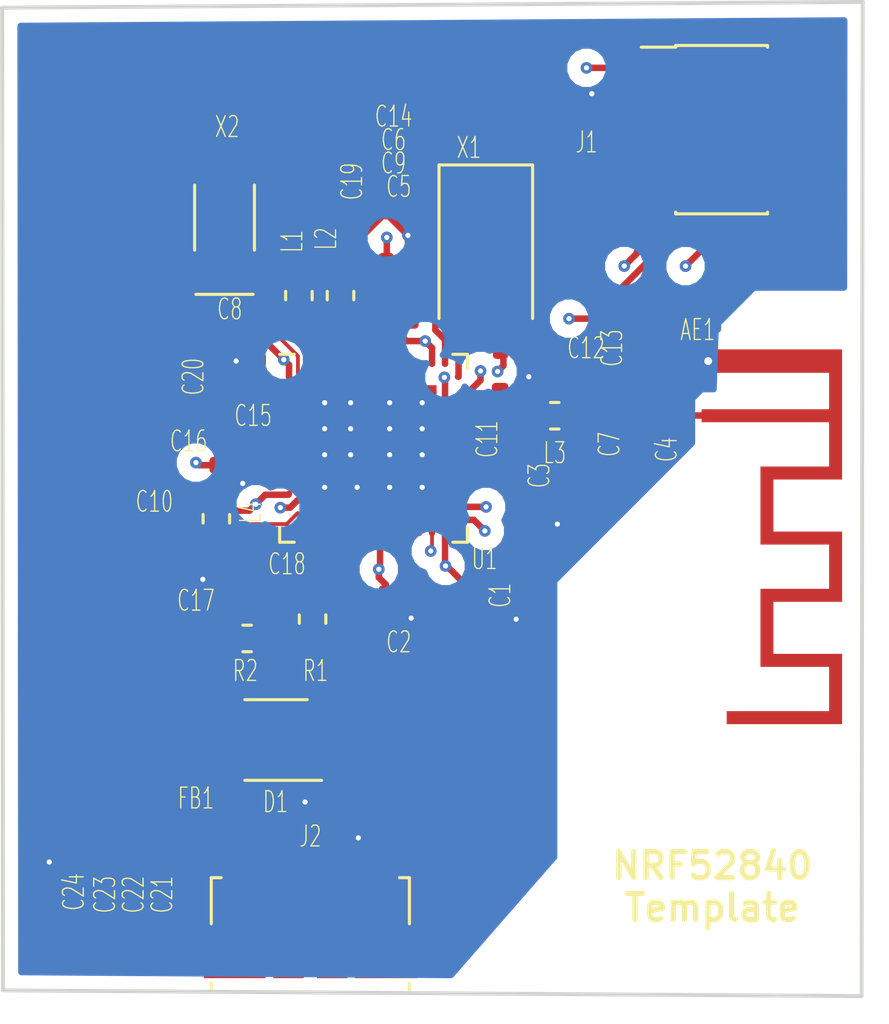
<source format=kicad_pcb>
(kicad_pcb (version 20171130) (host pcbnew 5.0.2-bee76a0~70~ubuntu18.04.1)

  (general
    (thickness 1.6)
    (drawings 5)
    (tracks 363)
    (zones 0)
    (modules 38)
    (nets 78)
  )

  (page A4)
  (title_block
    (title "Sensor Board")
    (company "TU Wien")
  )

  (layers
    (0 F.Cu signal)
    (1 Power signal hide)
    (2 In2.Cu signal)
    (31 B.Cu signal hide)
    (32 B.Adhes user)
    (33 F.Adhes user)
    (34 B.Paste user)
    (35 F.Paste user)
    (36 B.SilkS user)
    (37 F.SilkS user)
    (38 B.Mask user)
    (39 F.Mask user hide)
    (40 Dwgs.User user)
    (41 Cmts.User user)
    (42 Eco1.User user)
    (43 Eco2.User user)
    (44 Edge.Cuts user)
    (45 Margin user)
    (46 B.CrtYd user)
    (47 F.CrtYd user)
    (48 B.Fab user)
    (49 F.Fab user hide)
  )

  (setup
    (last_trace_width 0.25)
    (user_trace_width 0.145)
    (trace_clearance 0.145)
    (zone_clearance 0.508)
    (zone_45_only yes)
    (trace_min 0.0889)
    (segment_width 0.2)
    (edge_width 0.15)
    (via_size 0.8)
    (via_drill 0.4)
    (via_min_size 0.45)
    (via_min_drill 0.2)
    (user_via 0.45 0.2)
    (uvia_size 0.3)
    (uvia_drill 0.1)
    (uvias_allowed no)
    (uvia_min_size 0.2)
    (uvia_min_drill 0.1)
    (pcb_text_width 0.3)
    (pcb_text_size 1.5 1.5)
    (mod_edge_width 0.15)
    (mod_text_size 0.5 0.8)
    (mod_text_width 0.05)
    (pad_size 0.9 0.5)
    (pad_drill 0.3)
    (pad_to_mask_clearance 0.051)
    (solder_mask_min_width 0.25)
    (aux_axis_origin 0 0)
    (visible_elements FFFFFF7F)
    (pcbplotparams
      (layerselection 0x010fc_ffffffff)
      (usegerberextensions false)
      (usegerberattributes false)
      (usegerberadvancedattributes false)
      (creategerberjobfile false)
      (excludeedgelayer true)
      (linewidth 0.100000)
      (plotframeref false)
      (viasonmask false)
      (mode 1)
      (useauxorigin false)
      (hpglpennumber 1)
      (hpglpenspeed 20)
      (hpglpendiameter 15.000000)
      (psnegative false)
      (psa4output false)
      (plotreference true)
      (plotvalue true)
      (plotinvisibletext false)
      (padsonsilk false)
      (subtractmaskfromsilk false)
      (outputformat 1)
      (mirror false)
      (drillshape 0)
      (scaleselection 1)
      (outputdirectory "gerber/"))
  )

  (net 0 "")
  (net 1 "Net-(AE1-Pad1)")
  (net 2 VCC)
  (net 3 VBUS)
  (net 4 "Net-(C21-Pad1)")
  (net 5 "Net-(D1-Pad2)")
  (net 6 /SWDCLK)
  (net 7 /SWDIO)
  (net 8 /D-)
  (net 9 /D+)
  (net 10 "Net-(J2-Pad6)")
  (net 11 "Net-(L1-Pad2)")
  (net 12 /SWO)
  (net 13 GND)
  (net 14 LINE)
  (net 15 "Net-(D1-Pad3)")
  (net 16 "Net-(J1-Pad7)")
  (net 17 "Net-(J1-Pad8)")
  (net 18 "Net-(J1-Pad10)")
  (net 19 "Net-(J2-Pad4)")
  (net 20 "Net-(U1-PadA8)")
  (net 21 "Net-(U1-PadAC21)")
  (net 22 "Net-(U1-PadU1)")
  (net 23 "Net-(U1-PadR1)")
  (net 24 "Net-(U1-PadN1)")
  (net 25 "Net-(U1-PadL1)")
  (net 26 "Net-(U1-PadJ1)")
  (net 27 "Net-(U1-PadG1)")
  (net 28 "Net-(U1-PadT2)")
  (net 29 "Net-(U1-PadP2)")
  (net 30 "Net-(U1-PadM2)")
  (net 31 "Net-(U1-PadK2)")
  (net 32 "Net-(U1-PadH2)")
  (net 33 "Net-(U1-PadAD8)")
  (net 34 "Net-(U1-PadAD10)")
  (net 35 "Net-(U1-PadAD12)")
  (net 36 "Net-(U1-PadAD16)")
  (net 37 "Net-(U1-PadAD18)")
  (net 38 "Net-(U1-PadAD20)")
  (net 39 "Net-(U1-PadAC19)")
  (net 40 "Net-(U1-PadAC17)")
  (net 41 "Net-(U1-PadAC15)")
  (net 42 "Net-(U1-PadAC13)")
  (net 43 "Net-(U1-PadAC11)")
  (net 44 "Net-(U1-PadAC9)")
  (net 45 "Net-(U1-PadB9)")
  (net 46 "Net-(U1-PadB11)")
  (net 47 "Net-(U1-PadB13)")
  (net 48 "Net-(U1-PadB15)")
  (net 49 "Net-(U1-PadB17)")
  (net 50 "Net-(U1-PadB19)")
  (net 51 "Net-(U1-PadA10)")
  (net 52 "Net-(U1-PadA12)")
  (net 53 "Net-(U1-PadA14)")
  (net 54 "Net-(U1-PadA16)")
  (net 55 "Net-(U1-PadA18)")
  (net 56 "Net-(U1-PadA20)")
  (net 57 "Net-(U1-PadP23)")
  (net 58 "Net-(U1-PadT23)")
  (net 59 "Net-(U1-PadV23)")
  (net 60 "Net-(U1-PadY23)")
  (net 61 "Net-(U1-PadJ24)")
  (net 62 "Net-(U1-PadL24)")
  (net 63 "Net-(U1-PadR24)")
  (net 64 "Net-(U1-PadU24)")
  (net 65 "Net-(U1-PadW24)")
  (net 66 /DEC5)
  (net 67 /DEC4)
  (net 68 /ANT)
  (net 69 /DEC3)
  (net 70 /DEC1)
  (net 71 /XC1)
  (net 72 /XC2)
  (net 73 /DECUSB)
  (net 74 /XL1)
  (net 75 /XL2)
  (net 76 /DCC)
  (net 77 /DCCH)

  (net_class Default "This is the default net class."
    (clearance 0.145)
    (trace_width 0.25)
    (via_dia 0.8)
    (via_drill 0.4)
    (uvia_dia 0.3)
    (uvia_drill 0.1)
    (add_net /ANT)
    (add_net /D+)
    (add_net /D-)
    (add_net /DCC)
    (add_net /DCCH)
    (add_net /DEC1)
    (add_net /DEC3)
    (add_net /DEC4)
    (add_net /DEC5)
    (add_net /DECUSB)
    (add_net /SWDCLK)
    (add_net /SWDIO)
    (add_net /SWO)
    (add_net /XC1)
    (add_net /XC2)
    (add_net /XL1)
    (add_net /XL2)
    (add_net GND)
    (add_net LINE)
    (add_net "Net-(AE1-Pad1)")
    (add_net "Net-(C21-Pad1)")
    (add_net "Net-(D1-Pad2)")
    (add_net "Net-(D1-Pad3)")
    (add_net "Net-(J1-Pad10)")
    (add_net "Net-(J1-Pad7)")
    (add_net "Net-(J1-Pad8)")
    (add_net "Net-(J2-Pad4)")
    (add_net "Net-(J2-Pad6)")
    (add_net "Net-(L1-Pad2)")
    (add_net "Net-(U1-PadA10)")
    (add_net "Net-(U1-PadA12)")
    (add_net "Net-(U1-PadA14)")
    (add_net "Net-(U1-PadA16)")
    (add_net "Net-(U1-PadA18)")
    (add_net "Net-(U1-PadA20)")
    (add_net "Net-(U1-PadA8)")
    (add_net "Net-(U1-PadAC11)")
    (add_net "Net-(U1-PadAC13)")
    (add_net "Net-(U1-PadAC15)")
    (add_net "Net-(U1-PadAC17)")
    (add_net "Net-(U1-PadAC19)")
    (add_net "Net-(U1-PadAC21)")
    (add_net "Net-(U1-PadAC9)")
    (add_net "Net-(U1-PadAD10)")
    (add_net "Net-(U1-PadAD12)")
    (add_net "Net-(U1-PadAD16)")
    (add_net "Net-(U1-PadAD18)")
    (add_net "Net-(U1-PadAD20)")
    (add_net "Net-(U1-PadAD8)")
    (add_net "Net-(U1-PadB11)")
    (add_net "Net-(U1-PadB13)")
    (add_net "Net-(U1-PadB15)")
    (add_net "Net-(U1-PadB17)")
    (add_net "Net-(U1-PadB19)")
    (add_net "Net-(U1-PadB9)")
    (add_net "Net-(U1-PadG1)")
    (add_net "Net-(U1-PadH2)")
    (add_net "Net-(U1-PadJ1)")
    (add_net "Net-(U1-PadJ24)")
    (add_net "Net-(U1-PadK2)")
    (add_net "Net-(U1-PadL1)")
    (add_net "Net-(U1-PadL24)")
    (add_net "Net-(U1-PadM2)")
    (add_net "Net-(U1-PadN1)")
    (add_net "Net-(U1-PadP2)")
    (add_net "Net-(U1-PadP23)")
    (add_net "Net-(U1-PadR1)")
    (add_net "Net-(U1-PadR24)")
    (add_net "Net-(U1-PadT2)")
    (add_net "Net-(U1-PadT23)")
    (add_net "Net-(U1-PadU1)")
    (add_net "Net-(U1-PadU24)")
    (add_net "Net-(U1-PadV23)")
    (add_net "Net-(U1-PadW24)")
    (add_net "Net-(U1-PadY23)")
    (add_net VBUS)
    (add_net VCC)
  )

  (module Connector_USB:USB_Micro-B_Molex_47346-0001 (layer F.Cu) (tedit 5A1DC0BD) (tstamp 5C9DF2EE)
    (at 148.7 113.46)
    (descr "Micro USB B receptable with flange, bottom-mount, SMD, right-angle (http://www.molex.com/pdm_docs/sd/473460001_sd.pdf)")
    (tags "Micro B USB SMD")
    (path /5CDC06D0/5CDE09DA)
    (attr smd)
    (fp_text reference J2 (at 0 -3.3 180) (layer F.SilkS)
      (effects (font (size 0.8 0.5) (thickness 0.05)))
    )
    (fp_text value USB_B_Micro (at 0 4.6 180) (layer F.Fab)
      (effects (font (size 0.8 0.5) (thickness 0.05)))
    )
    (fp_line (start -3.25 2.65) (end 3.25 2.65) (layer F.Fab) (width 0.1))
    (fp_line (start -3.81 2.6) (end -3.81 2.34) (layer F.SilkS) (width 0.12))
    (fp_line (start -3.81 0.06) (end -3.81 -1.71) (layer F.SilkS) (width 0.12))
    (fp_line (start -3.81 -1.71) (end -3.43 -1.71) (layer F.SilkS) (width 0.12))
    (fp_line (start 3.81 -1.71) (end 3.81 0.06) (layer F.SilkS) (width 0.12))
    (fp_line (start 3.81 2.34) (end 3.81 2.6) (layer F.SilkS) (width 0.12))
    (fp_line (start -3.75 3.35) (end -3.75 -1.65) (layer F.Fab) (width 0.1))
    (fp_line (start -3.75 -1.65) (end 3.75 -1.65) (layer F.Fab) (width 0.1))
    (fp_line (start 3.75 -1.65) (end 3.75 3.35) (layer F.Fab) (width 0.1))
    (fp_line (start 3.75 3.35) (end -3.75 3.35) (layer F.Fab) (width 0.1))
    (fp_line (start -4.6 3.9) (end -4.6 -2.7) (layer F.CrtYd) (width 0.05))
    (fp_line (start -4.6 -2.7) (end 4.6 -2.7) (layer F.CrtYd) (width 0.05))
    (fp_line (start 4.6 -2.7) (end 4.6 3.9) (layer F.CrtYd) (width 0.05))
    (fp_line (start 4.6 3.9) (end -4.6 3.9) (layer F.CrtYd) (width 0.05))
    (fp_line (start 3.81 -1.71) (end 3.43 -1.71) (layer F.SilkS) (width 0.12))
    (fp_text user %R (at 0 1.2) (layer F.Fab)
      (effects (font (size 0.8 0.5) (thickness 0.05)))
    )
    (fp_text user "PCB Edge" (at 0 2.67 180) (layer Dwgs.User)
      (effects (font (size 0.8 0.5) (thickness 0.05)))
    )
    (pad 6 smd rect (at 0.84 1.2) (size 1.175 1.9) (layers F.Cu F.Paste F.Mask)
      (net 10 "Net-(J2-Pad6)"))
    (pad 6 smd rect (at -0.84 1.2) (size 1.175 1.9) (layers F.Cu F.Paste F.Mask)
      (net 10 "Net-(J2-Pad6)"))
    (pad 6 smd rect (at 2.91 1.2) (size 2.375 1.9) (layers F.Cu F.Paste F.Mask)
      (net 10 "Net-(J2-Pad6)"))
    (pad 6 smd rect (at -2.91 1.2) (size 2.375 1.9) (layers F.Cu F.Paste F.Mask)
      (net 10 "Net-(J2-Pad6)"))
    (pad 6 smd rect (at 2.4625 -1.1) (size 1.475 2.1) (layers F.Cu F.Paste F.Mask)
      (net 10 "Net-(J2-Pad6)"))
    (pad 6 smd rect (at -2.4625 -1.1) (size 1.475 2.1) (layers F.Cu F.Paste F.Mask)
      (net 10 "Net-(J2-Pad6)"))
    (pad 5 smd rect (at 1.3 -1.46) (size 0.45 1.38) (layers F.Cu F.Paste F.Mask)
      (net 13 GND))
    (pad 4 smd rect (at 0.65 -1.46) (size 0.45 1.38) (layers F.Cu F.Paste F.Mask)
      (net 19 "Net-(J2-Pad4)"))
    (pad 3 smd rect (at 0 -1.46) (size 0.45 1.38) (layers F.Cu F.Paste F.Mask)
      (net 15 "Net-(D1-Pad3)"))
    (pad 2 smd rect (at -0.65 -1.46) (size 0.45 1.38) (layers F.Cu F.Paste F.Mask)
      (net 5 "Net-(D1-Pad2)"))
    (pad 1 smd rect (at -1.3 -1.46) (size 0.45 1.38) (layers F.Cu F.Paste F.Mask)
      (net 4 "Net-(C21-Pad1)"))
    (model ${KISYS3DMOD}/Connector_USB.3dshapes/USB_Micro-B_Molex_47346-0001.wrl
      (at (xyz 0 0 0))
      (scale (xyz 1 1 1))
      (rotate (xyz 0 0 0))
    )
  )

  (module RF_Antenna:Texas_SWRA117D_2.4GHz_Right (layer F.Cu) (tedit 5CDBD228) (tstamp 5C9DF1D3)
    (at 164 94 270)
    (descr http://www.ti.com/lit/an/swra117d/swra117d.pdf)
    (tags "PCB antenna")
    (path /5CDC06D0/5CDCEFED)
    (attr virtual)
    (fp_text reference AE1 (at -3.3 0.4) (layer F.SilkS)
      (effects (font (size 0.8 0.5) (thickness 0.05)))
    )
    (fp_text value Antenna (at 4.55 1.21 270) (layer F.Fab)
      (effects (font (size 0.8 0.5) (thickness 0.05)))
    )
    (fp_line (start -3.2 -5.6) (end 12.3 -5.6) (layer F.Fab) (width 0.15))
    (fp_line (start 12.3 0.35) (end -3.2 0.35) (layer F.Fab) (width 0.15))
    (fp_line (start -3.2 0.35) (end -3.2 -5.6) (layer F.Fab) (width 0.15))
    (fp_line (start 12.3 -5.6) (end 12.3 0.35) (layer F.Fab) (width 0.15))
    (fp_text user %R (at 4.55 -6.4 270) (layer F.Fab)
      (effects (font (size 0.8 0.5) (thickness 0.05)))
    )
    (fp_line (start -3.2 0.35) (end -3.2 -5.6) (layer F.CrtYd) (width 0.05))
    (fp_line (start 12.3 0.35) (end -3.2 0.35) (layer F.CrtYd) (width 0.05))
    (fp_line (start 12.3 -5.6) (end 12.3 0.35) (layer F.CrtYd) (width 0.05))
    (fp_line (start -3.2 -5.6) (end 12.3 -5.6) (layer F.CrtYd) (width 0.05))
    (fp_line (start -3.05 -0.25) (end 12.15 -5.45) (layer Dwgs.User) (width 0.15))
    (fp_line (start -3.05 -5.45) (end 12.15 -0.25) (layer Dwgs.User) (width 0.15))
    (fp_line (start 12.15 -0.25) (end 12.15 -5.45) (layer Dwgs.User) (width 0.15))
    (fp_line (start -3.05 -0.25) (end -3.05 -5.45) (layer Dwgs.User) (width 0.15))
    (fp_line (start -3.05 -0.25) (end 12.15 -0.25) (layer Dwgs.User) (width 0.15))
    (fp_line (start -3.05 -5.45) (end 12.15 -5.45) (layer Dwgs.User) (width 0.15))
    (fp_poly (pts (xy 2.45 -2.51) (xy 4.45 -2.51) (xy 4.45 -5.15) (xy 7.15 -5.15)
      (xy 7.15 -2.51) (xy 9.15 -2.51) (xy 9.15 -5.15) (xy 11.85 -5.15)
      (xy 11.85 -0.71) (xy 11.35 -0.71) (xy 11.35 -4.65) (xy 9.65 -4.65)
      (xy 9.65 -2.01) (xy 6.65 -2.01) (xy 6.65 -4.65) (xy 4.95 -4.65)
      (xy 4.95 -2.01) (xy 1.95 -2.01) (xy 1.95 -4.65) (xy 0.25 -4.65)
      (xy 0.25 0.25) (xy -0.25 0.25) (xy -0.25 -4.65) (xy -1.65 -4.65)
      (xy -1.65 0.25) (xy -2.55 0.25) (xy -2.55 0.006785) (xy -2.247583 0.006785)
      (xy -2.237742 0.054395) (xy -2.213674 0.096797) (xy -2.175731 0.129581) (xy -2.167819 0.133935)
      (xy -2.125156 0.146043) (xy -2.076637 0.1453) (xy -2.031122 0.1324) (xy -2.012511 0.121787)
      (xy -1.978868 0.086553) (xy -1.958309 0.041368) (xy -1.951778 -0.008158) (xy -1.960218 -0.056417)
      (xy -1.977112 -0.088643) (xy -2.012372 -0.121313) (xy -2.057682 -0.141408) (xy -2.107267 -0.147982)
      (xy -2.155353 -0.140092) (xy -2.188245 -0.123186) (xy -2.223185 -0.086416) (xy -2.242847 -0.041622)
      (xy -2.247583 0.006785) (xy -2.55 0.006785) (xy -2.55 -5.15) (xy 2.45 -5.15)
      (xy 2.45 -2.51)) (layer F.Cu) (width 0))
    (pad 1 connect rect (at 0 0 270) (size 0.5 0.5) (layers F.Cu)
      (net 1 "Net-(AE1-Pad1)"))
    (pad 2 thru_hole rect (at -2.1 0 270) (size 0.9 0.5) (drill 0.3) (layers *.Cu)
      (net 13 GND) (zone_connect 2))
  )

  (module Package_TO_SOT_SMD:SOT-143 (layer F.Cu) (tedit 5A02FF57) (tstamp 5C9DA54C)
    (at 147.38096 106.45902 180)
    (descr SOT-143)
    (tags SOT-143)
    (path /5CDC06D0/5CDE09E9)
    (attr smd)
    (fp_text reference D1 (at 0.02 -2.38 180) (layer F.SilkS)
      (effects (font (size 0.8 0.5) (thickness 0.05)))
    )
    (fp_text value PRTR5V0U2X (at -0.28 2.48 180) (layer F.Fab)
      (effects (font (size 0.8 0.5) (thickness 0.05)))
    )
    (fp_text user %R (at 0 0 270) (layer F.Fab)
      (effects (font (size 0.8 0.5) (thickness 0.05)))
    )
    (fp_line (start -1.2 1.55) (end 1.2 1.55) (layer F.SilkS) (width 0.12))
    (fp_line (start 1.2 -1.55) (end -1.75 -1.55) (layer F.SilkS) (width 0.12))
    (fp_line (start -1.2 -1) (end -0.7 -1.5) (layer F.Fab) (width 0.1))
    (fp_line (start -0.7 -1.5) (end 1.2 -1.5) (layer F.Fab) (width 0.1))
    (fp_line (start -1.2 1.5) (end -1.2 -1) (layer F.Fab) (width 0.1))
    (fp_line (start 1.2 1.5) (end -1.2 1.5) (layer F.Fab) (width 0.1))
    (fp_line (start 1.2 -1.5) (end 1.2 1.5) (layer F.Fab) (width 0.1))
    (fp_line (start 2.05 -1.75) (end 2.05 1.75) (layer F.CrtYd) (width 0.05))
    (fp_line (start 2.05 -1.75) (end -2.05 -1.75) (layer F.CrtYd) (width 0.05))
    (fp_line (start -2.05 1.75) (end 2.05 1.75) (layer F.CrtYd) (width 0.05))
    (fp_line (start -2.05 1.75) (end -2.05 -1.75) (layer F.CrtYd) (width 0.05))
    (pad 1 smd rect (at -1.1 -0.77 90) (size 1.2 1.4) (layers F.Cu F.Paste F.Mask)
      (net 13 GND))
    (pad 2 smd rect (at -1.1 0.95 90) (size 1 1.4) (layers F.Cu F.Paste F.Mask)
      (net 5 "Net-(D1-Pad2)"))
    (pad 3 smd rect (at 1.1 0.95 90) (size 1 1.4) (layers F.Cu F.Paste F.Mask)
      (net 15 "Net-(D1-Pad3)"))
    (pad 4 smd rect (at 1.1 -0.95 90) (size 1 1.4) (layers F.Cu F.Paste F.Mask)
      (net 4 "Net-(C21-Pad1)"))
    (model ${KISYS3DMOD}/Package_TO_SOT_SMD.3dshapes/SOT-143.wrl
      (at (xyz 0 0 0))
      (scale (xyz 1 1 1))
      (rotate (xyz 0 0 0))
    )
  )

  (module Capacitor_SMD:C_0402_1005Metric (layer F.Cu) (tedit 5B301BBE) (tstamp 5CA00818)
    (at 145.12798 92.5044 270)
    (descr "Capacitor SMD 0402 (1005 Metric), square (rectangular) end terminal, IPC_7351 nominal, (Body size source: http://www.tortai-tech.com/upload/download/2011102023233369053.pdf), generated with kicad-footprint-generator")
    (tags capacitor)
    (path /5CDC06D0/5CDDAECC)
    (attr smd)
    (fp_text reference C20 (at -0.0044 0.92798 270) (layer F.SilkS)
      (effects (font (size 0.8 0.5) (thickness 0.05)))
    )
    (fp_text value 12pF (at 0 1.17 270) (layer F.Fab)
      (effects (font (size 0.8 0.5) (thickness 0.05)))
    )
    (fp_line (start -0.5 0.25) (end -0.5 -0.25) (layer F.Fab) (width 0.1))
    (fp_line (start -0.5 -0.25) (end 0.5 -0.25) (layer F.Fab) (width 0.1))
    (fp_line (start 0.5 -0.25) (end 0.5 0.25) (layer F.Fab) (width 0.1))
    (fp_line (start 0.5 0.25) (end -0.5 0.25) (layer F.Fab) (width 0.1))
    (fp_line (start -0.93 0.47) (end -0.93 -0.47) (layer F.CrtYd) (width 0.05))
    (fp_line (start -0.93 -0.47) (end 0.93 -0.47) (layer F.CrtYd) (width 0.05))
    (fp_line (start 0.93 -0.47) (end 0.93 0.47) (layer F.CrtYd) (width 0.05))
    (fp_line (start 0.93 0.47) (end -0.93 0.47) (layer F.CrtYd) (width 0.05))
    (fp_text user %R (at 0 0 270) (layer F.Fab)
      (effects (font (size 0.8 0.5) (thickness 0.05)))
    )
    (pad 1 smd roundrect (at -0.485 0 270) (size 0.59 0.64) (layers F.Cu F.Paste F.Mask) (roundrect_rratio 0.25)
      (net 13 GND))
    (pad 2 smd roundrect (at 0.485 0 270) (size 0.59 0.64) (layers F.Cu F.Paste F.Mask) (roundrect_rratio 0.25)
      (net 75 /XL2))
    (model ${KISYS3DMOD}/Capacitor_SMD.3dshapes/C_0402_1005Metric.wrl
      (at (xyz 0 0 0))
      (scale (xyz 1 1 1))
      (rotate (xyz 0 0 0))
    )
  )

  (module Package_DFN_QFN:Nordic_AQFN-73-1EP_7x7mm_P0.5mm (layer F.Cu) (tedit 5C8FA9CF) (tstamp 5C8A567C)
    (at 151.13 95.25)
    (descr http://infocenter.nordicsemi.com/index.jsp?topic=%2Fcom.nordic.infocenter.nrf52%2Fdita%2Fnrf52%2Fchips%2Fnrf52840.html)
    (tags "AQFN 7mm ")
    (path /5C669558)
    (attr smd)
    (fp_text reference U1 (at 4.27 4.25) (layer F.SilkS)
      (effects (font (size 0.8 0.5) (thickness 0.05)))
    )
    (fp_text value nRF52840 (at 0.03 5.72) (layer F.Fab)
      (effects (font (size 0.8 0.5) (thickness 0.05)))
    )
    (fp_text user %R (at 0 0) (layer F.Fab)
      (effects (font (size 0.8 0.5) (thickness 0.05)))
    )
    (fp_line (start 3.81 -3.81) (end 3.81 3.81) (layer F.CrtYd) (width 0.05))
    (fp_line (start 3.81 3.81) (end -3.81 3.81) (layer F.CrtYd) (width 0.05))
    (fp_line (start -3.81 3.81) (end -3.81 -3.81) (layer F.CrtYd) (width 0.05))
    (fp_line (start -3.81 -3.81) (end 3.81 -3.81) (layer F.CrtYd) (width 0.05))
    (fp_line (start -3.61 -3.61) (end -3.05 -3.61) (layer F.SilkS) (width 0.12))
    (fp_line (start -3.61 3.61) (end -3.61 3.05) (layer F.SilkS) (width 0.12))
    (fp_line (start -3.61 3.61) (end -3.05 3.61) (layer F.SilkS) (width 0.12))
    (fp_line (start 3.61 3.61) (end 3.05 3.61) (layer F.SilkS) (width 0.12))
    (fp_line (start 3.61 3.61) (end 3.61 3.05) (layer F.SilkS) (width 0.12))
    (fp_line (start 3.61 -3.61) (end 3.61 -3.05) (layer F.SilkS) (width 0.12))
    (fp_line (start 3.61 -3.61) (end 3.05 -3.61) (layer F.SilkS) (width 0.12))
    (fp_line (start -3.5 -3) (end -3 -3.5) (layer F.Fab) (width 0.1))
    (fp_line (start 3.5 -3.5) (end 3.5 3.5) (layer F.Fab) (width 0.1))
    (fp_line (start -3.5 3.5) (end 3.5 3.5) (layer F.Fab) (width 0.1))
    (fp_line (start -3.5 -3) (end -3.5 3.5) (layer F.Fab) (width 0.1))
    (fp_line (start -3 -3.5) (end 3.5 -3.5) (layer F.Fab) (width 0.1))
    (pad "" smd rect (at 1.2125 1.2125 180) (size 2 2) (layers F.Paste))
    (pad "" smd rect (at -1.2125 1.2125 180) (size 2 2) (layers F.Paste))
    (pad "" smd rect (at 1.2125 -1.2125 180) (size 2 2) (layers F.Paste))
    (pad "" smd rect (at -1.2125 -1.2125 180) (size 2 2) (layers F.Paste))
    (pad EP smd rect (at 0 0 180) (size 4.85 4.85) (layers F.Cu F.Mask)
      (net 13 GND))
    (pad B24 smd circle (at 3.25 -2.75 180) (size 0.25 0.25) (layers F.Cu F.Paste F.Mask)
      (net 71 /XC1))
    (pad D23 smd circle (at 2.75 -2 180) (size 0.25 0.25) (layers F.Cu F.Paste F.Mask)
      (net 69 /DEC3))
    (pad A8 smd circle (at -1.25 -3.25 180) (size 0.25 0.25) (layers F.Cu F.Paste F.Mask)
      (net 20 "Net-(U1-PadA8)"))
    (pad B3 smd circle (at -2.5 -2.75 180) (size 0.25 0.25) (layers F.Cu F.Paste F.Mask)
      (net 76 /DCC))
    (pad AC21 smd circle (at 2 2.75 180) (size 0.25 0.25) (layers F.Cu F.Paste F.Mask)
      (net 21 "Net-(U1-PadAC21)"))
    (pad AD23 smd circle (at 2.75 3.25 180) (size 0.25 0.25) (layers F.Cu F.Paste F.Mask)
      (net 2 VCC))
    (pad AD2 smd circle (at -2.75 3.25 180) (size 0.25 0.25) (layers F.Cu F.Paste F.Mask)
      (net 3 VBUS))
    (pad AB2 smd circle (at -2.75 2.5 180) (size 0.25 0.25) (layers F.Cu F.Paste F.Mask)
      (net 77 /DCCH))
    (pad Y2 smd circle (at -2.75 2 180) (size 0.25 0.25) (layers F.Cu F.Paste F.Mask)
      (net 14 LINE))
    (pad W1 smd circle (at -3.25 1.75 180) (size 0.25 0.25) (layers F.Cu F.Paste F.Mask)
      (net 2 VCC))
    (pad U1 smd circle (at -3.25 1.25 180) (size 0.25 0.25) (layers F.Cu F.Paste F.Mask)
      (net 22 "Net-(U1-PadU1)"))
    (pad R1 smd circle (at -3.25 0.75 180) (size 0.25 0.25) (layers F.Cu F.Paste F.Mask)
      (net 23 "Net-(U1-PadR1)"))
    (pad N1 smd circle (at -3.25 0.25 180) (size 0.25 0.25) (layers F.Cu F.Paste F.Mask)
      (net 24 "Net-(U1-PadN1)"))
    (pad L1 smd circle (at -3.25 -0.25 180) (size 0.25 0.25) (layers F.Cu F.Paste F.Mask)
      (net 25 "Net-(U1-PadL1)"))
    (pad J1 smd oval (at -3.25 -0.75 180) (size 0.25 0.25) (layers F.Cu F.Paste F.Mask)
      (net 26 "Net-(U1-PadJ1)"))
    (pad G1 smd circle (at -3.25 -1.25 180) (size 0.25 0.25) (layers F.Cu F.Paste F.Mask)
      (net 27 "Net-(U1-PadG1)"))
    (pad T2 smd circle (at -2.75 1 180) (size 0.25 0.25) (layers F.Cu F.Paste F.Mask)
      (net 28 "Net-(U1-PadT2)"))
    (pad P2 smd circle (at -2.75 0.5 180) (size 0.25 0.25) (layers F.Cu F.Paste F.Mask)
      (net 29 "Net-(U1-PadP2)"))
    (pad M2 smd circle (at -2.75 0 180) (size 0.25 0.25) (layers F.Cu F.Paste F.Mask)
      (net 30 "Net-(U1-PadM2)"))
    (pad K2 smd circle (at -2.75 -0.5 180) (size 0.25 0.25) (layers F.Cu F.Paste F.Mask)
      (net 31 "Net-(U1-PadK2)"))
    (pad H2 smd circle (at -2.75 -1 180) (size 0.25 0.25) (layers F.Cu F.Paste F.Mask)
      (net 32 "Net-(U1-PadH2)"))
    (pad F2 smd circle (at -2.75 -1.5 180) (size 0.25 0.25) (layers F.Cu F.Paste F.Mask)
      (net 75 /XL2))
    (pad C1 smd circle (at -3.25 -2.25 180) (size 0.25 0.25) (layers F.Cu F.Paste F.Mask)
      (net 70 /DEC1))
    (pad D2 smd circle (at -2.75 -2 180) (size 0.25 0.25) (layers F.Cu F.Paste F.Mask)
      (net 74 /XL1))
    (pad B1 smd circle (at -3.25 -2.75 180) (size 0.25 0.25) (layers F.Cu F.Paste F.Mask)
      (net 2 VCC))
    (pad AD4 smd circle (at -2.25 3.25 180) (size 0.25 0.25) (layers F.Cu F.Paste F.Mask)
      (net 8 /D-))
    (pad AD6 smd circle (at -1.75 3.25 180) (size 0.25 0.25) (layers F.Cu F.Paste F.Mask)
      (net 9 /D+))
    (pad AD8 smd circle (at -1.25 3.25 180) (size 0.25 0.25) (layers F.Cu F.Paste F.Mask)
      (net 33 "Net-(U1-PadAD8)"))
    (pad AD10 smd circle (at -0.75 3.25 180) (size 0.25 0.25) (layers F.Cu F.Paste F.Mask)
      (net 34 "Net-(U1-PadAD10)"))
    (pad AD12 smd circle (at -0.25 3.25 180) (size 0.25 0.25) (layers F.Cu F.Paste F.Mask)
      (net 35 "Net-(U1-PadAD12)"))
    (pad AD14 smd circle (at 0.25 3.25 180) (size 0.25 0.25) (layers F.Cu F.Paste F.Mask)
      (net 2 VCC))
    (pad AD16 smd circle (at 0.75 3.25 180) (size 0.25 0.25) (layers F.Cu F.Paste F.Mask)
      (net 36 "Net-(U1-PadAD16)"))
    (pad AD18 smd circle (at 1.25 3.25 180) (size 0.25 0.25) (layers F.Cu F.Paste F.Mask)
      (net 37 "Net-(U1-PadAD18)"))
    (pad AD20 smd circle (at 1.75 3.25 180) (size 0.25 0.25) (layers F.Cu F.Paste F.Mask)
      (net 38 "Net-(U1-PadAD20)"))
    (pad AD22 smd circle (at 2.25 3.25 180) (size 0.25 0.25) (layers F.Cu F.Paste F.Mask)
      (net 12 /SWO))
    (pad AC19 smd circle (at 1.5 2.75 180) (size 0.25 0.25) (layers F.Cu F.Paste F.Mask)
      (net 39 "Net-(U1-PadAC19)"))
    (pad AC17 smd circle (at 1 2.75 180) (size 0.25 0.25) (layers F.Cu F.Paste F.Mask)
      (net 40 "Net-(U1-PadAC17)"))
    (pad AC15 smd circle (at 0.5 2.75 180) (size 0.25 0.25) (layers F.Cu F.Paste F.Mask)
      (net 41 "Net-(U1-PadAC15)"))
    (pad AC13 smd circle (at 0 2.75 180) (size 0.25 0.25) (layers F.Cu F.Paste F.Mask)
      (net 42 "Net-(U1-PadAC13)"))
    (pad AC11 smd circle (at -0.5 2.75 180) (size 0.25 0.25) (layers F.Cu F.Paste F.Mask)
      (net 43 "Net-(U1-PadAC11)"))
    (pad AC9 smd circle (at -1 2.75 180) (size 0.25 0.25) (layers F.Cu F.Paste F.Mask)
      (net 44 "Net-(U1-PadAC9)"))
    (pad AC5 smd circle (at -2 2.75 180) (size 0.25 0.25) (layers F.Cu F.Paste F.Mask)
      (net 73 /DECUSB))
    (pad B5 smd circle (at -2 -2.75 180) (size 0.25 0.25) (layers F.Cu F.Paste F.Mask)
      (net 67 /DEC4))
    (pad B7 smd circle (at -1.5 -2.75 180) (size 0.25 0.25) (layers F.Cu F.Paste F.Mask)
      (net 13 GND))
    (pad B9 smd circle (at -1 -2.75 180) (size 0.25 0.25) (layers F.Cu F.Paste F.Mask)
      (net 45 "Net-(U1-PadB9)"))
    (pad B11 smd circle (at -0.5 -2.75 180) (size 0.25 0.25) (layers F.Cu F.Paste F.Mask)
      (net 46 "Net-(U1-PadB11)"))
    (pad B13 smd circle (at 0 -2.75 180) (size 0.25 0.25) (layers F.Cu F.Paste F.Mask)
      (net 47 "Net-(U1-PadB13)"))
    (pad B15 smd circle (at 0.5 -2.75 180) (size 0.25 0.25) (layers F.Cu F.Paste F.Mask)
      (net 48 "Net-(U1-PadB15)"))
    (pad B17 smd circle (at 1 -2.75 180) (size 0.25 0.25) (layers F.Cu F.Paste F.Mask)
      (net 49 "Net-(U1-PadB17)"))
    (pad B19 smd circle (at 1.5 -2.75 180) (size 0.25 0.25) (layers F.Cu F.Paste F.Mask)
      (net 50 "Net-(U1-PadB19)"))
    (pad A10 smd circle (at -0.75 -3.25 180) (size 0.25 0.25) (layers F.Cu F.Paste F.Mask)
      (net 51 "Net-(U1-PadA10)"))
    (pad A12 smd circle (at -0.25 -3.25 180) (size 0.25 0.25) (layers F.Cu F.Paste F.Mask)
      (net 52 "Net-(U1-PadA12)"))
    (pad A14 smd circle (at 0.25 -3.25 180) (size 0.25 0.25) (layers F.Cu F.Paste F.Mask)
      (net 53 "Net-(U1-PadA14)"))
    (pad A16 smd circle (at 0.75 -3.25 180) (size 0.25 0.25) (layers F.Cu F.Paste F.Mask)
      (net 54 "Net-(U1-PadA16)"))
    (pad A18 smd circle (at 1.25 -3.25 180) (size 0.25 0.25) (layers F.Cu F.Paste F.Mask)
      (net 55 "Net-(U1-PadA18)"))
    (pad A20 smd circle (at 1.75 -3.25 180) (size 0.25 0.25) (layers F.Cu F.Paste F.Mask)
      (net 56 "Net-(U1-PadA20)"))
    (pad A22 smd circle (at 2.25 -3.25 180) (size 0.25 0.25) (layers F.Cu F.Paste F.Mask)
      (net 2 VCC))
    (pad A23 smd circle (at 2.75 -3.25 180) (size 0.25 0.25) (layers F.Cu F.Paste F.Mask)
      (net 72 /XC2))
    (pad F23 smd circle (at 2.75 -1.5 180) (size 0.25 0.25) (layers F.Cu F.Paste F.Mask)
      (net 13 GND))
    (pad H23 smd circle (at 2.75 -1 180) (size 0.25 0.25) (layers F.Cu F.Paste F.Mask)
      (net 68 /ANT))
    (pad P23 smd circle (at 2.75 0.5 180) (size 0.25 0.25) (layers F.Cu F.Paste F.Mask)
      (net 57 "Net-(U1-PadP23)"))
    (pad T23 smd circle (at 2.75 1 180) (size 0.25 0.25) (layers F.Cu F.Paste F.Mask)
      (net 58 "Net-(U1-PadT23)"))
    (pad V23 smd circle (at 2.75 1.5 180) (size 0.25 0.25) (layers F.Cu F.Paste F.Mask)
      (net 59 "Net-(U1-PadV23)"))
    (pad Y23 smd circle (at 2.75 2 180) (size 0.25 0.25) (layers F.Cu F.Paste F.Mask)
      (net 60 "Net-(U1-PadY23)"))
    (pad E24 smd circle (at 3.25 -1.75 180) (size 0.25 0.25) (layers F.Cu F.Paste F.Mask)
      (net 67 /DEC4))
    (pad J24 smd circle (at 3.25 -0.75 180) (size 0.25 0.25) (layers F.Cu F.Paste F.Mask)
      (net 61 "Net-(U1-PadJ24)"))
    (pad L24 smd circle (at 3.25 -0.25 180) (size 0.25 0.25) (layers F.Cu F.Paste F.Mask)
      (net 62 "Net-(U1-PadL24)"))
    (pad N24 smd circle (at 3.25 0.25 180) (size 0.25 0.25) (layers F.Cu F.Paste F.Mask)
      (net 66 /DEC5))
    (pad R24 smd circle (at 3.25 0.75 180) (size 0.25 0.25) (layers F.Cu F.Paste F.Mask)
      (net 63 "Net-(U1-PadR24)"))
    (pad U24 smd circle (at 3.25 1.25 180) (size 0.25 0.25) (layers F.Cu F.Paste F.Mask)
      (net 64 "Net-(U1-PadU24)"))
    (pad W24 smd circle (at 3.25 1.75 180) (size 0.25 0.25) (layers F.Cu F.Paste F.Mask)
      (net 65 "Net-(U1-PadW24)"))
    (pad AA24 smd circle (at 3.25 2.25 180) (size 0.25 0.25) (layers F.Cu F.Paste F.Mask)
      (net 6 /SWDCLK))
    (pad AC24 smd circle (at 3.25 2.75 180) (size 0.25 0.25) (layers F.Cu F.Paste F.Mask)
      (net 7 /SWDIO))
    (model ${KISYS3DMOD}/Package_DFN_QFN.3dshapes/Nordic_AQFN-73-1EP_7x7mm_P0.5mm.wrl
      (at (xyz 0 0 0))
      (scale (xyz 1 1 1))
      (rotate (xyz 0 0 0))
    )
  )

  (module Capacitor_SMD:C_0402_1005Metric (layer F.Cu) (tedit 5B301BBE) (tstamp 5CA02115)
    (at 156.5 95.915 270)
    (descr "Capacitor SMD 0402 (1005 Metric), square (rectangular) end terminal, IPC_7351 nominal, (Body size source: http://www.tortai-tech.com/upload/download/2011102023233369053.pdf), generated with kicad-footprint-generator")
    (tags capacitor)
    (path /5CDC06D0/5CDCEFC1)
    (attr smd)
    (fp_text reference C3 (at 0.385 -1 270) (layer F.SilkS)
      (effects (font (size 0.8 0.5) (thickness 0.05)))
    )
    (fp_text value 820pF (at 0 1.17 270) (layer F.Fab)
      (effects (font (size 0.8 0.5) (thickness 0.05)))
    )
    (fp_text user %R (at 0 0 270) (layer F.Fab)
      (effects (font (size 0.8 0.5) (thickness 0.05)))
    )
    (fp_line (start 0.93 0.47) (end -0.93 0.47) (layer F.CrtYd) (width 0.05))
    (fp_line (start 0.93 -0.47) (end 0.93 0.47) (layer F.CrtYd) (width 0.05))
    (fp_line (start -0.93 -0.47) (end 0.93 -0.47) (layer F.CrtYd) (width 0.05))
    (fp_line (start -0.93 0.47) (end -0.93 -0.47) (layer F.CrtYd) (width 0.05))
    (fp_line (start 0.5 0.25) (end -0.5 0.25) (layer F.Fab) (width 0.1))
    (fp_line (start 0.5 -0.25) (end 0.5 0.25) (layer F.Fab) (width 0.1))
    (fp_line (start -0.5 -0.25) (end 0.5 -0.25) (layer F.Fab) (width 0.1))
    (fp_line (start -0.5 0.25) (end -0.5 -0.25) (layer F.Fab) (width 0.1))
    (pad 2 smd roundrect (at 0.485 0 270) (size 0.59 0.64) (layers F.Cu F.Paste F.Mask) (roundrect_rratio 0.25)
      (net 13 GND))
    (pad 1 smd roundrect (at -0.485 0 270) (size 0.59 0.64) (layers F.Cu F.Paste F.Mask) (roundrect_rratio 0.25)
      (net 66 /DEC5))
    (model ${KISYS3DMOD}/Capacitor_SMD.3dshapes/C_0402_1005Metric.wrl
      (at (xyz 0 0 0))
      (scale (xyz 1 1 1))
      (rotate (xyz 0 0 0))
    )
  )

  (module Capacitor_SMD:C_0402_1005Metric (layer F.Cu) (tedit 5B301BBE) (tstamp 5C8A99CC)
    (at 152.10014 88.0618)
    (descr "Capacitor SMD 0402 (1005 Metric), square (rectangular) end terminal, IPC_7351 nominal, (Body size source: http://www.tortai-tech.com/upload/download/2011102023233369053.pdf), generated with kicad-footprint-generator")
    (tags capacitor)
    (path /5CDC06D0/5CDCEF8A)
    (attr smd)
    (fp_text reference C6 (at -0.20014 -4.6618) (layer F.SilkS)
      (effects (font (size 0.8 0.5) (thickness 0.05)))
    )
    (fp_text value 1µF (at 0 1.17) (layer F.Fab)
      (effects (font (size 0.8 0.5) (thickness 0.05)))
    )
    (fp_line (start -0.5 0.25) (end -0.5 -0.25) (layer F.Fab) (width 0.1))
    (fp_line (start -0.5 -0.25) (end 0.5 -0.25) (layer F.Fab) (width 0.1))
    (fp_line (start 0.5 -0.25) (end 0.5 0.25) (layer F.Fab) (width 0.1))
    (fp_line (start 0.5 0.25) (end -0.5 0.25) (layer F.Fab) (width 0.1))
    (fp_line (start -0.93 0.47) (end -0.93 -0.47) (layer F.CrtYd) (width 0.05))
    (fp_line (start -0.93 -0.47) (end 0.93 -0.47) (layer F.CrtYd) (width 0.05))
    (fp_line (start 0.93 -0.47) (end 0.93 0.47) (layer F.CrtYd) (width 0.05))
    (fp_line (start 0.93 0.47) (end -0.93 0.47) (layer F.CrtYd) (width 0.05))
    (fp_text user %R (at 0 0) (layer F.Fab)
      (effects (font (size 0.8 0.5) (thickness 0.05)))
    )
    (pad 1 smd roundrect (at -0.485 0) (size 0.59 0.64) (layers F.Cu F.Paste F.Mask) (roundrect_rratio 0.25)
      (net 67 /DEC4))
    (pad 2 smd roundrect (at 0.485 0) (size 0.59 0.64) (layers F.Cu F.Paste F.Mask) (roundrect_rratio 0.25)
      (net 13 GND))
    (model ${KISYS3DMOD}/Capacitor_SMD.3dshapes/C_0402_1005Metric.wrl
      (at (xyz 0 0 0))
      (scale (xyz 1 1 1))
      (rotate (xyz 0 0 0))
    )
  )

  (module Capacitor_SMD:C_0402_1005Metric (layer F.Cu) (tedit 5B301BBE) (tstamp 5CCD25D2)
    (at 160.2 93.515 90)
    (descr "Capacitor SMD 0402 (1005 Metric), square (rectangular) end terminal, IPC_7351 nominal, (Body size source: http://www.tortai-tech.com/upload/download/2011102023233369053.pdf), generated with kicad-footprint-generator")
    (tags capacitor)
    (path /5CDC06D0/5CDCEFDF)
    (attr smd)
    (fp_text reference C7 (at -1.585 0 90) (layer F.SilkS)
      (effects (font (size 0.8 0.5) (thickness 0.05)))
    )
    (fp_text value 1pF (at 0 1.17 90) (layer F.Fab)
      (effects (font (size 0.8 0.5) (thickness 0.05)))
    )
    (fp_text user %R (at 0 0 90) (layer F.Fab)
      (effects (font (size 0.8 0.5) (thickness 0.05)))
    )
    (fp_line (start 0.93 0.47) (end -0.93 0.47) (layer F.CrtYd) (width 0.05))
    (fp_line (start 0.93 -0.47) (end 0.93 0.47) (layer F.CrtYd) (width 0.05))
    (fp_line (start -0.93 -0.47) (end 0.93 -0.47) (layer F.CrtYd) (width 0.05))
    (fp_line (start -0.93 0.47) (end -0.93 -0.47) (layer F.CrtYd) (width 0.05))
    (fp_line (start 0.5 0.25) (end -0.5 0.25) (layer F.Fab) (width 0.1))
    (fp_line (start 0.5 -0.25) (end 0.5 0.25) (layer F.Fab) (width 0.1))
    (fp_line (start -0.5 -0.25) (end 0.5 -0.25) (layer F.Fab) (width 0.1))
    (fp_line (start -0.5 0.25) (end -0.5 -0.25) (layer F.Fab) (width 0.1))
    (pad 2 smd roundrect (at 0.485 0 90) (size 0.59 0.64) (layers F.Cu F.Paste F.Mask) (roundrect_rratio 0.25)
      (net 13 GND))
    (pad 1 smd roundrect (at -0.485 0 90) (size 0.59 0.64) (layers F.Cu F.Paste F.Mask) (roundrect_rratio 0.25)
      (net 1 "Net-(AE1-Pad1)"))
    (model ${KISYS3DMOD}/Capacitor_SMD.3dshapes/C_0402_1005Metric.wrl
      (at (xyz 0 0 0))
      (scale (xyz 1 1 1))
      (rotate (xyz 0 0 0))
    )
  )

  (module Capacitor_SMD:C_0402_1005Metric (layer F.Cu) (tedit 5B301BBE) (tstamp 5CA00773)
    (at 152.09774 89.2556)
    (descr "Capacitor SMD 0402 (1005 Metric), square (rectangular) end terminal, IPC_7351 nominal, (Body size source: http://www.tortai-tech.com/upload/download/2011102023233369053.pdf), generated with kicad-footprint-generator")
    (tags capacitor)
    (path /5CDC06D0/5CDCEF93)
    (attr smd)
    (fp_text reference C9 (at -0.19774 -4.9556) (layer F.SilkS)
      (effects (font (size 0.8 0.5) (thickness 0.05)))
    )
    (fp_text value 47nF (at 0 1.17) (layer F.Fab)
      (effects (font (size 0.8 0.5) (thickness 0.05)))
    )
    (fp_text user %R (at 0 0) (layer F.Fab)
      (effects (font (size 0.8 0.5) (thickness 0.05)))
    )
    (fp_line (start 0.93 0.47) (end -0.93 0.47) (layer F.CrtYd) (width 0.05))
    (fp_line (start 0.93 -0.47) (end 0.93 0.47) (layer F.CrtYd) (width 0.05))
    (fp_line (start -0.93 -0.47) (end 0.93 -0.47) (layer F.CrtYd) (width 0.05))
    (fp_line (start -0.93 0.47) (end -0.93 -0.47) (layer F.CrtYd) (width 0.05))
    (fp_line (start 0.5 0.25) (end -0.5 0.25) (layer F.Fab) (width 0.1))
    (fp_line (start 0.5 -0.25) (end 0.5 0.25) (layer F.Fab) (width 0.1))
    (fp_line (start -0.5 -0.25) (end 0.5 -0.25) (layer F.Fab) (width 0.1))
    (fp_line (start -0.5 0.25) (end -0.5 -0.25) (layer F.Fab) (width 0.1))
    (pad 2 smd roundrect (at 0.485 0) (size 0.59 0.64) (layers F.Cu F.Paste F.Mask) (roundrect_rratio 0.25)
      (net 13 GND))
    (pad 1 smd roundrect (at -0.485 0) (size 0.59 0.64) (layers F.Cu F.Paste F.Mask) (roundrect_rratio 0.25)
      (net 67 /DEC4))
    (model ${KISYS3DMOD}/Capacitor_SMD.3dshapes/C_0402_1005Metric.wrl
      (at (xyz 0 0 0))
      (scale (xyz 1 1 1))
      (rotate (xyz 0 0 0))
    )
  )

  (module Capacitor_SMD:C_0402_1005Metric (layer F.Cu) (tedit 5B301BBE) (tstamp 5C87BF65)
    (at 143.70558 97.4066 270)
    (descr "Capacitor SMD 0402 (1005 Metric), square (rectangular) end terminal, IPC_7351 nominal, (Body size source: http://www.tortai-tech.com/upload/download/2011102023233369053.pdf), generated with kicad-footprint-generator")
    (tags capacitor)
    (path /5CDC06D0/5CDCEF68)
    (attr smd)
    (fp_text reference C10 (at -0.1066 1.00558) (layer F.SilkS)
      (effects (font (size 0.8 0.5) (thickness 0.05)))
    )
    (fp_text value 4,7µF (at 0 1.17 270) (layer F.Fab)
      (effects (font (size 0.8 0.5) (thickness 0.05)))
    )
    (fp_text user %R (at 0 0 270) (layer F.Fab)
      (effects (font (size 0.8 0.5) (thickness 0.05)))
    )
    (fp_line (start 0.93 0.47) (end -0.93 0.47) (layer F.CrtYd) (width 0.05))
    (fp_line (start 0.93 -0.47) (end 0.93 0.47) (layer F.CrtYd) (width 0.05))
    (fp_line (start -0.93 -0.47) (end 0.93 -0.47) (layer F.CrtYd) (width 0.05))
    (fp_line (start -0.93 0.47) (end -0.93 -0.47) (layer F.CrtYd) (width 0.05))
    (fp_line (start 0.5 0.25) (end -0.5 0.25) (layer F.Fab) (width 0.1))
    (fp_line (start 0.5 -0.25) (end 0.5 0.25) (layer F.Fab) (width 0.1))
    (fp_line (start -0.5 -0.25) (end 0.5 -0.25) (layer F.Fab) (width 0.1))
    (fp_line (start -0.5 0.25) (end -0.5 -0.25) (layer F.Fab) (width 0.1))
    (pad 2 smd roundrect (at 0.485 0 270) (size 0.59 0.64) (layers F.Cu F.Paste F.Mask) (roundrect_rratio 0.25)
      (net 13 GND))
    (pad 1 smd roundrect (at -0.485 0 270) (size 0.59 0.64) (layers F.Cu F.Paste F.Mask) (roundrect_rratio 0.25)
      (net 2 VCC))
    (model ${KISYS3DMOD}/Capacitor_SMD.3dshapes/C_0402_1005Metric.wrl
      (at (xyz 0 0 0))
      (scale (xyz 1 1 1))
      (rotate (xyz 0 0 0))
    )
  )

  (module Capacitor_SMD:C_0402_1005Metric (layer F.Cu) (tedit 5B301BBE) (tstamp 5CA00791)
    (at 156 93.515 90)
    (descr "Capacitor SMD 0402 (1005 Metric), square (rectangular) end terminal, IPC_7351 nominal, (Body size source: http://www.tortai-tech.com/upload/download/2011102023233369053.pdf), generated with kicad-footprint-generator")
    (tags capacitor)
    (path /5CDC06D0/5CDCEFD8)
    (attr smd)
    (fp_text reference C11 (at -1.385 -0.5 90) (layer F.SilkS)
      (effects (font (size 0.8 0.5) (thickness 0.05)))
    )
    (fp_text value 1pF (at 0 1.17 90) (layer F.Fab)
      (effects (font (size 0.8 0.5) (thickness 0.05)))
    )
    (fp_text user %R (at 0 0 90) (layer F.Fab)
      (effects (font (size 0.8 0.5) (thickness 0.05)))
    )
    (fp_line (start 0.93 0.47) (end -0.93 0.47) (layer F.CrtYd) (width 0.05))
    (fp_line (start 0.93 -0.47) (end 0.93 0.47) (layer F.CrtYd) (width 0.05))
    (fp_line (start -0.93 -0.47) (end 0.93 -0.47) (layer F.CrtYd) (width 0.05))
    (fp_line (start -0.93 0.47) (end -0.93 -0.47) (layer F.CrtYd) (width 0.05))
    (fp_line (start 0.5 0.25) (end -0.5 0.25) (layer F.Fab) (width 0.1))
    (fp_line (start 0.5 -0.25) (end 0.5 0.25) (layer F.Fab) (width 0.1))
    (fp_line (start -0.5 -0.25) (end 0.5 -0.25) (layer F.Fab) (width 0.1))
    (fp_line (start -0.5 0.25) (end -0.5 -0.25) (layer F.Fab) (width 0.1))
    (pad 2 smd roundrect (at 0.485 0 90) (size 0.59 0.64) (layers F.Cu F.Paste F.Mask) (roundrect_rratio 0.25)
      (net 13 GND))
    (pad 1 smd roundrect (at -0.485 0 90) (size 0.59 0.64) (layers F.Cu F.Paste F.Mask) (roundrect_rratio 0.25)
      (net 68 /ANT))
    (model ${KISYS3DMOD}/Capacitor_SMD.3dshapes/C_0402_1005Metric.wrl
      (at (xyz 0 0 0))
      (scale (xyz 1 1 1))
      (rotate (xyz 0 0 0))
    )
  )

  (module Capacitor_SMD:C_0402_1005Metric (layer F.Cu) (tedit 5B301BBE) (tstamp 5CA007A0)
    (at 156.5 91.5)
    (descr "Capacitor SMD 0402 (1005 Metric), square (rectangular) end terminal, IPC_7351 nominal, (Body size source: http://www.tortai-tech.com/upload/download/2011102023233369053.pdf), generated with kicad-footprint-generator")
    (tags capacitor)
    (path /5CDC06D0/5CDCEFB2)
    (attr smd)
    (fp_text reference C12 (at 2.8 -0.1 -180) (layer F.SilkS)
      (effects (font (size 0.8 0.5) (thickness 0.05)))
    )
    (fp_text value 100pF (at 0 1.17) (layer F.Fab)
      (effects (font (size 0.8 0.5) (thickness 0.05)))
    )
    (fp_line (start -0.5 0.25) (end -0.5 -0.25) (layer F.Fab) (width 0.1))
    (fp_line (start -0.5 -0.25) (end 0.5 -0.25) (layer F.Fab) (width 0.1))
    (fp_line (start 0.5 -0.25) (end 0.5 0.25) (layer F.Fab) (width 0.1))
    (fp_line (start 0.5 0.25) (end -0.5 0.25) (layer F.Fab) (width 0.1))
    (fp_line (start -0.93 0.47) (end -0.93 -0.47) (layer F.CrtYd) (width 0.05))
    (fp_line (start -0.93 -0.47) (end 0.93 -0.47) (layer F.CrtYd) (width 0.05))
    (fp_line (start 0.93 -0.47) (end 0.93 0.47) (layer F.CrtYd) (width 0.05))
    (fp_line (start 0.93 0.47) (end -0.93 0.47) (layer F.CrtYd) (width 0.05))
    (fp_text user %R (at 0 0) (layer F.Fab)
      (effects (font (size 0.8 0.5) (thickness 0.05)))
    )
    (pad 1 smd roundrect (at -0.485 0) (size 0.59 0.64) (layers F.Cu F.Paste F.Mask) (roundrect_rratio 0.25)
      (net 69 /DEC3))
    (pad 2 smd roundrect (at 0.485 0) (size 0.59 0.64) (layers F.Cu F.Paste F.Mask) (roundrect_rratio 0.25)
      (net 13 GND))
    (model ${KISYS3DMOD}/Capacitor_SMD.3dshapes/C_0402_1005Metric.wrl
      (at (xyz 0 0 0))
      (scale (xyz 1 1 1))
      (rotate (xyz 0 0 0))
    )
  )

  (module Capacitor_SMD:C_0402_1005Metric (layer F.Cu) (tedit 5B301BBE) (tstamp 5CA007AF)
    (at 158.3 91.815 90)
    (descr "Capacitor SMD 0402 (1005 Metric), square (rectangular) end terminal, IPC_7351 nominal, (Body size source: http://www.tortai-tech.com/upload/download/2011102023233369053.pdf), generated with kicad-footprint-generator")
    (tags capacitor)
    (path /5CDC06D0/5CDCBFD7)
    (attr smd)
    (fp_text reference C13 (at 0.415 2 90) (layer F.SilkS)
      (effects (font (size 0.8 0.5) (thickness 0.05)))
    )
    (fp_text value 12pF (at 0 1.17 90) (layer F.Fab)
      (effects (font (size 0.8 0.5) (thickness 0.05)))
    )
    (fp_text user %R (at 0 0 90) (layer F.Fab)
      (effects (font (size 0.8 0.5) (thickness 0.05)))
    )
    (fp_line (start 0.93 0.47) (end -0.93 0.47) (layer F.CrtYd) (width 0.05))
    (fp_line (start 0.93 -0.47) (end 0.93 0.47) (layer F.CrtYd) (width 0.05))
    (fp_line (start -0.93 -0.47) (end 0.93 -0.47) (layer F.CrtYd) (width 0.05))
    (fp_line (start -0.93 0.47) (end -0.93 -0.47) (layer F.CrtYd) (width 0.05))
    (fp_line (start 0.5 0.25) (end -0.5 0.25) (layer F.Fab) (width 0.1))
    (fp_line (start 0.5 -0.25) (end 0.5 0.25) (layer F.Fab) (width 0.1))
    (fp_line (start -0.5 -0.25) (end 0.5 -0.25) (layer F.Fab) (width 0.1))
    (fp_line (start -0.5 0.25) (end -0.5 -0.25) (layer F.Fab) (width 0.1))
    (pad 2 smd roundrect (at 0.485 0 90) (size 0.59 0.64) (layers F.Cu F.Paste F.Mask) (roundrect_rratio 0.25)
      (net 71 /XC1))
    (pad 1 smd roundrect (at -0.485 0 90) (size 0.59 0.64) (layers F.Cu F.Paste F.Mask) (roundrect_rratio 0.25)
      (net 13 GND))
    (model ${KISYS3DMOD}/Capacitor_SMD.3dshapes/C_0402_1005Metric.wrl
      (at (xyz 0 0 0))
      (scale (xyz 1 1 1))
      (rotate (xyz 0 0 0))
    )
  )

  (module Capacitor_SMD:C_0402_1005Metric (layer F.Cu) (tedit 5B301BBE) (tstamp 5CA007BE)
    (at 152.14854 86.1314)
    (descr "Capacitor SMD 0402 (1005 Metric), square (rectangular) end terminal, IPC_7351 nominal, (Body size source: http://www.tortai-tech.com/upload/download/2011102023233369053.pdf), generated with kicad-footprint-generator")
    (tags capacitor)
    (path /5CDC06D0/5CDCBFDE)
    (attr smd)
    (fp_text reference C14 (at -0.24854 -3.6314) (layer F.SilkS)
      (effects (font (size 0.8 0.5) (thickness 0.05)))
    )
    (fp_text value 12pF (at 0 1.17) (layer F.Fab)
      (effects (font (size 0.8 0.5) (thickness 0.05)))
    )
    (fp_line (start -0.5 0.25) (end -0.5 -0.25) (layer F.Fab) (width 0.1))
    (fp_line (start -0.5 -0.25) (end 0.5 -0.25) (layer F.Fab) (width 0.1))
    (fp_line (start 0.5 -0.25) (end 0.5 0.25) (layer F.Fab) (width 0.1))
    (fp_line (start 0.5 0.25) (end -0.5 0.25) (layer F.Fab) (width 0.1))
    (fp_line (start -0.93 0.47) (end -0.93 -0.47) (layer F.CrtYd) (width 0.05))
    (fp_line (start -0.93 -0.47) (end 0.93 -0.47) (layer F.CrtYd) (width 0.05))
    (fp_line (start 0.93 -0.47) (end 0.93 0.47) (layer F.CrtYd) (width 0.05))
    (fp_line (start 0.93 0.47) (end -0.93 0.47) (layer F.CrtYd) (width 0.05))
    (fp_text user %R (at 0 0) (layer F.Fab)
      (effects (font (size 0.8 0.5) (thickness 0.05)))
    )
    (pad 1 smd roundrect (at -0.485 0) (size 0.59 0.64) (layers F.Cu F.Paste F.Mask) (roundrect_rratio 0.25)
      (net 13 GND))
    (pad 2 smd roundrect (at 0.485 0) (size 0.59 0.64) (layers F.Cu F.Paste F.Mask) (roundrect_rratio 0.25)
      (net 72 /XC2))
    (model ${KISYS3DMOD}/Capacitor_SMD.3dshapes/C_0402_1005Metric.wrl
      (at (xyz 0 0 0))
      (scale (xyz 1 1 1))
      (rotate (xyz 0 0 0))
    )
  )

  (module Capacitor_SMD:C_0402_1005Metric (layer F.Cu) (tedit 5B301BBE) (tstamp 5CA007CD)
    (at 146.671325 92.349832 90)
    (descr "Capacitor SMD 0402 (1005 Metric), square (rectangular) end terminal, IPC_7351 nominal, (Body size source: http://www.tortai-tech.com/upload/download/2011102023233369053.pdf), generated with kicad-footprint-generator")
    (tags capacitor)
    (path /5CDC06D0/5CDCEFA5)
    (attr smd)
    (fp_text reference C15 (at -1.650168 -0.171325 180) (layer F.SilkS)
      (effects (font (size 0.8 0.5) (thickness 0.05)))
    )
    (fp_text value 100nF (at 0 1.17 90) (layer F.Fab)
      (effects (font (size 0.8 0.5) (thickness 0.05)))
    )
    (fp_line (start -0.5 0.25) (end -0.5 -0.25) (layer F.Fab) (width 0.1))
    (fp_line (start -0.5 -0.25) (end 0.5 -0.25) (layer F.Fab) (width 0.1))
    (fp_line (start 0.5 -0.25) (end 0.5 0.25) (layer F.Fab) (width 0.1))
    (fp_line (start 0.5 0.25) (end -0.5 0.25) (layer F.Fab) (width 0.1))
    (fp_line (start -0.93 0.47) (end -0.93 -0.47) (layer F.CrtYd) (width 0.05))
    (fp_line (start -0.93 -0.47) (end 0.93 -0.47) (layer F.CrtYd) (width 0.05))
    (fp_line (start 0.93 -0.47) (end 0.93 0.47) (layer F.CrtYd) (width 0.05))
    (fp_line (start 0.93 0.47) (end -0.93 0.47) (layer F.CrtYd) (width 0.05))
    (fp_text user %R (at 0 0 90) (layer F.Fab)
      (effects (font (size 0.8 0.5) (thickness 0.05)))
    )
    (pad 1 smd roundrect (at -0.485 0 90) (size 0.59 0.64) (layers F.Cu F.Paste F.Mask) (roundrect_rratio 0.25)
      (net 70 /DEC1))
    (pad 2 smd roundrect (at 0.485 0 90) (size 0.59 0.64) (layers F.Cu F.Paste F.Mask) (roundrect_rratio 0.25)
      (net 13 GND))
    (model ${KISYS3DMOD}/Capacitor_SMD.3dshapes/C_0402_1005Metric.wrl
      (at (xyz 0 0 0))
      (scale (xyz 1 1 1))
      (rotate (xyz 0 0 0))
    )
  )

  (module Capacitor_SMD:C_0402_1005Metric (layer F.Cu) (tedit 5B301BBE) (tstamp 5CA007DC)
    (at 145.6 95.9)
    (descr "Capacitor SMD 0402 (1005 Metric), square (rectangular) end terminal, IPC_7351 nominal, (Body size source: http://www.tortai-tech.com/upload/download/2011102023233369053.pdf), generated with kicad-footprint-generator")
    (tags capacitor)
    (path /5CDC06D0/5CDD429E)
    (attr smd)
    (fp_text reference C16 (at -1.58 -0.92) (layer F.SilkS)
      (effects (font (size 0.8 0.5) (thickness 0.05)))
    )
    (fp_text value 4,7µF (at 0 1.17) (layer F.Fab)
      (effects (font (size 0.8 0.5) (thickness 0.05)))
    )
    (fp_line (start -0.5 0.25) (end -0.5 -0.25) (layer F.Fab) (width 0.1))
    (fp_line (start -0.5 -0.25) (end 0.5 -0.25) (layer F.Fab) (width 0.1))
    (fp_line (start 0.5 -0.25) (end 0.5 0.25) (layer F.Fab) (width 0.1))
    (fp_line (start 0.5 0.25) (end -0.5 0.25) (layer F.Fab) (width 0.1))
    (fp_line (start -0.93 0.47) (end -0.93 -0.47) (layer F.CrtYd) (width 0.05))
    (fp_line (start -0.93 -0.47) (end 0.93 -0.47) (layer F.CrtYd) (width 0.05))
    (fp_line (start 0.93 -0.47) (end 0.93 0.47) (layer F.CrtYd) (width 0.05))
    (fp_line (start 0.93 0.47) (end -0.93 0.47) (layer F.CrtYd) (width 0.05))
    (fp_text user %R (at 0 0) (layer F.Fab)
      (effects (font (size 0.8 0.5) (thickness 0.05)))
    )
    (pad 1 smd roundrect (at -0.485 0) (size 0.59 0.64) (layers F.Cu F.Paste F.Mask) (roundrect_rratio 0.25)
      (net 14 LINE))
    (pad 2 smd roundrect (at 0.485 0) (size 0.59 0.64) (layers F.Cu F.Paste F.Mask) (roundrect_rratio 0.25)
      (net 13 GND))
    (model ${KISYS3DMOD}/Capacitor_SMD.3dshapes/C_0402_1005Metric.wrl
      (at (xyz 0 0 0))
      (scale (xyz 1 1 1))
      (rotate (xyz 0 0 0))
    )
  )

  (module Capacitor_SMD:C_0402_1005Metric (layer F.Cu) (tedit 5B301BBE) (tstamp 5C9DB80C)
    (at 146.04238 100.81768 180)
    (descr "Capacitor SMD 0402 (1005 Metric), square (rectangular) end terminal, IPC_7351 nominal, (Body size source: http://www.tortai-tech.com/upload/download/2011102023233369053.pdf), generated with kicad-footprint-generator")
    (tags capacitor)
    (path /5CDC06D0/5CDD4288)
    (attr smd)
    (fp_text reference C17 (at 1.74238 -0.28232 180) (layer F.SilkS)
      (effects (font (size 0.8 0.5) (thickness 0.05)))
    )
    (fp_text value 4,7µF (at 0 1.17 180) (layer F.Fab)
      (effects (font (size 0.8 0.5) (thickness 0.05)))
    )
    (fp_text user %R (at 0 0 180) (layer F.Fab)
      (effects (font (size 0.8 0.5) (thickness 0.05)))
    )
    (fp_line (start 0.93 0.47) (end -0.93 0.47) (layer F.CrtYd) (width 0.05))
    (fp_line (start 0.93 -0.47) (end 0.93 0.47) (layer F.CrtYd) (width 0.05))
    (fp_line (start -0.93 -0.47) (end 0.93 -0.47) (layer F.CrtYd) (width 0.05))
    (fp_line (start -0.93 0.47) (end -0.93 -0.47) (layer F.CrtYd) (width 0.05))
    (fp_line (start 0.5 0.25) (end -0.5 0.25) (layer F.Fab) (width 0.1))
    (fp_line (start 0.5 -0.25) (end 0.5 0.25) (layer F.Fab) (width 0.1))
    (fp_line (start -0.5 -0.25) (end 0.5 -0.25) (layer F.Fab) (width 0.1))
    (fp_line (start -0.5 0.25) (end -0.5 -0.25) (layer F.Fab) (width 0.1))
    (pad 2 smd roundrect (at 0.485 0 180) (size 0.59 0.64) (layers F.Cu F.Paste F.Mask) (roundrect_rratio 0.25)
      (net 13 GND))
    (pad 1 smd roundrect (at -0.485 0 180) (size 0.59 0.64) (layers F.Cu F.Paste F.Mask) (roundrect_rratio 0.25)
      (net 3 VBUS))
    (model ${KISYS3DMOD}/Capacitor_SMD.3dshapes/C_0402_1005Metric.wrl
      (at (xyz 0 0 0))
      (scale (xyz 1 1 1))
      (rotate (xyz 0 0 0))
    )
  )

  (module Capacitor_SMD:C_0402_1005Metric (layer F.Cu) (tedit 5B301BBE) (tstamp 5C87BF11)
    (at 146.54276 99.16174 270)
    (descr "Capacitor SMD 0402 (1005 Metric), square (rectangular) end terminal, IPC_7351 nominal, (Body size source: http://www.tortai-tech.com/upload/download/2011102023233369053.pdf), generated with kicad-footprint-generator")
    (tags capacitor)
    (path /5CDC06D0/5CDD42AB)
    (attr smd)
    (fp_text reference C18 (at 0.53826 -1.25724) (layer F.SilkS)
      (effects (font (size 0.8 0.5) (thickness 0.05)))
    )
    (fp_text value 4,7µF (at 0 1.17 270) (layer F.Fab)
      (effects (font (size 0.8 0.5) (thickness 0.05)))
    )
    (fp_text user %R (at 0 0 270) (layer F.Fab)
      (effects (font (size 0.8 0.5) (thickness 0.05)))
    )
    (fp_line (start 0.93 0.47) (end -0.93 0.47) (layer F.CrtYd) (width 0.05))
    (fp_line (start 0.93 -0.47) (end 0.93 0.47) (layer F.CrtYd) (width 0.05))
    (fp_line (start -0.93 -0.47) (end 0.93 -0.47) (layer F.CrtYd) (width 0.05))
    (fp_line (start -0.93 0.47) (end -0.93 -0.47) (layer F.CrtYd) (width 0.05))
    (fp_line (start 0.5 0.25) (end -0.5 0.25) (layer F.Fab) (width 0.1))
    (fp_line (start 0.5 -0.25) (end 0.5 0.25) (layer F.Fab) (width 0.1))
    (fp_line (start -0.5 -0.25) (end 0.5 -0.25) (layer F.Fab) (width 0.1))
    (fp_line (start -0.5 0.25) (end -0.5 -0.25) (layer F.Fab) (width 0.1))
    (pad 2 smd roundrect (at 0.485 0 270) (size 0.59 0.64) (layers F.Cu F.Paste F.Mask) (roundrect_rratio 0.25)
      (net 13 GND))
    (pad 1 smd roundrect (at -0.485 0 270) (size 0.59 0.64) (layers F.Cu F.Paste F.Mask) (roundrect_rratio 0.25)
      (net 73 /DECUSB))
    (model ${KISYS3DMOD}/Capacitor_SMD.3dshapes/C_0402_1005Metric.wrl
      (at (xyz 0 0 0))
      (scale (xyz 1 1 1))
      (rotate (xyz 0 0 0))
    )
  )

  (module Capacitor_SMD:C_0402_1005Metric (layer F.Cu) (tedit 5B301BBE) (tstamp 5CA00809)
    (at 150.2918 86.764 90)
    (descr "Capacitor SMD 0402 (1005 Metric), square (rectangular) end terminal, IPC_7351 nominal, (Body size source: http://www.tortai-tech.com/upload/download/2011102023233369053.pdf), generated with kicad-footprint-generator")
    (tags capacitor)
    (path /5CDC06D0/5CDDAEC5)
    (attr smd)
    (fp_text reference C19 (at 1.764 0.0082 90) (layer F.SilkS)
      (effects (font (size 0.8 0.5) (thickness 0.05)))
    )
    (fp_text value 12pF (at 0 1.17 90) (layer F.Fab)
      (effects (font (size 0.8 0.5) (thickness 0.05)))
    )
    (fp_text user %R (at 0 0 90) (layer F.Fab)
      (effects (font (size 0.8 0.5) (thickness 0.05)))
    )
    (fp_line (start 0.93 0.47) (end -0.93 0.47) (layer F.CrtYd) (width 0.05))
    (fp_line (start 0.93 -0.47) (end 0.93 0.47) (layer F.CrtYd) (width 0.05))
    (fp_line (start -0.93 -0.47) (end 0.93 -0.47) (layer F.CrtYd) (width 0.05))
    (fp_line (start -0.93 0.47) (end -0.93 -0.47) (layer F.CrtYd) (width 0.05))
    (fp_line (start 0.5 0.25) (end -0.5 0.25) (layer F.Fab) (width 0.1))
    (fp_line (start 0.5 -0.25) (end 0.5 0.25) (layer F.Fab) (width 0.1))
    (fp_line (start -0.5 -0.25) (end 0.5 -0.25) (layer F.Fab) (width 0.1))
    (fp_line (start -0.5 0.25) (end -0.5 -0.25) (layer F.Fab) (width 0.1))
    (pad 2 smd roundrect (at 0.485 0 90) (size 0.59 0.64) (layers F.Cu F.Paste F.Mask) (roundrect_rratio 0.25)
      (net 74 /XL1))
    (pad 1 smd roundrect (at -0.485 0 90) (size 0.59 0.64) (layers F.Cu F.Paste F.Mask) (roundrect_rratio 0.25)
      (net 13 GND))
    (model ${KISYS3DMOD}/Capacitor_SMD.3dshapes/C_0402_1005Metric.wrl
      (at (xyz 0 0 0))
      (scale (xyz 1 1 1))
      (rotate (xyz 0 0 0))
    )
  )

  (module Inductor_SMD:L_0603_1608Metric (layer F.Cu) (tedit 5B301BBE) (tstamp 5CA02E9A)
    (at 148.2598 89.3825 90)
    (descr "Inductor SMD 0603 (1608 Metric), square (rectangular) end terminal, IPC_7351 nominal, (Body size source: http://www.tortai-tech.com/upload/download/2011102023233369053.pdf), generated with kicad-footprint-generator")
    (tags inductor)
    (path /5CDC06D0/5CDCEF75)
    (attr smd)
    (fp_text reference L1 (at 2.0825 -0.2598 90) (layer F.SilkS)
      (effects (font (size 0.8 0.5) (thickness 0.05)))
    )
    (fp_text value 15nH (at 0 1.43 90) (layer F.Fab)
      (effects (font (size 0.8 0.5) (thickness 0.05)))
    )
    (fp_text user %R (at 0 0 90) (layer F.Fab)
      (effects (font (size 0.8 0.5) (thickness 0.05)))
    )
    (fp_line (start 1.48 0.73) (end -1.48 0.73) (layer F.CrtYd) (width 0.05))
    (fp_line (start 1.48 -0.73) (end 1.48 0.73) (layer F.CrtYd) (width 0.05))
    (fp_line (start -1.48 -0.73) (end 1.48 -0.73) (layer F.CrtYd) (width 0.05))
    (fp_line (start -1.48 0.73) (end -1.48 -0.73) (layer F.CrtYd) (width 0.05))
    (fp_line (start -0.162779 0.51) (end 0.162779 0.51) (layer F.SilkS) (width 0.12))
    (fp_line (start -0.162779 -0.51) (end 0.162779 -0.51) (layer F.SilkS) (width 0.12))
    (fp_line (start 0.8 0.4) (end -0.8 0.4) (layer F.Fab) (width 0.1))
    (fp_line (start 0.8 -0.4) (end 0.8 0.4) (layer F.Fab) (width 0.1))
    (fp_line (start -0.8 -0.4) (end 0.8 -0.4) (layer F.Fab) (width 0.1))
    (fp_line (start -0.8 0.4) (end -0.8 -0.4) (layer F.Fab) (width 0.1))
    (pad 2 smd roundrect (at 0.7875 0 90) (size 0.875 0.95) (layers F.Cu F.Paste F.Mask) (roundrect_rratio 0.25)
      (net 11 "Net-(L1-Pad2)"))
    (pad 1 smd roundrect (at -0.7875 0 90) (size 0.875 0.95) (layers F.Cu F.Paste F.Mask) (roundrect_rratio 0.25)
      (net 76 /DCC))
    (model ${KISYS3DMOD}/Inductor_SMD.3dshapes/L_0603_1608Metric.wrl
      (at (xyz 0 0 0))
      (scale (xyz 1 1 1))
      (rotate (xyz 0 0 0))
    )
  )

  (module Inductor_SMD:L_0603_1608Metric (layer F.Cu) (tedit 5B301BBE) (tstamp 5CA00990)
    (at 149.86 89.3825 270)
    (descr "Inductor SMD 0603 (1608 Metric), square (rectangular) end terminal, IPC_7351 nominal, (Body size source: http://www.tortai-tech.com/upload/download/2011102023233369053.pdf), generated with kicad-footprint-generator")
    (tags inductor)
    (path /5CDC06D0/5CDCEF7C)
    (attr smd)
    (fp_text reference L2 (at -2.1825 0.56 270) (layer F.SilkS)
      (effects (font (size 0.8 0.5) (thickness 0.05)))
    )
    (fp_text value 10µH (at 0 1.43 270) (layer F.Fab)
      (effects (font (size 0.8 0.5) (thickness 0.05)))
    )
    (fp_line (start -0.8 0.4) (end -0.8 -0.4) (layer F.Fab) (width 0.1))
    (fp_line (start -0.8 -0.4) (end 0.8 -0.4) (layer F.Fab) (width 0.1))
    (fp_line (start 0.8 -0.4) (end 0.8 0.4) (layer F.Fab) (width 0.1))
    (fp_line (start 0.8 0.4) (end -0.8 0.4) (layer F.Fab) (width 0.1))
    (fp_line (start -0.162779 -0.51) (end 0.162779 -0.51) (layer F.SilkS) (width 0.12))
    (fp_line (start -0.162779 0.51) (end 0.162779 0.51) (layer F.SilkS) (width 0.12))
    (fp_line (start -1.48 0.73) (end -1.48 -0.73) (layer F.CrtYd) (width 0.05))
    (fp_line (start -1.48 -0.73) (end 1.48 -0.73) (layer F.CrtYd) (width 0.05))
    (fp_line (start 1.48 -0.73) (end 1.48 0.73) (layer F.CrtYd) (width 0.05))
    (fp_line (start 1.48 0.73) (end -1.48 0.73) (layer F.CrtYd) (width 0.05))
    (fp_text user %R (at 0 0 270) (layer F.Fab)
      (effects (font (size 0.8 0.5) (thickness 0.05)))
    )
    (pad 1 smd roundrect (at -0.7875 0 270) (size 0.875 0.95) (layers F.Cu F.Paste F.Mask) (roundrect_rratio 0.25)
      (net 11 "Net-(L1-Pad2)"))
    (pad 2 smd roundrect (at 0.7875 0 270) (size 0.875 0.95) (layers F.Cu F.Paste F.Mask) (roundrect_rratio 0.25)
      (net 67 /DEC4))
    (model ${KISYS3DMOD}/Inductor_SMD.3dshapes/L_0603_1608Metric.wrl
      (at (xyz 0 0 0))
      (scale (xyz 1 1 1))
      (rotate (xyz 0 0 0))
    )
  )

  (module Inductor_SMD:L_0603_1608Metric (layer F.Cu) (tedit 5B301BBE) (tstamp 5CA0340F)
    (at 158.1 94 180)
    (descr "Inductor SMD 0603 (1608 Metric), square (rectangular) end terminal, IPC_7351 nominal, (Body size source: http://www.tortai-tech.com/upload/download/2011102023233369053.pdf), generated with kicad-footprint-generator")
    (tags inductor)
    (path /5CDC06D0/5CDCEFE6)
    (attr smd)
    (fp_text reference L3 (at 0 -1.43 180) (layer F.SilkS)
      (effects (font (size 0.8 0.5) (thickness 0.05)))
    )
    (fp_text value 3,9nH (at 0 1.43 180) (layer F.Fab)
      (effects (font (size 0.8 0.5) (thickness 0.05)))
    )
    (fp_line (start -0.8 0.4) (end -0.8 -0.4) (layer F.Fab) (width 0.1))
    (fp_line (start -0.8 -0.4) (end 0.8 -0.4) (layer F.Fab) (width 0.1))
    (fp_line (start 0.8 -0.4) (end 0.8 0.4) (layer F.Fab) (width 0.1))
    (fp_line (start 0.8 0.4) (end -0.8 0.4) (layer F.Fab) (width 0.1))
    (fp_line (start -0.162779 -0.51) (end 0.162779 -0.51) (layer F.SilkS) (width 0.12))
    (fp_line (start -0.162779 0.51) (end 0.162779 0.51) (layer F.SilkS) (width 0.12))
    (fp_line (start -1.48 0.73) (end -1.48 -0.73) (layer F.CrtYd) (width 0.05))
    (fp_line (start -1.48 -0.73) (end 1.48 -0.73) (layer F.CrtYd) (width 0.05))
    (fp_line (start 1.48 -0.73) (end 1.48 0.73) (layer F.CrtYd) (width 0.05))
    (fp_line (start 1.48 0.73) (end -1.48 0.73) (layer F.CrtYd) (width 0.05))
    (fp_text user %R (at 0 0 180) (layer F.Fab)
      (effects (font (size 0.8 0.5) (thickness 0.05)))
    )
    (pad 1 smd roundrect (at -0.7875 0 180) (size 0.875 0.95) (layers F.Cu F.Paste F.Mask) (roundrect_rratio 0.25)
      (net 1 "Net-(AE1-Pad1)"))
    (pad 2 smd roundrect (at 0.7875 0 180) (size 0.875 0.95) (layers F.Cu F.Paste F.Mask) (roundrect_rratio 0.25)
      (net 68 /ANT))
    (model ${KISYS3DMOD}/Inductor_SMD.3dshapes/L_0603_1608Metric.wrl
      (at (xyz 0 0 0))
      (scale (xyz 1 1 1))
      (rotate (xyz 0 0 0))
    )
  )

  (module Inductor_SMD:L_0603_1608Metric (layer F.Cu) (tedit 5B301BBE) (tstamp 5CA009B2)
    (at 145.0848 97.95774 270)
    (descr "Inductor SMD 0603 (1608 Metric), square (rectangular) end terminal, IPC_7351 nominal, (Body size source: http://www.tortai-tech.com/upload/download/2011102023233369053.pdf), generated with kicad-footprint-generator")
    (tags inductor)
    (path /5CDC06D0/5CDD4281)
    (attr smd)
    (fp_text reference L4 (at -0.25774 -1.3152 270) (layer F.SilkS)
      (effects (font (size 0.8 0.5) (thickness 0.05)))
    )
    (fp_text value 10µH (at 0 1.43 270) (layer F.Fab)
      (effects (font (size 0.8 0.5) (thickness 0.05)))
    )
    (fp_text user %R (at 0 0 90) (layer F.Fab)
      (effects (font (size 0.8 0.5) (thickness 0.05)))
    )
    (fp_line (start 1.48 0.73) (end -1.48 0.73) (layer F.CrtYd) (width 0.05))
    (fp_line (start 1.48 -0.73) (end 1.48 0.73) (layer F.CrtYd) (width 0.05))
    (fp_line (start -1.48 -0.73) (end 1.48 -0.73) (layer F.CrtYd) (width 0.05))
    (fp_line (start -1.48 0.73) (end -1.48 -0.73) (layer F.CrtYd) (width 0.05))
    (fp_line (start -0.162779 0.51) (end 0.162779 0.51) (layer F.SilkS) (width 0.12))
    (fp_line (start -0.162779 -0.51) (end 0.162779 -0.51) (layer F.SilkS) (width 0.12))
    (fp_line (start 0.8 0.4) (end -0.8 0.4) (layer F.Fab) (width 0.1))
    (fp_line (start 0.8 -0.4) (end 0.8 0.4) (layer F.Fab) (width 0.1))
    (fp_line (start -0.8 -0.4) (end 0.8 -0.4) (layer F.Fab) (width 0.1))
    (fp_line (start -0.8 0.4) (end -0.8 -0.4) (layer F.Fab) (width 0.1))
    (pad 2 smd roundrect (at 0.7875 0 270) (size 0.875 0.95) (layers F.Cu F.Paste F.Mask) (roundrect_rratio 0.25)
      (net 77 /DCCH))
    (pad 1 smd roundrect (at -0.7875 0 270) (size 0.875 0.95) (layers F.Cu F.Paste F.Mask) (roundrect_rratio 0.25)
      (net 2 VCC))
    (model ${KISYS3DMOD}/Inductor_SMD.3dshapes/L_0603_1608Metric.wrl
      (at (xyz 0 0 0))
      (scale (xyz 1 1 1))
      (rotate (xyz 0 0 0))
    )
  )

  (module Connector_PinHeader_1.27mm:PinHeader_2x05_P1.27mm_Vertical_SMD (layer F.Cu) (tedit 59FED6E3) (tstamp 5C9E6D70)
    (at 164.5158 83.0072)
    (descr "surface-mounted straight pin header, 2x05, 1.27mm pitch, double rows")
    (tags "Surface mounted pin header SMD 2x05 1.27mm double row")
    (path /5CDC06D0/5CDC6ACC)
    (attr smd)
    (fp_text reference J1 (at -5.19176 0.4826) (layer F.SilkS)
      (effects (font (size 0.8 0.5) (thickness 0.05)))
    )
    (fp_text value Conn_ARM_JTAG_SWD_10 (at 0 4.235) (layer F.Fab)
      (effects (font (size 0.8 0.5) (thickness 0.05)))
    )
    (fp_line (start 1.705 3.175) (end -1.705 3.175) (layer F.Fab) (width 0.1))
    (fp_line (start -1.27 -3.175) (end 1.705 -3.175) (layer F.Fab) (width 0.1))
    (fp_line (start -1.705 3.175) (end -1.705 -2.74) (layer F.Fab) (width 0.1))
    (fp_line (start -1.705 -2.74) (end -1.27 -3.175) (layer F.Fab) (width 0.1))
    (fp_line (start 1.705 -3.175) (end 1.705 3.175) (layer F.Fab) (width 0.1))
    (fp_line (start -1.705 -2.74) (end -2.75 -2.74) (layer F.Fab) (width 0.1))
    (fp_line (start -2.75 -2.74) (end -2.75 -2.34) (layer F.Fab) (width 0.1))
    (fp_line (start -2.75 -2.34) (end -1.705 -2.34) (layer F.Fab) (width 0.1))
    (fp_line (start 1.705 -2.74) (end 2.75 -2.74) (layer F.Fab) (width 0.1))
    (fp_line (start 2.75 -2.74) (end 2.75 -2.34) (layer F.Fab) (width 0.1))
    (fp_line (start 2.75 -2.34) (end 1.705 -2.34) (layer F.Fab) (width 0.1))
    (fp_line (start -1.705 -1.47) (end -2.75 -1.47) (layer F.Fab) (width 0.1))
    (fp_line (start -2.75 -1.47) (end -2.75 -1.07) (layer F.Fab) (width 0.1))
    (fp_line (start -2.75 -1.07) (end -1.705 -1.07) (layer F.Fab) (width 0.1))
    (fp_line (start 1.705 -1.47) (end 2.75 -1.47) (layer F.Fab) (width 0.1))
    (fp_line (start 2.75 -1.47) (end 2.75 -1.07) (layer F.Fab) (width 0.1))
    (fp_line (start 2.75 -1.07) (end 1.705 -1.07) (layer F.Fab) (width 0.1))
    (fp_line (start -1.705 -0.2) (end -2.75 -0.2) (layer F.Fab) (width 0.1))
    (fp_line (start -2.75 -0.2) (end -2.75 0.2) (layer F.Fab) (width 0.1))
    (fp_line (start -2.75 0.2) (end -1.705 0.2) (layer F.Fab) (width 0.1))
    (fp_line (start 1.705 -0.2) (end 2.75 -0.2) (layer F.Fab) (width 0.1))
    (fp_line (start 2.75 -0.2) (end 2.75 0.2) (layer F.Fab) (width 0.1))
    (fp_line (start 2.75 0.2) (end 1.705 0.2) (layer F.Fab) (width 0.1))
    (fp_line (start -1.705 1.07) (end -2.75 1.07) (layer F.Fab) (width 0.1))
    (fp_line (start -2.75 1.07) (end -2.75 1.47) (layer F.Fab) (width 0.1))
    (fp_line (start -2.75 1.47) (end -1.705 1.47) (layer F.Fab) (width 0.1))
    (fp_line (start 1.705 1.07) (end 2.75 1.07) (layer F.Fab) (width 0.1))
    (fp_line (start 2.75 1.07) (end 2.75 1.47) (layer F.Fab) (width 0.1))
    (fp_line (start 2.75 1.47) (end 1.705 1.47) (layer F.Fab) (width 0.1))
    (fp_line (start -1.705 2.34) (end -2.75 2.34) (layer F.Fab) (width 0.1))
    (fp_line (start -2.75 2.34) (end -2.75 2.74) (layer F.Fab) (width 0.1))
    (fp_line (start -2.75 2.74) (end -1.705 2.74) (layer F.Fab) (width 0.1))
    (fp_line (start 1.705 2.34) (end 2.75 2.34) (layer F.Fab) (width 0.1))
    (fp_line (start 2.75 2.34) (end 2.75 2.74) (layer F.Fab) (width 0.1))
    (fp_line (start 2.75 2.74) (end 1.705 2.74) (layer F.Fab) (width 0.1))
    (fp_line (start -1.765 -3.235) (end 1.765 -3.235) (layer F.SilkS) (width 0.12))
    (fp_line (start -1.765 3.235) (end 1.765 3.235) (layer F.SilkS) (width 0.12))
    (fp_line (start -3.09 -3.17) (end -1.765 -3.17) (layer F.SilkS) (width 0.12))
    (fp_line (start -1.765 -3.235) (end -1.765 -3.17) (layer F.SilkS) (width 0.12))
    (fp_line (start 1.765 -3.235) (end 1.765 -3.17) (layer F.SilkS) (width 0.12))
    (fp_line (start -1.765 3.17) (end -1.765 3.235) (layer F.SilkS) (width 0.12))
    (fp_line (start 1.765 3.17) (end 1.765 3.235) (layer F.SilkS) (width 0.12))
    (fp_line (start -4.3 -3.7) (end -4.3 3.7) (layer F.CrtYd) (width 0.05))
    (fp_line (start -4.3 3.7) (end 4.3 3.7) (layer F.CrtYd) (width 0.05))
    (fp_line (start 4.3 3.7) (end 4.3 -3.7) (layer F.CrtYd) (width 0.05))
    (fp_line (start 4.3 -3.7) (end -4.3 -3.7) (layer F.CrtYd) (width 0.05))
    (fp_text user %R (at 0 0 90) (layer F.Fab)
      (effects (font (size 0.8 0.5) (thickness 0.05)))
    )
    (pad 1 smd rect (at -1.95 -2.54) (size 2.4 0.74) (layers F.Cu F.Paste F.Mask)
      (net 2 VCC))
    (pad 2 smd rect (at 1.95 -2.54) (size 2.4 0.74) (layers F.Cu F.Paste F.Mask)
      (net 7 /SWDIO))
    (pad 3 smd rect (at -1.95 -1.27) (size 2.4 0.74) (layers F.Cu F.Paste F.Mask)
      (net 13 GND))
    (pad 4 smd rect (at 1.95 -1.27) (size 2.4 0.74) (layers F.Cu F.Paste F.Mask)
      (net 6 /SWDCLK))
    (pad 5 smd rect (at -1.95 0) (size 2.4 0.74) (layers F.Cu F.Paste F.Mask)
      (net 13 GND))
    (pad 6 smd rect (at 1.95 0) (size 2.4 0.74) (layers F.Cu F.Paste F.Mask)
      (net 12 /SWO))
    (pad 7 smd rect (at -1.95 1.27) (size 2.4 0.74) (layers F.Cu F.Paste F.Mask)
      (net 16 "Net-(J1-Pad7)"))
    (pad 8 smd rect (at 1.95 1.27) (size 2.4 0.74) (layers F.Cu F.Paste F.Mask)
      (net 17 "Net-(J1-Pad8)"))
    (pad 9 smd rect (at -1.95 2.54) (size 2.4 0.74) (layers F.Cu F.Paste F.Mask)
      (net 13 GND))
    (pad 10 smd rect (at 1.95 2.54) (size 2.4 0.74) (layers F.Cu F.Paste F.Mask)
      (net 18 "Net-(J1-Pad10)"))
    (model ${KISYS3DMOD}/Connector_PinHeader_1.27mm.3dshapes/PinHeader_2x05_P1.27mm_Vertical_SMD.wrl
      (at (xyz 0 0 0))
      (scale (xyz 1 1 1))
      (rotate (xyz 0 0 0))
    )
  )

  (module Capacitor_SMD:C_0402_1005Metric (layer F.Cu) (tedit 5B301BBE) (tstamp 5C9DA4CF)
    (at 142.99946 110.70082 270)
    (descr "Capacitor SMD 0402 (1005 Metric), square (rectangular) end terminal, IPC_7351 nominal, (Body size source: http://www.tortai-tech.com/upload/download/2011102023233369053.pdf), generated with kicad-footprint-generator")
    (tags capacitor)
    (path /5CDC06D0/5CDE0A07)
    (attr smd)
    (fp_text reference C21 (at 1.69918 -0.00054 270) (layer F.SilkS)
      (effects (font (size 0.8 0.5) (thickness 0.05)))
    )
    (fp_text value 10µF (at 0 1.17 270) (layer F.Fab)
      (effects (font (size 0.8 0.5) (thickness 0.05)))
    )
    (fp_line (start -0.5 0.25) (end -0.5 -0.25) (layer F.Fab) (width 0.1))
    (fp_line (start -0.5 -0.25) (end 0.5 -0.25) (layer F.Fab) (width 0.1))
    (fp_line (start 0.5 -0.25) (end 0.5 0.25) (layer F.Fab) (width 0.1))
    (fp_line (start 0.5 0.25) (end -0.5 0.25) (layer F.Fab) (width 0.1))
    (fp_line (start -0.93 0.47) (end -0.93 -0.47) (layer F.CrtYd) (width 0.05))
    (fp_line (start -0.93 -0.47) (end 0.93 -0.47) (layer F.CrtYd) (width 0.05))
    (fp_line (start 0.93 -0.47) (end 0.93 0.47) (layer F.CrtYd) (width 0.05))
    (fp_line (start 0.93 0.47) (end -0.93 0.47) (layer F.CrtYd) (width 0.05))
    (fp_text user %R (at 0 0 270) (layer F.Fab)
      (effects (font (size 0.8 0.5) (thickness 0.05)))
    )
    (pad 1 smd roundrect (at -0.485 0 270) (size 0.59 0.64) (layers F.Cu F.Paste F.Mask) (roundrect_rratio 0.25)
      (net 4 "Net-(C21-Pad1)"))
    (pad 2 smd roundrect (at 0.485 0 270) (size 0.59 0.64) (layers F.Cu F.Paste F.Mask) (roundrect_rratio 0.25)
      (net 13 GND))
    (model ${KISYS3DMOD}/Capacitor_SMD.3dshapes/C_0402_1005Metric.wrl
      (at (xyz 0 0 0))
      (scale (xyz 1 1 1))
      (rotate (xyz 0 0 0))
    )
  )

  (module Capacitor_SMD:C_0402_1005Metric (layer F.Cu) (tedit 5B301BBE) (tstamp 5C9DA4DE)
    (at 141.84884 110.6908 270)
    (descr "Capacitor SMD 0402 (1005 Metric), square (rectangular) end terminal, IPC_7351 nominal, (Body size source: http://www.tortai-tech.com/upload/download/2011102023233369053.pdf), generated with kicad-footprint-generator")
    (tags capacitor)
    (path /5CDC06D0/5CDE0A0E)
    (attr smd)
    (fp_text reference C22 (at 1.7092 -0.05116 270) (layer F.SilkS)
      (effects (font (size 0.8 0.5) (thickness 0.05)))
    )
    (fp_text value 100nF (at 0 1.17 270) (layer F.Fab)
      (effects (font (size 0.8 0.5) (thickness 0.05)))
    )
    (fp_text user %R (at 0 0 270) (layer F.Fab)
      (effects (font (size 0.8 0.5) (thickness 0.05)))
    )
    (fp_line (start 0.93 0.47) (end -0.93 0.47) (layer F.CrtYd) (width 0.05))
    (fp_line (start 0.93 -0.47) (end 0.93 0.47) (layer F.CrtYd) (width 0.05))
    (fp_line (start -0.93 -0.47) (end 0.93 -0.47) (layer F.CrtYd) (width 0.05))
    (fp_line (start -0.93 0.47) (end -0.93 -0.47) (layer F.CrtYd) (width 0.05))
    (fp_line (start 0.5 0.25) (end -0.5 0.25) (layer F.Fab) (width 0.1))
    (fp_line (start 0.5 -0.25) (end 0.5 0.25) (layer F.Fab) (width 0.1))
    (fp_line (start -0.5 -0.25) (end 0.5 -0.25) (layer F.Fab) (width 0.1))
    (fp_line (start -0.5 0.25) (end -0.5 -0.25) (layer F.Fab) (width 0.1))
    (pad 2 smd roundrect (at 0.485 0 270) (size 0.59 0.64) (layers F.Cu F.Paste F.Mask) (roundrect_rratio 0.25)
      (net 13 GND))
    (pad 1 smd roundrect (at -0.485 0 270) (size 0.59 0.64) (layers F.Cu F.Paste F.Mask) (roundrect_rratio 0.25)
      (net 4 "Net-(C21-Pad1)"))
    (model ${KISYS3DMOD}/Capacitor_SMD.3dshapes/C_0402_1005Metric.wrl
      (at (xyz 0 0 0))
      (scale (xyz 1 1 1))
      (rotate (xyz 0 0 0))
    )
  )

  (module Capacitor_SMD:C_0402_1005Metric (layer F.Cu) (tedit 5B301BBE) (tstamp 5C9DA4ED)
    (at 140.67536 110.69574 270)
    (descr "Capacitor SMD 0402 (1005 Metric), square (rectangular) end terminal, IPC_7351 nominal, (Body size source: http://www.tortai-tech.com/upload/download/2011102023233369053.pdf), generated with kicad-footprint-generator")
    (tags capacitor)
    (path /5CDC06D0/5CDE0A3E)
    (attr smd)
    (fp_text reference C23 (at 1.70426 -0.12464 270) (layer F.SilkS)
      (effects (font (size 0.8 0.5) (thickness 0.05)))
    )
    (fp_text value 10nF (at 0 1.17 270) (layer F.Fab)
      (effects (font (size 0.8 0.5) (thickness 0.05)))
    )
    (fp_text user %R (at 0 0 270) (layer F.Fab)
      (effects (font (size 0.8 0.5) (thickness 0.05)))
    )
    (fp_line (start 0.93 0.47) (end -0.93 0.47) (layer F.CrtYd) (width 0.05))
    (fp_line (start 0.93 -0.47) (end 0.93 0.47) (layer F.CrtYd) (width 0.05))
    (fp_line (start -0.93 -0.47) (end 0.93 -0.47) (layer F.CrtYd) (width 0.05))
    (fp_line (start -0.93 0.47) (end -0.93 -0.47) (layer F.CrtYd) (width 0.05))
    (fp_line (start 0.5 0.25) (end -0.5 0.25) (layer F.Fab) (width 0.1))
    (fp_line (start 0.5 -0.25) (end 0.5 0.25) (layer F.Fab) (width 0.1))
    (fp_line (start -0.5 -0.25) (end 0.5 -0.25) (layer F.Fab) (width 0.1))
    (fp_line (start -0.5 0.25) (end -0.5 -0.25) (layer F.Fab) (width 0.1))
    (pad 2 smd roundrect (at 0.485 0 270) (size 0.59 0.64) (layers F.Cu F.Paste F.Mask) (roundrect_rratio 0.25)
      (net 13 GND))
    (pad 1 smd roundrect (at -0.485 0 270) (size 0.59 0.64) (layers F.Cu F.Paste F.Mask) (roundrect_rratio 0.25)
      (net 4 "Net-(C21-Pad1)"))
    (model ${KISYS3DMOD}/Capacitor_SMD.3dshapes/C_0402_1005Metric.wrl
      (at (xyz 0 0 0))
      (scale (xyz 1 1 1))
      (rotate (xyz 0 0 0))
    )
  )

  (module Capacitor_SMD:C_0402_1005Metric (layer F.Cu) (tedit 5B301BBE) (tstamp 5C9DA4FC)
    (at 139.61618 110.68064 270)
    (descr "Capacitor SMD 0402 (1005 Metric), square (rectangular) end terminal, IPC_7351 nominal, (Body size source: http://www.tortai-tech.com/upload/download/2011102023233369053.pdf), generated with kicad-footprint-generator")
    (tags capacitor)
    (path /5CDC06D0/5CDE0A2F)
    (attr smd)
    (fp_text reference C24 (at 1.61936 0.01618 270) (layer F.SilkS)
      (effects (font (size 0.8 0.5) (thickness 0.05)))
    )
    (fp_text value 100nF (at 0 1.17 270) (layer F.Fab)
      (effects (font (size 0.8 0.5) (thickness 0.05)))
    )
    (fp_line (start -0.5 0.25) (end -0.5 -0.25) (layer F.Fab) (width 0.1))
    (fp_line (start -0.5 -0.25) (end 0.5 -0.25) (layer F.Fab) (width 0.1))
    (fp_line (start 0.5 -0.25) (end 0.5 0.25) (layer F.Fab) (width 0.1))
    (fp_line (start 0.5 0.25) (end -0.5 0.25) (layer F.Fab) (width 0.1))
    (fp_line (start -0.93 0.47) (end -0.93 -0.47) (layer F.CrtYd) (width 0.05))
    (fp_line (start -0.93 -0.47) (end 0.93 -0.47) (layer F.CrtYd) (width 0.05))
    (fp_line (start 0.93 -0.47) (end 0.93 0.47) (layer F.CrtYd) (width 0.05))
    (fp_line (start 0.93 0.47) (end -0.93 0.47) (layer F.CrtYd) (width 0.05))
    (fp_text user %R (at 0 0 270) (layer F.Fab)
      (effects (font (size 0.8 0.5) (thickness 0.05)))
    )
    (pad 1 smd roundrect (at -0.485 0 270) (size 0.59 0.64) (layers F.Cu F.Paste F.Mask) (roundrect_rratio 0.25)
      (net 3 VBUS))
    (pad 2 smd roundrect (at 0.485 0 270) (size 0.59 0.64) (layers F.Cu F.Paste F.Mask) (roundrect_rratio 0.25)
      (net 13 GND))
    (model ${KISYS3DMOD}/Capacitor_SMD.3dshapes/C_0402_1005Metric.wrl
      (at (xyz 0 0 0))
      (scale (xyz 1 1 1))
      (rotate (xyz 0 0 0))
    )
  )

  (module Capacitor_SMD:C_0402_1005Metric (layer F.Cu) (tedit 5B301BBE) (tstamp 5C9E103A)
    (at 154.96794 101.27742 270)
    (descr "Capacitor SMD 0402 (1005 Metric), square (rectangular) end terminal, IPC_7351 nominal, (Body size source: http://www.tortai-tech.com/upload/download/2011102023233369053.pdf), generated with kicad-footprint-generator")
    (tags capacitor)
    (path /5CDC06D0/5CDCF01B)
    (attr smd)
    (fp_text reference C1 (at -0.37742 -1.03206 270) (layer F.SilkS)
      (effects (font (size 0.8 0.5) (thickness 0.05)))
    )
    (fp_text value 100nF (at 0 1.17 270) (layer F.Fab)
      (effects (font (size 0.8 0.5) (thickness 0.05)))
    )
    (fp_text user %R (at 0 0 270) (layer F.Fab)
      (effects (font (size 0.8 0.5) (thickness 0.05)))
    )
    (fp_line (start 0.93 0.47) (end -0.93 0.47) (layer F.CrtYd) (width 0.05))
    (fp_line (start 0.93 -0.47) (end 0.93 0.47) (layer F.CrtYd) (width 0.05))
    (fp_line (start -0.93 -0.47) (end 0.93 -0.47) (layer F.CrtYd) (width 0.05))
    (fp_line (start -0.93 0.47) (end -0.93 -0.47) (layer F.CrtYd) (width 0.05))
    (fp_line (start 0.5 0.25) (end -0.5 0.25) (layer F.Fab) (width 0.1))
    (fp_line (start 0.5 -0.25) (end 0.5 0.25) (layer F.Fab) (width 0.1))
    (fp_line (start -0.5 -0.25) (end 0.5 -0.25) (layer F.Fab) (width 0.1))
    (fp_line (start -0.5 0.25) (end -0.5 -0.25) (layer F.Fab) (width 0.1))
    (pad 2 smd roundrect (at 0.485 0 270) (size 0.59 0.64) (layers F.Cu F.Paste F.Mask) (roundrect_rratio 0.25)
      (net 13 GND))
    (pad 1 smd roundrect (at -0.485 0 270) (size 0.59 0.64) (layers F.Cu F.Paste F.Mask) (roundrect_rratio 0.25)
      (net 2 VCC))
    (model ${KISYS3DMOD}/Capacitor_SMD.3dshapes/C_0402_1005Metric.wrl
      (at (xyz 0 0 0))
      (scale (xyz 1 1 1))
      (rotate (xyz 0 0 0))
    )
  )

  (module Capacitor_SMD:C_0402_1005Metric (layer F.Cu) (tedit 5B301BBE) (tstamp 5C9DA51A)
    (at 151.6507 101.2952 270)
    (descr "Capacitor SMD 0402 (1005 Metric), square (rectangular) end terminal, IPC_7351 nominal, (Body size source: http://www.tortai-tech.com/upload/download/2011102023233369053.pdf), generated with kicad-footprint-generator")
    (tags capacitor)
    (path /5CDC06D0/5CDCF014)
    (attr smd)
    (fp_text reference C2 (at 1.4048 -0.4493) (layer F.SilkS)
      (effects (font (size 0.8 0.5) (thickness 0.05)))
    )
    (fp_text value 100nF (at 0 1.17 270) (layer F.Fab)
      (effects (font (size 0.8 0.5) (thickness 0.05)))
    )
    (fp_line (start -0.5 0.25) (end -0.5 -0.25) (layer F.Fab) (width 0.1))
    (fp_line (start -0.5 -0.25) (end 0.5 -0.25) (layer F.Fab) (width 0.1))
    (fp_line (start 0.5 -0.25) (end 0.5 0.25) (layer F.Fab) (width 0.1))
    (fp_line (start 0.5 0.25) (end -0.5 0.25) (layer F.Fab) (width 0.1))
    (fp_line (start -0.93 0.47) (end -0.93 -0.47) (layer F.CrtYd) (width 0.05))
    (fp_line (start -0.93 -0.47) (end 0.93 -0.47) (layer F.CrtYd) (width 0.05))
    (fp_line (start 0.93 -0.47) (end 0.93 0.47) (layer F.CrtYd) (width 0.05))
    (fp_line (start 0.93 0.47) (end -0.93 0.47) (layer F.CrtYd) (width 0.05))
    (fp_text user %R (at 0 0 270) (layer F.Fab)
      (effects (font (size 0.8 0.5) (thickness 0.05)))
    )
    (pad 1 smd roundrect (at -0.485 0 270) (size 0.59 0.64) (layers F.Cu F.Paste F.Mask) (roundrect_rratio 0.25)
      (net 2 VCC))
    (pad 2 smd roundrect (at 0.485 0 270) (size 0.59 0.64) (layers F.Cu F.Paste F.Mask) (roundrect_rratio 0.25)
      (net 13 GND))
    (model ${KISYS3DMOD}/Capacitor_SMD.3dshapes/C_0402_1005Metric.wrl
      (at (xyz 0 0 0))
      (scale (xyz 1 1 1))
      (rotate (xyz 0 0 0))
    )
  )

  (module Capacitor_SMD:C_0402_1005Metric (layer F.Cu) (tedit 5B301BBE) (tstamp 5C9DFC5F)
    (at 152.08758 90.3351)
    (descr "Capacitor SMD 0402 (1005 Metric), square (rectangular) end terminal, IPC_7351 nominal, (Body size source: http://www.tortai-tech.com/upload/download/2011102023233369053.pdf), generated with kicad-footprint-generator")
    (tags capacitor)
    (path /5CDC06D0/5CDCF00D)
    (attr smd)
    (fp_text reference C5 (at 0.01242 -5.1351) (layer F.SilkS)
      (effects (font (size 0.8 0.5) (thickness 0.05)))
    )
    (fp_text value 100nF (at 0 1.17) (layer F.Fab)
      (effects (font (size 0.8 0.5) (thickness 0.05)))
    )
    (fp_text user %R (at 0 0) (layer F.Fab)
      (effects (font (size 0.8 0.5) (thickness 0.05)))
    )
    (fp_line (start 0.93 0.47) (end -0.93 0.47) (layer F.CrtYd) (width 0.05))
    (fp_line (start 0.93 -0.47) (end 0.93 0.47) (layer F.CrtYd) (width 0.05))
    (fp_line (start -0.93 -0.47) (end 0.93 -0.47) (layer F.CrtYd) (width 0.05))
    (fp_line (start -0.93 0.47) (end -0.93 -0.47) (layer F.CrtYd) (width 0.05))
    (fp_line (start 0.5 0.25) (end -0.5 0.25) (layer F.Fab) (width 0.1))
    (fp_line (start 0.5 -0.25) (end 0.5 0.25) (layer F.Fab) (width 0.1))
    (fp_line (start -0.5 -0.25) (end 0.5 -0.25) (layer F.Fab) (width 0.1))
    (fp_line (start -0.5 0.25) (end -0.5 -0.25) (layer F.Fab) (width 0.1))
    (pad 2 smd roundrect (at 0.485 0) (size 0.59 0.64) (layers F.Cu F.Paste F.Mask) (roundrect_rratio 0.25)
      (net 13 GND))
    (pad 1 smd roundrect (at -0.485 0) (size 0.59 0.64) (layers F.Cu F.Paste F.Mask) (roundrect_rratio 0.25)
      (net 2 VCC))
    (model ${KISYS3DMOD}/Capacitor_SMD.3dshapes/C_0402_1005Metric.wrl
      (at (xyz 0 0 0))
      (scale (xyz 1 1 1))
      (rotate (xyz 0 0 0))
    )
  )

  (module Capacitor_SMD:C_0402_1005Metric (layer F.Cu) (tedit 5B301BBE) (tstamp 5C9DA538)
    (at 145.96124 90.7034 180)
    (descr "Capacitor SMD 0402 (1005 Metric), square (rectangular) end terminal, IPC_7351 nominal, (Body size source: http://www.tortai-tech.com/upload/download/2011102023233369053.pdf), generated with kicad-footprint-generator")
    (tags capacitor)
    (path /5CDC06D0/5CDCF006)
    (attr smd)
    (fp_text reference C8 (at 0.36082 0.79756 180) (layer F.SilkS)
      (effects (font (size 0.8 0.5) (thickness 0.05)))
    )
    (fp_text value 1µF (at 0 1.17 180) (layer F.Fab)
      (effects (font (size 0.8 0.5) (thickness 0.05)))
    )
    (fp_line (start -0.5 0.25) (end -0.5 -0.25) (layer F.Fab) (width 0.1))
    (fp_line (start -0.5 -0.25) (end 0.5 -0.25) (layer F.Fab) (width 0.1))
    (fp_line (start 0.5 -0.25) (end 0.5 0.25) (layer F.Fab) (width 0.1))
    (fp_line (start 0.5 0.25) (end -0.5 0.25) (layer F.Fab) (width 0.1))
    (fp_line (start -0.93 0.47) (end -0.93 -0.47) (layer F.CrtYd) (width 0.05))
    (fp_line (start -0.93 -0.47) (end 0.93 -0.47) (layer F.CrtYd) (width 0.05))
    (fp_line (start 0.93 -0.47) (end 0.93 0.47) (layer F.CrtYd) (width 0.05))
    (fp_line (start 0.93 0.47) (end -0.93 0.47) (layer F.CrtYd) (width 0.05))
    (fp_text user %R (at 0 0 180) (layer F.Fab)
      (effects (font (size 0.8 0.5) (thickness 0.05)))
    )
    (pad 1 smd roundrect (at -0.485 0 180) (size 0.59 0.64) (layers F.Cu F.Paste F.Mask) (roundrect_rratio 0.25)
      (net 2 VCC))
    (pad 2 smd roundrect (at 0.485 0 180) (size 0.59 0.64) (layers F.Cu F.Paste F.Mask) (roundrect_rratio 0.25)
      (net 13 GND))
    (model ${KISYS3DMOD}/Capacitor_SMD.3dshapes/C_0402_1005Metric.wrl
      (at (xyz 0 0 0))
      (scale (xyz 1 1 1))
      (rotate (xyz 0 0 0))
    )
  )

  (module Inductor_SMD:L_0402_1005Metric (layer F.Cu) (tedit 5B301BBE) (tstamp 5C9DA55B)
    (at 145.86204 109.37748)
    (descr "Inductor SMD 0402 (1005 Metric), square (rectangular) end terminal, IPC_7351 nominal, (Body size source: http://www.tortai-tech.com/upload/download/2011102023233369053.pdf), generated with kicad-footprint-generator")
    (tags inductor)
    (path /5CDC06D0/5CDE0A24)
    (attr smd)
    (fp_text reference FB1 (at -1.56204 -0.67748) (layer F.SilkS)
      (effects (font (size 0.8 0.5) (thickness 0.05)))
    )
    (fp_text value 120R/0,55A (at 0 1.17) (layer F.Fab)
      (effects (font (size 0.8 0.5) (thickness 0.05)))
    )
    (fp_line (start -0.5 0.25) (end -0.5 -0.25) (layer F.Fab) (width 0.1))
    (fp_line (start -0.5 -0.25) (end 0.5 -0.25) (layer F.Fab) (width 0.1))
    (fp_line (start 0.5 -0.25) (end 0.5 0.25) (layer F.Fab) (width 0.1))
    (fp_line (start 0.5 0.25) (end -0.5 0.25) (layer F.Fab) (width 0.1))
    (fp_line (start -0.93 0.47) (end -0.93 -0.47) (layer F.CrtYd) (width 0.05))
    (fp_line (start -0.93 -0.47) (end 0.93 -0.47) (layer F.CrtYd) (width 0.05))
    (fp_line (start 0.93 -0.47) (end 0.93 0.47) (layer F.CrtYd) (width 0.05))
    (fp_line (start 0.93 0.47) (end -0.93 0.47) (layer F.CrtYd) (width 0.05))
    (fp_text user %R (at 0 0) (layer F.Fab)
      (effects (font (size 0.8 0.5) (thickness 0.05)))
    )
    (pad 1 smd roundrect (at -0.485 0) (size 0.59 0.64) (layers F.Cu F.Paste F.Mask) (roundrect_rratio 0.25)
      (net 3 VBUS))
    (pad 2 smd roundrect (at 0.485 0) (size 0.59 0.64) (layers F.Cu F.Paste F.Mask) (roundrect_rratio 0.25)
      (net 4 "Net-(C21-Pad1)"))
    (model ${KISYS3DMOD}/Inductor_SMD.3dshapes/L_0402_1005Metric.wrl
      (at (xyz 0 0 0))
      (scale (xyz 1 1 1))
      (rotate (xyz 0 0 0))
    )
  )

  (module Resistor_SMD:R_0603_1608Metric (layer F.Cu) (tedit 5B301BBD) (tstamp 5C9DA56C)
    (at 148.78558 101.81336 270)
    (descr "Resistor SMD 0603 (1608 Metric), square (rectangular) end terminal, IPC_7351 nominal, (Body size source: http://www.tortai-tech.com/upload/download/2011102023233369053.pdf), generated with kicad-footprint-generator")
    (tags resistor)
    (path /5CDC06D0/5CDE0A4E)
    (attr smd)
    (fp_text reference R1 (at 1.98664 -0.11442) (layer F.SilkS)
      (effects (font (size 0.8 0.5) (thickness 0.05)))
    )
    (fp_text value 0 (at 0 1.43 270) (layer F.Fab)
      (effects (font (size 0.8 0.5) (thickness 0.05)))
    )
    (fp_line (start -0.8 0.4) (end -0.8 -0.4) (layer F.Fab) (width 0.1))
    (fp_line (start -0.8 -0.4) (end 0.8 -0.4) (layer F.Fab) (width 0.1))
    (fp_line (start 0.8 -0.4) (end 0.8 0.4) (layer F.Fab) (width 0.1))
    (fp_line (start 0.8 0.4) (end -0.8 0.4) (layer F.Fab) (width 0.1))
    (fp_line (start -0.162779 -0.51) (end 0.162779 -0.51) (layer F.SilkS) (width 0.12))
    (fp_line (start -0.162779 0.51) (end 0.162779 0.51) (layer F.SilkS) (width 0.12))
    (fp_line (start -1.48 0.73) (end -1.48 -0.73) (layer F.CrtYd) (width 0.05))
    (fp_line (start -1.48 -0.73) (end 1.48 -0.73) (layer F.CrtYd) (width 0.05))
    (fp_line (start 1.48 -0.73) (end 1.48 0.73) (layer F.CrtYd) (width 0.05))
    (fp_line (start 1.48 0.73) (end -1.48 0.73) (layer F.CrtYd) (width 0.05))
    (fp_text user %R (at 0 0 270) (layer F.Fab)
      (effects (font (size 0.8 0.5) (thickness 0.05)))
    )
    (pad 1 smd roundrect (at -0.7875 0 270) (size 0.875 0.95) (layers F.Cu F.Paste F.Mask) (roundrect_rratio 0.25)
      (net 9 /D+))
    (pad 2 smd roundrect (at 0.7875 0 270) (size 0.875 0.95) (layers F.Cu F.Paste F.Mask) (roundrect_rratio 0.25)
      (net 15 "Net-(D1-Pad3)"))
    (model ${KISYS3DMOD}/Resistor_SMD.3dshapes/R_0603_1608Metric.wrl
      (at (xyz 0 0 0))
      (scale (xyz 1 1 1))
      (rotate (xyz 0 0 0))
    )
  )

  (module Resistor_SMD:R_0603_1608Metric (layer F.Cu) (tedit 5B301BBD) (tstamp 5C9DA57D)
    (at 146.26834 102.55758)
    (descr "Resistor SMD 0603 (1608 Metric), square (rectangular) end terminal, IPC_7351 nominal, (Body size source: http://www.tortai-tech.com/upload/download/2011102023233369053.pdf), generated with kicad-footprint-generator")
    (tags resistor)
    (path /5CDC06D0/5CDE0A55)
    (attr smd)
    (fp_text reference R2 (at -0.06834 1.24242) (layer F.SilkS)
      (effects (font (size 0.8 0.5) (thickness 0.05)))
    )
    (fp_text value 0 (at 0 1.43) (layer F.Fab)
      (effects (font (size 0.8 0.5) (thickness 0.05)))
    )
    (fp_text user %R (at 0 0) (layer F.Fab)
      (effects (font (size 0.8 0.5) (thickness 0.05)))
    )
    (fp_line (start 1.48 0.73) (end -1.48 0.73) (layer F.CrtYd) (width 0.05))
    (fp_line (start 1.48 -0.73) (end 1.48 0.73) (layer F.CrtYd) (width 0.05))
    (fp_line (start -1.48 -0.73) (end 1.48 -0.73) (layer F.CrtYd) (width 0.05))
    (fp_line (start -1.48 0.73) (end -1.48 -0.73) (layer F.CrtYd) (width 0.05))
    (fp_line (start -0.162779 0.51) (end 0.162779 0.51) (layer F.SilkS) (width 0.12))
    (fp_line (start -0.162779 -0.51) (end 0.162779 -0.51) (layer F.SilkS) (width 0.12))
    (fp_line (start 0.8 0.4) (end -0.8 0.4) (layer F.Fab) (width 0.1))
    (fp_line (start 0.8 -0.4) (end 0.8 0.4) (layer F.Fab) (width 0.1))
    (fp_line (start -0.8 -0.4) (end 0.8 -0.4) (layer F.Fab) (width 0.1))
    (fp_line (start -0.8 0.4) (end -0.8 -0.4) (layer F.Fab) (width 0.1))
    (pad 2 smd roundrect (at 0.7875 0) (size 0.875 0.95) (layers F.Cu F.Paste F.Mask) (roundrect_rratio 0.25)
      (net 8 /D-))
    (pad 1 smd roundrect (at -0.7875 0) (size 0.875 0.95) (layers F.Cu F.Paste F.Mask) (roundrect_rratio 0.25)
      (net 5 "Net-(D1-Pad2)"))
    (model ${KISYS3DMOD}/Resistor_SMD.3dshapes/R_0603_1608Metric.wrl
      (at (xyz 0 0 0))
      (scale (xyz 1 1 1))
      (rotate (xyz 0 0 0))
    )
  )

  (module Crystal:Crystal_SMD_Abracon_ABM3-2Pin_5.0x3.2mm (layer F.Cu) (tedit 5A0FD1B2) (tstamp 5CA01506)
    (at 155.448 87.5636 270)
    (descr "Abracon Miniature Ceramic Smd Crystal ABM3 http://www.abracon.com/Resonators/abm3.pdf, 5.0x3.2mm^2 package")
    (tags "SMD SMT crystal")
    (path /5CDC06D0/5CDCBFE5)
    (attr smd)
    (fp_text reference X1 (at -3.8636 0.648) (layer F.SilkS)
      (effects (font (size 0.8 0.5) (thickness 0.05)))
    )
    (fp_text value 32MHz (at 0 2.8 270) (layer F.Fab)
      (effects (font (size 0.8 0.5) (thickness 0.05)))
    )
    (fp_text user %R (at 0 0 270) (layer F.Fab)
      (effects (font (size 0.8 0.5) (thickness 0.05)))
    )
    (fp_line (start -2.3 -1.6) (end 2.3 -1.6) (layer F.Fab) (width 0.1))
    (fp_line (start 2.3 -1.6) (end 2.5 -1.4) (layer F.Fab) (width 0.1))
    (fp_line (start 2.5 -1.4) (end 2.5 1.4) (layer F.Fab) (width 0.1))
    (fp_line (start 2.5 1.4) (end 2.3 1.6) (layer F.Fab) (width 0.1))
    (fp_line (start 2.3 1.6) (end -2.3 1.6) (layer F.Fab) (width 0.1))
    (fp_line (start -2.3 1.6) (end -2.5 1.4) (layer F.Fab) (width 0.1))
    (fp_line (start -2.5 1.4) (end -2.5 -1.4) (layer F.Fab) (width 0.1))
    (fp_line (start -2.5 -1.4) (end -2.3 -1.6) (layer F.Fab) (width 0.1))
    (fp_line (start -2.5 0.6) (end -1.5 1.6) (layer F.Fab) (width 0.1))
    (fp_line (start 2.7 -1.8) (end -3.2 -1.8) (layer F.SilkS) (width 0.12))
    (fp_line (start -3.2 -1.8) (end -3.2 1.8) (layer F.SilkS) (width 0.12))
    (fp_line (start -3.2 1.8) (end 2.7 1.8) (layer F.SilkS) (width 0.12))
    (fp_line (start -3.3 -1.9) (end -3.3 1.9) (layer F.CrtYd) (width 0.05))
    (fp_line (start -3.3 1.9) (end 3.3 1.9) (layer F.CrtYd) (width 0.05))
    (fp_line (start 3.3 1.9) (end 3.3 -1.9) (layer F.CrtYd) (width 0.05))
    (fp_line (start 3.3 -1.9) (end -3.3 -1.9) (layer F.CrtYd) (width 0.05))
    (fp_circle (center 0 0) (end 0.5 0) (layer F.Adhes) (width 0.1))
    (fp_circle (center 0 0) (end 0.416667 0) (layer F.Adhes) (width 0.166667))
    (fp_circle (center 0 0) (end 0.266667 0) (layer F.Adhes) (width 0.166667))
    (fp_circle (center 0 0) (end 0.116667 0) (layer F.Adhes) (width 0.233333))
    (pad 1 smd rect (at -2.05 0 270) (size 1.9 2.4) (layers F.Cu F.Paste F.Mask)
      (net 72 /XC2))
    (pad 2 smd rect (at 2.05 0 270) (size 1.9 2.4) (layers F.Cu F.Paste F.Mask)
      (net 71 /XC1))
    (model ${KISYS3DMOD}/Crystal.3dshapes/Crystal_SMD_Abracon_ABM3-2Pin_5.0x3.2mm.wrl
      (at (xyz 0 0 0))
      (scale (xyz 1 1 1))
      (rotate (xyz 0 0 0))
    )
  )

  (module Crystal:Crystal_SMD_MicroCrystal_CC4V-T1A-2Pin_5.0x1.9mm (layer F.Cu) (tedit 5A0FD1B2) (tstamp 5CA01520)
    (at 145.39976 86.3854 90)
    (descr "SMD Crystal MicroCrystal CC4V-T1A series http://cdn-reichelt.de/documents/datenblatt/B400/CC4V-T1A.pdf, 5.0x1.9mm^2 package")
    (tags "SMD SMT crystal")
    (path /5CDC06D0/5CDDAED3)
    (attr smd)
    (fp_text reference X2 (at 3.4854 0.10024 180) (layer F.SilkS)
      (effects (font (size 0.8 0.5) (thickness 0.05)))
    )
    (fp_text value 32,768kHz (at 0 2.15 90) (layer F.Fab)
      (effects (font (size 0.8 0.5) (thickness 0.05)))
    )
    (fp_text user %R (at 0 0 90) (layer F.Fab)
      (effects (font (size 0.8 0.5) (thickness 0.05)))
    )
    (fp_line (start -2.5 -0.95) (end -2.5 0.95) (layer F.Fab) (width 0.1))
    (fp_line (start -2.5 0.95) (end 2.5 0.95) (layer F.Fab) (width 0.1))
    (fp_line (start 2.5 0.95) (end 2.5 -0.95) (layer F.Fab) (width 0.1))
    (fp_line (start 2.5 -0.95) (end -2.5 -0.95) (layer F.Fab) (width 0.1))
    (fp_line (start -2.5 0.45) (end -2 0.95) (layer F.Fab) (width 0.1))
    (fp_line (start -1.25 -1.15) (end 1.25 -1.15) (layer F.SilkS) (width 0.12))
    (fp_line (start -1.25 1.15) (end 1.25 1.15) (layer F.SilkS) (width 0.12))
    (fp_line (start -2.95 -1.1) (end -2.95 1.1) (layer F.SilkS) (width 0.12))
    (fp_line (start -3 -1.4) (end -3 1.4) (layer F.CrtYd) (width 0.05))
    (fp_line (start -3 1.4) (end 3 1.4) (layer F.CrtYd) (width 0.05))
    (fp_line (start 3 1.4) (end 3 -1.4) (layer F.CrtYd) (width 0.05))
    (fp_line (start 3 -1.4) (end -3 -1.4) (layer F.CrtYd) (width 0.05))
    (pad 1 smd rect (at -2.1 0 90) (size 1.3 2.2) (layers F.Cu F.Paste F.Mask)
      (net 75 /XL2))
    (pad 2 smd rect (at 2.1 0 90) (size 1.3 2.2) (layers F.Cu F.Paste F.Mask)
      (net 74 /XL1))
    (model ${KISYS3DMOD}/Crystal.3dshapes/Crystal_SMD_MicroCrystal_CC4V-T1A-2Pin_5.0x1.9mm.wrl
      (at (xyz 0 0 0))
      (scale (xyz 1 1 1))
      (rotate (xyz 0 0 0))
    )
  )

  (module Capacitor_SMD:C_0402_1005Metric (layer F.Cu) (tedit 5B301BBE) (tstamp 5CCCCA05)
    (at 162.4 93.515 90)
    (descr "Capacitor SMD 0402 (1005 Metric), square (rectangular) end terminal, IPC_7351 nominal, (Body size source: http://www.tortai-tech.com/upload/download/2011102023233369053.pdf), generated with kicad-footprint-generator")
    (tags capacitor)
    (path /5CDC06D0/5CDCF031)
    (attr smd)
    (fp_text reference C4 (at -1.785 0 90) (layer F.SilkS)
      (effects (font (size 0.8 0.5) (thickness 0.05)))
    )
    (fp_text value C (at 0 1.17 90) (layer F.Fab)
      (effects (font (size 0.8 0.5) (thickness 0.05)))
    )
    (fp_line (start -0.5 0.25) (end -0.5 -0.25) (layer F.Fab) (width 0.1))
    (fp_line (start -0.5 -0.25) (end 0.5 -0.25) (layer F.Fab) (width 0.1))
    (fp_line (start 0.5 -0.25) (end 0.5 0.25) (layer F.Fab) (width 0.1))
    (fp_line (start 0.5 0.25) (end -0.5 0.25) (layer F.Fab) (width 0.1))
    (fp_line (start -0.93 0.47) (end -0.93 -0.47) (layer F.CrtYd) (width 0.05))
    (fp_line (start -0.93 -0.47) (end 0.93 -0.47) (layer F.CrtYd) (width 0.05))
    (fp_line (start 0.93 -0.47) (end 0.93 0.47) (layer F.CrtYd) (width 0.05))
    (fp_line (start 0.93 0.47) (end -0.93 0.47) (layer F.CrtYd) (width 0.05))
    (fp_text user %R (at 0 0 90) (layer F.Fab)
      (effects (font (size 0.8 0.5) (thickness 0.05)))
    )
    (pad 1 smd roundrect (at -0.485 0 90) (size 0.59 0.64) (layers F.Cu F.Paste F.Mask) (roundrect_rratio 0.25)
      (net 1 "Net-(AE1-Pad1)"))
    (pad 2 smd roundrect (at 0.485 0 90) (size 0.59 0.64) (layers F.Cu F.Paste F.Mask) (roundrect_rratio 0.25)
      (net 13 GND))
    (model ${KISYS3DMOD}/Capacitor_SMD.3dshapes/C_0402_1005Metric.wrl
      (at (xyz 0 0 0))
      (scale (xyz 1 1 1))
      (rotate (xyz 0 0 0))
    )
  )

  (gr_line (start 136.84 78.32) (end 169.95 78.1) (layer Edge.Cuts) (width 0.15))
  (gr_line (start 136.88 116.04) (end 136.85 78.32) (layer Edge.Cuts) (width 0.15))
  (gr_line (start 169.9 116.3) (end 136.88 116.08) (layer Edge.Cuts) (width 0.15) (tstamp 5CE1F56B))
  (gr_line (start 169.94 78.1) (end 169.9 116.3) (layer Edge.Cuts) (width 0.15) (tstamp 5CD2DB60))
  (gr_text "NRF52840\nTemplate" (at 164.16 112.1) (layer F.SilkS)
    (effects (font (size 1 1) (thickness 0.2)))
  )

  (segment (start 160.2 94) (end 162.39 94) (width 0.25) (layer F.Cu) (net 1) (status 30))
  (segment (start 162.39 94) (end 162.4 93.99) (width 0.25) (layer F.Cu) (net 1) (status 30))
  (segment (start 162.4 93.99) (end 163.91 93.99) (width 0.25) (layer F.Cu) (net 1) (status 30))
  (segment (start 163.91 93.99) (end 163.93 94.01) (width 0.25) (layer F.Cu) (net 1) (status 30))
  (segment (start 163.93 94.01) (end 164.04 94.01) (width 0.25) (layer F.Cu) (net 1) (status 30))
  (segment (start 158.8875 94) (end 160.2 94) (width 0.25) (layer F.Cu) (net 1) (status 30))
  (via (at 153.8986 99.7712) (size 0.45) (drill 0.2) (layers F.Cu B.Cu) (net 2))
  (segment (start 153.88 98.5) (end 153.88 99.7526) (width 0.25) (layer F.Cu) (net 2) (status 10))
  (segment (start 153.88 99.7526) (end 153.8986 99.7712) (width 0.25) (layer F.Cu) (net 2))
  (via (at 159.31896 80.6323) (size 0.45) (drill 0.2) (layers F.Cu B.Cu) (net 2))
  (via (at 147.67814 91.84386) (size 0.45) (drill 0.2) (layers F.Cu B.Cu) (net 2))
  (segment (start 147.88 92.04572) (end 147.67814 91.84386) (width 0.25) (layer F.Cu) (net 2))
  (segment (start 147.88 92.5) (end 147.88 92.04572) (width 0.25) (layer F.Cu) (net 2) (status 10))
  (via (at 153.11628 91.13012) (size 0.45) (drill 0.2) (layers F.Cu B.Cu) (net 2))
  (segment (start 153.38 91.39384) (end 153.11628 91.13012) (width 0.25) (layer F.Cu) (net 2))
  (segment (start 153.38 92) (end 153.38 91.39384) (width 0.25) (layer F.Cu) (net 2) (status 10))
  (via (at 146.6 97.4) (size 0.45) (drill 0.2) (layers F.Cu B.Cu) (net 2))
  (segment (start 144.83616 96.9216) (end 145.0848 97.17024) (width 0.25) (layer F.Cu) (net 2) (status 30))
  (segment (start 143.70558 96.9216) (end 144.83616 96.9216) (width 0.25) (layer F.Cu) (net 2) (status 30))
  (segment (start 146.53768 90.7034) (end 147.67814 91.84386) (width 0.25) (layer F.Cu) (net 2) (status 10))
  (segment (start 146.44624 90.7034) (end 146.53768 90.7034) (width 0.25) (layer F.Cu) (net 2) (status 30))
  (segment (start 152.3976 91.13012) (end 151.60258 90.3351) (width 0.25) (layer F.Cu) (net 2) (status 20))
  (segment (start 153.11628 91.13012) (end 152.3976 91.13012) (width 0.25) (layer F.Cu) (net 2))
  (segment (start 149.987 107.57408) (end 150.07844 107.66552) (width 0.25) (layer Power) (net 2))
  (segment (start 153.94672 99.7712) (end 154.96794 100.79242) (width 0.25) (layer F.Cu) (net 2) (status 20))
  (segment (start 153.8986 99.7712) (end 153.94672 99.7712) (width 0.25) (layer F.Cu) (net 2))
  (segment (start 162.4007 80.6323) (end 162.5658 80.4672) (width 0.25) (layer F.Cu) (net 2) (status 30))
  (segment (start 159.31896 80.6323) (end 162.4007 80.6323) (width 0.25) (layer F.Cu) (net 2) (status 20))
  (via (at 151.3332 99.8982) (size 0.45) (drill 0.2) (layers F.Cu B.Cu) (net 2))
  (segment (start 151.38 99.8514) (end 151.3332 99.8982) (width 0.25) (layer F.Cu) (net 2))
  (segment (start 151.38 98.5) (end 151.38 99.8514) (width 0.25) (layer F.Cu) (net 2) (status 10))
  (segment (start 151.3332 100.216398) (end 151.6 100.483198) (width 0.25) (layer F.Cu) (net 2))
  (segment (start 151.3332 99.8982) (end 151.3332 100.216398) (width 0.25) (layer F.Cu) (net 2))
  (segment (start 151.6 100.483198) (end 151.6 100.8) (width 0.25) (layer F.Cu) (net 2) (status 20))
  (segment (start 145.3 97.4) (end 145.1 97.2) (width 0.25) (layer F.Cu) (net 2) (status 30))
  (segment (start 145.0848 97.17024) (end 145.546412 97.631852) (width 0.25) (layer F.Cu) (net 2) (status 10))
  (segment (start 145.546412 97.646412) (end 145.546412 97.631852) (width 0.25) (layer F.Cu) (net 2))
  (segment (start 146.353588 97.646412) (end 146.6 97.4) (width 0.25) (layer F.Cu) (net 2))
  (segment (start 145.546412 97.646412) (end 146.353588 97.646412) (width 0.25) (layer F.Cu) (net 2))
  (segment (start 146.6 97.4) (end 146.964081 97.035919) (width 0.25) (layer F.Cu) (net 2))
  (segment (start 146.964081 97.035919) (end 147.858677 97.035919) (width 0.25) (layer F.Cu) (net 2) (status 20))
  (segment (start 146.861548 100.483512) (end 146.52738 100.81768) (width 0.25) (layer F.Cu) (net 3) (status 20))
  (segment (start 148.255001 99.090059) (end 146.861548 100.483512) (width 0.25) (layer F.Cu) (net 3))
  (segment (start 148.255001 98.624999) (end 148.255001 99.090059) (width 0.25) (layer F.Cu) (net 3))
  (segment (start 148.38 98.5) (end 148.255001 98.624999) (width 0.25) (layer F.Cu) (net 3) (status 10))
  (segment (start 145.464516 101.40769) (end 143.930409 102.941797) (width 0.25) (layer F.Cu) (net 3))
  (segment (start 145.93737 101.40769) (end 145.464516 101.40769) (width 0.25) (layer F.Cu) (net 3))
  (segment (start 146.52738 100.81768) (end 145.93737 101.40769) (width 0.25) (layer F.Cu) (net 3) (status 10))
  (segment (start 144.96274 109.37748) (end 145.37704 109.37748) (width 0.25) (layer F.Cu) (net 3) (status 20))
  (segment (start 140.43434 109.37748) (end 145.37704 109.37748) (width 0.25) (layer F.Cu) (net 3) (status 20))
  (segment (start 139.61618 110.19564) (end 140.43434 109.37748) (width 0.25) (layer F.Cu) (net 3) (status 10))
  (segment (start 145.37704 108.394626) (end 145.37704 109.37748) (width 0.25) (layer F.Cu) (net 3) (status 20))
  (segment (start 144 107.017586) (end 144.732414 107.75) (width 0.25) (layer F.Cu) (net 3))
  (segment (start 144.732414 107.75) (end 145.37704 108.394626) (width 0.25) (layer F.Cu) (net 3))
  (segment (start 143.930409 106.947995) (end 144.25 107.267586) (width 0.25) (layer F.Cu) (net 3))
  (segment (start 144.25 107.267586) (end 144.732414 107.75) (width 0.25) (layer F.Cu) (net 3))
  (segment (start 143.930409 105.400795) (end 143.930409 105.5) (width 0.25) (layer F.Cu) (net 3))
  (segment (start 143.930409 102.941797) (end 143.930409 104.75) (width 0.25) (layer F.Cu) (net 3))
  (segment (start 143.927469 104.74706) (end 143.930409 104.75) (width 0.25) (layer F.Cu) (net 3))
  (segment (start 143.930409 104.75) (end 143.930409 105.5) (width 0.25) (layer F.Cu) (net 3))
  (segment (start 143.930409 105.5) (end 143.930409 106.5) (width 0.25) (layer F.Cu) (net 3))
  (segment (start 143.930409 106.5) (end 143.930409 106.947995) (width 0.25) (layer F.Cu) (net 3))
  (segment (start 141.8439 110.21074) (end 141.84884 110.2058) (width 0.25) (layer F.Cu) (net 4) (status 30))
  (segment (start 142.98944 110.2058) (end 142.99946 110.21582) (width 0.25) (layer F.Cu) (net 4) (status 30))
  (segment (start 146.28096 109.3114) (end 146.34704 109.37748) (width 0.25) (layer F.Cu) (net 4) (status 30))
  (segment (start 146.28096 107.40902) (end 146.28096 109.3114) (width 0.25) (layer F.Cu) (net 4) (status 30))
  (segment (start 145.5087 110.21582) (end 142.99946 110.21582) (width 0.25) (layer F.Cu) (net 4) (status 20))
  (segment (start 141.85886 110.21582) (end 141.84884 110.2058) (width 0.25) (layer F.Cu) (net 4) (status 30))
  (segment (start 142.99946 110.21582) (end 141.85886 110.21582) (width 0.25) (layer F.Cu) (net 4) (status 30))
  (segment (start 140.6803 110.2058) (end 140.67536 110.21074) (width 0.25) (layer F.Cu) (net 4) (status 30))
  (segment (start 141.84884 110.2058) (end 140.6803 110.2058) (width 0.25) (layer F.Cu) (net 4) (status 30))
  (segment (start 146.34704 109.37748) (end 146.87748 109.37748) (width 0.25) (layer F.Cu) (net 4) (status 10))
  (segment (start 147.4 109.9) (end 147.4 112) (width 0.25) (layer F.Cu) (net 4) (status 20))
  (segment (start 146.87748 109.37748) (end 147.4 109.9) (width 0.25) (layer F.Cu) (net 4))
  (segment (start 145.5087 110.21582) (end 146.34704 109.37748) (width 0.25) (layer F.Cu) (net 4) (status 20))
  (segment (start 148.05 109.86202) (end 148.05 112) (width 0.25) (layer F.Cu) (net 5) (status 20))
  (segment (start 147.510959 106.279021) (end 147.510959 109.322979) (width 0.25) (layer F.Cu) (net 5))
  (segment (start 147.510959 109.322979) (end 148.05 109.86202) (width 0.25) (layer F.Cu) (net 5))
  (segment (start 144.85366 103.18476) (end 144.85366 105.767722) (width 0.25) (layer F.Cu) (net 5))
  (segment (start 144.85366 105.767722) (end 145.364959 106.279021) (width 0.25) (layer F.Cu) (net 5))
  (segment (start 145.364959 106.279021) (end 147.510959 106.279021) (width 0.25) (layer F.Cu) (net 5))
  (segment (start 145.48084 102.55758) (end 144.85366 103.18476) (width 0.25) (layer F.Cu) (net 5) (status 10))
  (segment (start 148.28096 105.50902) (end 148.48096 105.50902) (width 0.25) (layer F.Cu) (net 5) (status 30))
  (segment (start 147.510959 106.279021) (end 148.28096 105.50902) (width 0.25) (layer F.Cu) (net 5) (status 20))
  (via (at 155.45816 97.50298) (size 0.45) (drill 0.2) (layers F.Cu B.Cu) (net 6))
  (segment (start 167.2958 81.7372) (end 166.4658 81.7372) (width 0.145) (layer F.Cu) (net 6) (status 30))
  (via (at 158.6484 90.26906) (size 0.45) (drill 0.2) (layers F.Cu B.Cu) (net 6))
  (segment (start 158.6484 94.31274) (end 158.6484 90.26906) (width 0.25) (layer In2.Cu) (net 6))
  (segment (start 155.45816 97.50298) (end 158.6484 94.31274) (width 0.25) (layer In2.Cu) (net 6))
  (segment (start 155.45518 97.5) (end 155.45816 97.50298) (width 0.25) (layer F.Cu) (net 6))
  (segment (start 154.38 97.5) (end 155.45518 97.5) (width 0.25) (layer F.Cu) (net 6) (status 10))
  (segment (start 165.6358 81.7372) (end 166.4658 81.7372) (width 0.25) (layer F.Cu) (net 6) (status 30))
  (segment (start 158.6484 90.26906) (end 159.482602 90.26906) (width 0.25) (layer F.Cu) (net 6))
  (segment (start 159.482602 90.26906) (end 162.97 86.781662) (width 0.25) (layer F.Cu) (net 6))
  (segment (start 162.97 86.781662) (end 163.945968 86.781662) (width 0.25) (layer F.Cu) (net 6))
  (segment (start 164.430811 86.296819) (end 164.430811 82.942189) (width 0.25) (layer F.Cu) (net 6))
  (segment (start 163.945968 86.781662) (end 164.430811 86.296819) (width 0.25) (layer F.Cu) (net 6))
  (segment (start 164.430811 82.942189) (end 165.6358 81.7372) (width 0.25) (layer F.Cu) (net 6) (status 20))
  (via (at 155.4099 98.425) (size 0.45) (drill 0.2) (layers F.Cu B.Cu) (net 7))
  (via (at 160.77184 88.24722) (size 0.45) (drill 0.2) (layers F.Cu B.Cu) (net 7))
  (segment (start 160.77184 93.06306) (end 160.77184 88.24722) (width 0.25) (layer In2.Cu) (net 7))
  (segment (start 155.4099 98.425) (end 160.77184 93.06306) (width 0.25) (layer In2.Cu) (net 7))
  (segment (start 154.9849 98) (end 155.4099 98.425) (width 0.25) (layer F.Cu) (net 7))
  (segment (start 154.38 98) (end 154.9849 98) (width 0.25) (layer F.Cu) (net 7) (status 10))
  (segment (start 163.981801 86.187201) (end 164.035801 86.133201) (width 0.25) (layer F.Cu) (net 7))
  (segment (start 162.831859 86.187201) (end 163.981801 86.187201) (width 0.25) (layer F.Cu) (net 7))
  (segment (start 165.6358 80.4672) (end 166.4658 80.4672) (width 0.25) (layer F.Cu) (net 7) (status 30))
  (segment (start 164.035801 82.067199) (end 165.6358 80.4672) (width 0.25) (layer F.Cu) (net 7) (status 20))
  (segment (start 164.035801 86.133201) (end 164.035801 82.067199) (width 0.25) (layer F.Cu) (net 7))
  (segment (start 161.87674 87.13674) (end 161.87674 87.14232) (width 0.145) (layer F.Cu) (net 7))
  (segment (start 161.87674 87.14232) (end 162.831859 86.187201) (width 0.25) (layer F.Cu) (net 7))
  (segment (start 161.251739 87.71382) (end 161.30524 87.71382) (width 0.25) (layer F.Cu) (net 7))
  (segment (start 160.77184 88.24722) (end 161.30524 87.71382) (width 0.25) (layer F.Cu) (net 7))
  (segment (start 161.30524 87.71382) (end 161.87674 87.14232) (width 0.25) (layer F.Cu) (net 7))
  (segment (start 148.88 98.5) (end 148.8452 98.5) (width 0.25) (layer F.Cu) (net 8) (status 30))
  (segment (start 148.8452 98.5) (end 148.830001 98.515199) (width 0.25) (layer F.Cu) (net 8) (status 30))
  (segment (start 147.05584 101.98258) (end 147.05584 102.55758) (width 0.25) (layer F.Cu) (net 8) (status 20))
  (segment (start 147.05584 101.589386) (end 147.05584 101.98258) (width 0.25) (layer F.Cu) (net 8))
  (segment (start 148.88 99.765226) (end 147.05584 101.589386) (width 0.25) (layer F.Cu) (net 8))
  (segment (start 148.88 98.5) (end 148.88 99.765226) (width 0.25) (layer F.Cu) (net 8) (status 10))
  (segment (start 149.38 100.43144) (end 148.78558 101.02586) (width 0.25) (layer F.Cu) (net 9) (status 20))
  (segment (start 149.38 98.5) (end 149.38 100.43144) (width 0.25) (layer F.Cu) (net 9) (status 10))
  (segment (start 146.2375 113.66) (end 146.23 113.6675) (width 0.25) (layer F.Cu) (net 10))
  (segment (start 146.2375 112.36) (end 146.2375 113.66) (width 0.25) (layer F.Cu) (net 10) (status 10))
  (segment (start 146.23 113.6675) (end 146.23 114.53) (width 0.25) (layer F.Cu) (net 10) (status 20))
  (segment (start 146.23 114.53) (end 146.27 114.57) (width 0.25) (layer F.Cu) (net 10) (status 30))
  (segment (start 146.27 114.57) (end 147.89 114.57) (width 0.25) (layer F.Cu) (net 10) (status 30))
  (segment (start 147.89 114.57) (end 149.58 114.57) (width 0.25) (layer F.Cu) (net 10) (status 30))
  (segment (start 149.58 114.57) (end 149.59 114.58) (width 0.25) (layer F.Cu) (net 10) (status 30))
  (segment (start 149.59 114.58) (end 151.51 114.58) (width 0.25) (layer F.Cu) (net 10) (status 30))
  (segment (start 151.51 114.58) (end 151.24 114.31) (width 0.25) (layer F.Cu) (net 10) (status 30))
  (segment (start 151.24 114.31) (end 151.24 112.52) (width 0.25) (layer F.Cu) (net 10) (status 30))
  (segment (start 151.24 112.52) (end 151.14 112.42) (width 0.25) (layer F.Cu) (net 10) (status 30))
  (segment (start 148.2598 88.595) (end 149.86 88.595) (width 0.25) (layer F.Cu) (net 11) (status 30))
  (via (at 163.12896 88.24976) (size 0.45) (drill 0.2) (layers F.Cu B.Cu) (net 12))
  (segment (start 163.0934 88.28532) (end 163.12896 88.24976) (width 0.145) (layer In2.Cu) (net 12))
  (segment (start 167.2958 83.0072) (end 166.4658 83.0072) (width 0.145) (layer F.Cu) (net 12) (status 30))
  (via (at 153.33 99.19716) (size 0.45) (drill 0.2) (layers F.Cu B.Cu) (net 12))
  (segment (start 153.38 99.14716) (end 153.33 99.19716) (width 0.145) (layer F.Cu) (net 12))
  (segment (start 153.38 98.5) (end 153.38 99.14716) (width 0.145) (layer F.Cu) (net 12) (status 10))
  (segment (start 164.825821 86.460437) (end 164.825821 83.197179) (width 0.25) (layer F.Cu) (net 12))
  (segment (start 164.825821 83.197179) (end 165.0158 83.0072) (width 0.25) (layer F.Cu) (net 12))
  (segment (start 164.82582 86.5529) (end 164.825821 86.460437) (width 0.25) (layer F.Cu) (net 12))
  (segment (start 165.0158 83.0072) (end 166.4658 83.0072) (width 0.25) (layer F.Cu) (net 12) (status 20))
  (segment (start 163.12896 88.24976) (end 164.82582 86.5529) (width 0.25) (layer F.Cu) (net 12))
  (segment (start 163.12896 91.438542) (end 163.12896 88.567958) (width 0.25) (layer In2.Cu) (net 12))
  (segment (start 163.12896 88.567958) (end 163.12896 88.24976) (width 0.25) (layer In2.Cu) (net 12))
  (segment (start 153.33 99.19716) (end 155.370342 99.19716) (width 0.25) (layer In2.Cu) (net 12))
  (segment (start 155.370342 99.19716) (end 163.12896 91.438542) (width 0.25) (layer In2.Cu) (net 12))
  (via (at 153 93.5) (size 0.45) (drill 0.2) (layers F.Cu B.Cu) (net 13) (status 30))
  (via (at 151.75 93.5) (size 0.45) (drill 0.2) (layers F.Cu B.Cu) (net 13) (status 30))
  (via (at 153 95.5) (size 0.45) (drill 0.2) (layers F.Cu B.Cu) (net 13) (status 30))
  (via (at 151.75 95.5) (size 0.45) (drill 0.2) (layers F.Cu B.Cu) (net 13) (status 30))
  (via (at 150.25 95.5) (size 0.45) (drill 0.2) (layers F.Cu B.Cu) (net 13) (status 30))
  (via (at 153 96.75) (size 0.45) (drill 0.2) (layers F.Cu B.Cu) (net 13) (status 30))
  (via (at 151.75 96.75) (size 0.45) (drill 0.2) (layers F.Cu B.Cu) (net 13) (status 30))
  (via (at 150.5 96.75) (size 0.45) (drill 0.2) (layers F.Cu B.Cu) (net 13) (status 30))
  (via (at 149.25 96.75) (size 0.45) (drill 0.2) (layers F.Cu B.Cu) (net 13) (status 30))
  (via (at 149.25 95.5) (size 0.45) (drill 0.2) (layers F.Cu B.Cu) (net 13) (status 30))
  (via (at 153 94.5) (size 0.45) (drill 0.2) (layers F.Cu B.Cu) (net 13) (status 30))
  (via (at 151.75 94.5) (size 0.45) (drill 0.2) (layers F.Cu B.Cu) (net 13) (status 30))
  (via (at 150.25 94.5) (size 0.45) (drill 0.2) (layers F.Cu B.Cu) (net 13) (status 30))
  (via (at 149.25 94.5) (size 0.45) (drill 0.2) (layers F.Cu B.Cu) (net 13) (status 30))
  (via (at 150.25 93.5) (size 0.45) (drill 0.2) (layers F.Cu B.Cu) (net 13) (status 30))
  (via (at 149.25 93.5) (size 0.45) (drill 0.2) (layers F.Cu B.Cu) (net 13) (status 30))
  (via (at 159.5247 81.62544) (size 0.45) (drill 0.2) (layers F.Cu B.Cu) (net 13))
  (via (at 144.56664 100.28682) (size 0.45) (drill 0.2) (layers F.Cu B.Cu) (net 13))
  (via (at 152.45334 87.0712) (size 0.45) (drill 0.2) (layers F.Cu B.Cu) (net 13))
  (via (at 145.8468 91.8972) (size 0.45) (drill 0.2) (layers F.Cu B.Cu) (net 13))
  (segment (start 146.638957 91.8972) (end 146.671325 91.864832) (width 0.25) (layer F.Cu) (net 13) (status 30))
  (segment (start 145.8468 91.8972) (end 146.638957 91.8972) (width 0.25) (layer F.Cu) (net 13) (status 20))
  (segment (start 145.7936 91.844) (end 145.8468 91.8972) (width 0.25) (layer F.Cu) (net 13))
  (segment (start 151.66354 86.2814) (end 152.45334 87.0712) (width 0.25) (layer F.Cu) (net 13) (status 10))
  (segment (start 151.66354 86.1314) (end 151.66354 86.2814) (width 0.25) (layer F.Cu) (net 13) (status 30))
  (segment (start 152.45334 87.93) (end 152.58514 88.0618) (width 0.25) (layer F.Cu) (net 13) (status 30))
  (segment (start 152.45334 87.0712) (end 152.45334 87.93) (width 0.25) (layer F.Cu) (net 13) (status 20))
  (segment (start 152.58514 89.2532) (end 152.58274 89.2556) (width 0.25) (layer F.Cu) (net 13) (status 30))
  (segment (start 152.58514 88.0618) (end 152.58514 89.2532) (width 0.25) (layer F.Cu) (net 13) (status 30))
  (segment (start 149.63 93.3718) (end 149.606 93.3958) (width 0.25) (layer F.Cu) (net 13) (status 30))
  (segment (start 149.63 92.5) (end 149.63 93.3718) (width 0.25) (layer F.Cu) (net 13) (status 30))
  (segment (start 163.3958 85.5472) (end 162.5658 85.5472) (width 0.145) (layer F.Cu) (net 13) (status 30))
  (segment (start 145.7246 92.0194) (end 145.8468 91.8972) (width 0.25) (layer F.Cu) (net 13))
  (segment (start 145.12798 92.0194) (end 145.7246 92.0194) (width 0.25) (layer F.Cu) (net 13) (status 10))
  (segment (start 143.70558 99.42576) (end 144.56664 100.28682) (width 0.25) (layer F.Cu) (net 13))
  (segment (start 143.70558 97.8916) (end 143.70558 99.42576) (width 0.25) (layer F.Cu) (net 13) (status 10))
  (segment (start 145.55738 100.63212) (end 146.54276 99.64674) (width 0.25) (layer F.Cu) (net 13) (status 30))
  (segment (start 145.55738 100.81768) (end 145.55738 100.63212) (width 0.25) (layer F.Cu) (net 13) (status 30))
  (segment (start 145.02652 100.28682) (end 145.55738 100.81768) (width 0.25) (layer F.Cu) (net 13) (status 20))
  (segment (start 144.56664 100.28682) (end 145.02652 100.28682) (width 0.25) (layer F.Cu) (net 13))
  (segment (start 141.8439 111.18074) (end 141.84884 111.1758) (width 0.25) (layer F.Cu) (net 13) (status 30))
  (segment (start 142.98944 111.1758) (end 142.99946 111.18582) (width 0.25) (layer F.Cu) (net 13) (status 30))
  (segment (start 140.67536 111.18074) (end 140.68538 111.18074) (width 0.25) (layer F.Cu) (net 13) (status 30))
  (segment (start 141.85886 111.18582) (end 141.84884 111.1758) (width 0.25) (layer F.Cu) (net 13) (status 30))
  (segment (start 142.99946 111.18582) (end 141.85886 111.18582) (width 0.25) (layer F.Cu) (net 13) (status 30))
  (segment (start 140.6803 111.1758) (end 140.67536 111.18074) (width 0.25) (layer F.Cu) (net 13) (status 30))
  (segment (start 141.84884 111.1758) (end 140.6803 111.1758) (width 0.25) (layer F.Cu) (net 13) (status 30))
  (segment (start 139.63128 111.18074) (end 139.61618 111.16564) (width 0.25) (layer F.Cu) (net 13) (status 30))
  (segment (start 140.67536 111.18074) (end 139.63128 111.18074) (width 0.25) (layer F.Cu) (net 13) (status 30))
  (segment (start 145.8468 91.07396) (end 145.47624 90.7034) (width 0.25) (layer F.Cu) (net 13) (status 20))
  (segment (start 145.8468 91.8972) (end 145.8468 91.07396) (width 0.25) (layer F.Cu) (net 13))
  (segment (start 152.57258 89.26576) (end 152.58274 89.2556) (width 0.25) (layer F.Cu) (net 13) (status 30))
  (segment (start 152.57258 90.3351) (end 152.57258 89.26576) (width 0.25) (layer F.Cu) (net 13) (status 30))
  (segment (start 150.54594 87.249) (end 151.66354 86.1314) (width 0.25) (layer F.Cu) (net 13) (status 30))
  (segment (start 150.2918 87.249) (end 150.54594 87.249) (width 0.25) (layer F.Cu) (net 13) (status 30))
  (via (at 152.5778 101.7778) (size 0.45) (drill 0.2) (layers F.Cu B.Cu) (net 13))
  (segment (start 151.6507 101.7802) (end 152.5754 101.7802) (width 0.25) (layer F.Cu) (net 13) (status 10))
  (segment (start 152.5754 101.7802) (end 152.5778 101.7778) (width 0.25) (layer F.Cu) (net 13))
  (via (at 156.61386 101.81844) (size 0.45) (drill 0.2) (layers F.Cu B.Cu) (net 13))
  (segment (start 154.96794 101.76242) (end 156.55784 101.76242) (width 0.25) (layer F.Cu) (net 13) (status 10))
  (segment (start 156.55784 101.76242) (end 156.61386 101.81844) (width 0.25) (layer F.Cu) (net 13))
  (segment (start 162.45404 81.62544) (end 162.5658 81.7372) (width 0.25) (layer F.Cu) (net 13) (status 30))
  (segment (start 159.5247 81.62544) (end 162.45404 81.62544) (width 0.25) (layer F.Cu) (net 13) (status 20))
  (segment (start 161.7358 85.5472) (end 162.5658 85.5472) (width 0.25) (layer F.Cu) (net 13) (status 30))
  (segment (start 161.095799 84.907199) (end 161.7358 85.5472) (width 0.25) (layer F.Cu) (net 13) (status 20))
  (segment (start 161.095799 83.647201) (end 161.095799 84.907199) (width 0.25) (layer F.Cu) (net 13))
  (segment (start 161.7358 83.0072) (end 161.095799 83.647201) (width 0.25) (layer F.Cu) (net 13) (status 10))
  (segment (start 162.5658 83.0072) (end 161.7358 83.0072) (width 0.25) (layer F.Cu) (net 13) (status 30))
  (segment (start 162.5658 81.7372) (end 162.5658 83.0072) (width 0.25) (layer F.Cu) (net 13) (status 30))
  (segment (start 153.25 93.75) (end 153 93.5) (width 0.25) (layer F.Cu) (net 13) (status 30))
  (segment (start 153.88 93.75) (end 153.25 93.75) (width 0.25) (layer F.Cu) (net 13) (status 30))
  (segment (start 150 112) (end 150 111) (width 0.25) (layer F.Cu) (net 13) (status 10))
  (via (at 138.6586 111.14786) (size 0.45) (drill 0.2) (layers F.Cu B.Cu) (net 13))
  (segment (start 138.67638 111.16564) (end 138.6586 111.14786) (width 0.25) (layer F.Cu) (net 13))
  (segment (start 139.61618 111.16564) (end 138.67638 111.16564) (width 0.25) (layer F.Cu) (net 13) (status 10))
  (via (at 148.49602 108.84154) (size 0.45) (drill 0.2) (layers F.Cu B.Cu) (net 13))
  (segment (start 148.48096 108.82648) (end 148.49602 108.84154) (width 0.25) (layer F.Cu) (net 13))
  (segment (start 148.48096 107.22902) (end 148.48096 108.82648) (width 0.25) (layer F.Cu) (net 13) (status 10))
  (segment (start 150 110.76656) (end 150.5458 110.22076) (width 0.25) (layer F.Cu) (net 13))
  (segment (start 150 111) (end 150 110.76656) (width 0.25) (layer F.Cu) (net 13))
  (via (at 157.1 92.5) (size 0.45) (drill 0.2) (layers F.Cu B.Cu) (net 13))
  (segment (start 156 93.03) (end 156.57 93.03) (width 0.25) (layer F.Cu) (net 13) (status 10))
  (segment (start 156.57 93.03) (end 157.1 92.5) (width 0.25) (layer F.Cu) (net 13))
  (segment (start 157.1 92.5) (end 157.1 91.5) (width 0.25) (layer F.Cu) (net 13) (status 20))
  (segment (start 157.1 91.5) (end 157 91.6) (width 0.25) (layer F.Cu) (net 13) (status 30))
  (segment (start 157.1 92.5) (end 158.1 92.5) (width 0.25) (layer F.Cu) (net 13) (status 20))
  (segment (start 158.1 92.5) (end 158.3 92.3) (width 0.25) (layer F.Cu) (net 13) (status 30))
  (segment (start 158.72 92.3) (end 159.42 93) (width 0.25) (layer F.Cu) (net 13))
  (segment (start 158.3 92.3) (end 158.72 92.3) (width 0.25) (layer F.Cu) (net 13) (status 10))
  (segment (start 159.42 93) (end 160.3 93) (width 0.25) (layer F.Cu) (net 13) (status 20))
  (segment (start 160.3 93) (end 162.4 93) (width 0.25) (layer F.Cu) (net 13) (status 30))
  (via (at 146.1 96.6) (size 0.45) (drill 0.2) (layers F.Cu B.Cu) (net 13))
  (segment (start 146.085 95.9) (end 146.085 96.585) (width 0.25) (layer F.Cu) (net 13) (status 10))
  (segment (start 146.085 96.585) (end 146.1 96.6) (width 0.25) (layer F.Cu) (net 13))
  (segment (start 156.5 96.46456) (end 158.19882 98.16338) (width 0.25) (layer F.Cu) (net 13) (status 10))
  (segment (start 156.5 96.4) (end 156.5 96.46456) (width 0.25) (layer F.Cu) (net 13) (status 30))
  (via (at 158.19882 98.16338) (size 0.45) (drill 0.2) (layers F.Cu B.Cu) (net 13))
  (segment (start 150.5458 110.22076) (end 150.5458 110.22076) (width 0.25) (layer F.Cu) (net 13) (tstamp 5CE88DBD))
  (via (at 150.5458 110.22076) (size 0.45) (drill 0.2) (layers F.Cu B.Cu) (net 13))
  (via (at 147.54606 97.53092) (size 0.45) (drill 0.2) (layers F.Cu B.Cu) (net 14))
  (segment (start 147.922304 97.53092) (end 147.54606 97.53092) (width 0.25) (layer F.Cu) (net 14))
  (segment (start 148.38 97.25) (end 148.203224 97.25) (width 0.25) (layer F.Cu) (net 14) (status 10))
  (segment (start 148.203224 97.25) (end 147.922304 97.53092) (width 0.25) (layer F.Cu) (net 14))
  (via (at 144.3 95.8) (size 0.45) (drill 0.2) (layers F.Cu B.Cu) (net 14))
  (segment (start 144.4 95.9) (end 144.3 95.8) (width 0.25) (layer F.Cu) (net 14))
  (segment (start 145.115 95.9) (end 144.4 95.9) (width 0.25) (layer F.Cu) (net 14) (status 10))
  (segment (start 145.295001 94.772397) (end 145.567398 94.5) (width 0.25) (layer Power) (net 14))
  (segment (start 144.3 95.8) (end 145.295001 94.804999) (width 0.25) (layer Power) (net 14))
  (segment (start 145.295001 94.804999) (end 145.295001 94.772397) (width 0.25) (layer Power) (net 14))
  (segment (start 147.54606 97.212722) (end 147.54606 97.53092) (width 0.25) (layer Power) (net 14))
  (segment (start 147.54606 95.313458) (end 147.54606 97.212722) (width 0.25) (layer Power) (net 14))
  (segment (start 146.732602 94.5) (end 147.54606 95.313458) (width 0.25) (layer Power) (net 14))
  (segment (start 145.567398 94.5) (end 146.732602 94.5) (width 0.25) (layer Power) (net 14))
  (segment (start 148.78558 102.60086) (end 147.665899 103.720541) (width 0.25) (layer F.Cu) (net 15) (status 10))
  (segment (start 146.48096 105.50902) (end 146.28096 105.50902) (width 0.25) (layer F.Cu) (net 15) (status 30))
  (segment (start 147.665899 103.720541) (end 147.665899 104.324081) (width 0.25) (layer F.Cu) (net 15))
  (segment (start 149.450961 110.309039) (end 148.7 111.06) (width 0.25) (layer F.Cu) (net 15))
  (segment (start 149.450961 104.793019) (end 149.450961 110.309039) (width 0.25) (layer F.Cu) (net 15))
  (segment (start 148.7 111.06) (end 148.7 112) (width 0.25) (layer F.Cu) (net 15) (status 20))
  (segment (start 148.982023 104.324081) (end 149.450961 104.793019) (width 0.25) (layer F.Cu) (net 15))
  (segment (start 147.665899 104.324081) (end 148.982023 104.324081) (width 0.25) (layer F.Cu) (net 15))
  (segment (start 146.28096 104.75902) (end 146.28096 105.50902) (width 0.25) (layer F.Cu) (net 15) (status 20))
  (segment (start 146.715899 104.324081) (end 146.28096 104.75902) (width 0.25) (layer F.Cu) (net 15))
  (segment (start 147.665899 104.324081) (end 146.715899 104.324081) (width 0.25) (layer F.Cu) (net 15))
  (segment (start 156.5 95.43) (end 154.47 95.43) (width 0.25) (layer F.Cu) (net 66) (status 30))
  (segment (start 154.47 95.43) (end 154.4 95.5) (width 0.25) (layer F.Cu) (net 66) (status 30))
  (segment (start 149.86 90.17) (end 149.080001 90.949999) (width 0.25) (layer F.Cu) (net 67) (status 10))
  (segment (start 149.080001 92.450001) (end 149.106399 92.476399) (width 0.25) (layer F.Cu) (net 67) (status 30))
  (segment (start 149.080001 90.949999) (end 149.080001 92.450001) (width 0.25) (layer F.Cu) (net 67) (status 20))
  (via (at 151.64054 87.1474) (size 0.45) (drill 0.2) (layers F.Cu B.Cu) (net 67))
  (segment (start 151.64054 88.0364) (end 151.61514 88.0618) (width 0.25) (layer F.Cu) (net 67) (status 30))
  (segment (start 151.64054 87.1474) (end 151.64054 88.0364) (width 0.25) (layer F.Cu) (net 67) (status 20))
  (segment (start 151.61514 89.2532) (end 151.61274 89.2556) (width 0.25) (layer F.Cu) (net 67) (status 30))
  (segment (start 151.61514 88.0618) (end 151.61514 89.2532) (width 0.25) (layer F.Cu) (net 67) (status 30))
  (segment (start 151.40954 89.0524) (end 151.61274 89.2556) (width 0.25) (layer F.Cu) (net 67) (status 30))
  (via (at 155.2448 92.2782) (size 0.45) (drill 0.2) (layers F.Cu B.Cu) (net 67))
  (segment (start 154.3812 93.4974) (end 154.4066 93.4974) (width 0.25) (layer F.Cu) (net 67) (status 30))
  (segment (start 155.2448 92.6338) (end 155.2448 92.2782) (width 0.25) (layer F.Cu) (net 67))
  (segment (start 154.3812 93.4974) (end 155.2448 92.6338) (width 0.25) (layer F.Cu) (net 67) (status 10))
  (segment (start 150.69834 90.17) (end 151.61274 89.2556) (width 0.25) (layer F.Cu) (net 67) (status 20))
  (segment (start 149.86 90.17) (end 150.69834 90.17) (width 0.25) (layer F.Cu) (net 67) (status 10))
  (segment (start 155.2448 90.75166) (end 151.64054 87.1474) (width 0.25) (layer In2.Cu) (net 67))
  (segment (start 155.2448 92.2782) (end 155.2448 90.75166) (width 0.25) (layer In2.Cu) (net 67))
  (segment (start 154.056776 94.25) (end 154.336776 93.97) (width 0.25) (layer F.Cu) (net 68))
  (segment (start 153.88 94.25) (end 154.056776 94.25) (width 0.25) (layer F.Cu) (net 68) (status 10))
  (segment (start 154.336776 93.97) (end 156.02 93.97) (width 0.25) (layer F.Cu) (net 68) (status 20))
  (segment (start 156 94) (end 157.2 94) (width 0.25) (layer F.Cu) (net 68) (status 30))
  (segment (start 157.2 94) (end 157.3 94) (width 0.25) (layer F.Cu) (net 68) (status 30))
  (via (at 153.85542 92.52458) (size 0.45) (drill 0.2) (layers F.Cu B.Cu) (net 69))
  (segment (start 153.88 93.25) (end 153.88 92.54916) (width 0.25) (layer F.Cu) (net 69) (status 10))
  (segment (start 153.88 92.54916) (end 153.85542 92.52458) (width 0.25) (layer F.Cu) (net 69))
  (segment (start 153.85542 92.52458) (end 154.33084 93) (width 0.25) (layer In2.Cu) (net 69))
  (via (at 155.9 92.3) (size 0.45) (drill 0.2) (layers F.Cu B.Cu) (net 69))
  (segment (start 155.9 92.355602) (end 155.9 92.3) (width 0.25) (layer In2.Cu) (net 69))
  (segment (start 154.33084 93) (end 155.255602 93) (width 0.25) (layer In2.Cu) (net 69))
  (segment (start 155.255602 93) (end 155.9 92.355602) (width 0.25) (layer In2.Cu) (net 69))
  (segment (start 156.124999 92.075001) (end 156.124999 91.524999) (width 0.25) (layer F.Cu) (net 69) (status 20))
  (segment (start 155.9 92.3) (end 156.124999 92.075001) (width 0.25) (layer F.Cu) (net 69))
  (segment (start 156.124999 91.524999) (end 156.1 91.5) (width 0.25) (layer F.Cu) (net 69) (status 30))
  (segment (start 146.836493 93) (end 146.671325 92.834832) (width 0.25) (layer F.Cu) (net 70) (status 30))
  (segment (start 147.88 93) (end 146.836493 93) (width 0.25) (layer F.Cu) (net 70) (status 30))
  (segment (start 156.0068 90.3224) (end 155.448 89.7636) (width 0.25) (layer F.Cu) (net 71) (status 30))
  (segment (start 155.748 89.7636) (end 155.448 89.7636) (width 0.25) (layer F.Cu) (net 71) (status 30))
  (segment (start 155.448 90.8136) (end 155.2 91.0616) (width 0.25) (layer F.Cu) (net 71))
  (segment (start 155.448 89.6136) (end 155.448 90.8136) (width 0.25) (layer F.Cu) (net 71) (status 10))
  (segment (start 155.2 91.0616) (end 154.4 91.8616) (width 0.25) (layer F.Cu) (net 71))
  (segment (start 154.4 91.8616) (end 154.4 92.5) (width 0.25) (layer F.Cu) (net 71) (status 20))
  (segment (start 157.965832 90.995832) (end 157.495832 90.995832) (width 0.25) (layer F.Cu) (net 71))
  (segment (start 158.3 91.33) (end 157.965832 90.995832) (width 0.25) (layer F.Cu) (net 71) (status 10))
  (segment (start 157.495832 90.995832) (end 156.5 90) (width 0.25) (layer F.Cu) (net 71) (status 20))
  (segment (start 156.5 90) (end 155.9 90) (width 0.25) (layer F.Cu) (net 71) (status 30))
  (segment (start 154.3132 85.3636) (end 155.448 85.3636) (width 0.25) (layer F.Cu) (net 72) (status 30))
  (segment (start 153.88 91.079838) (end 153.88 92) (width 0.25) (layer F.Cu) (net 72) (status 20))
  (segment (start 153.50744 90.707278) (end 153.88 91.079838) (width 0.25) (layer F.Cu) (net 72))
  (segment (start 153.50744 87.0053) (end 153.50744 90.707278) (width 0.25) (layer F.Cu) (net 72))
  (segment (start 153.948 85.3636) (end 153.50744 85.80416) (width 0.25) (layer F.Cu) (net 72))
  (segment (start 155.448 85.3636) (end 153.948 85.3636) (width 0.25) (layer F.Cu) (net 72) (status 10))
  (segment (start 153.37604 86.1314) (end 153.50744 86) (width 0.25) (layer F.Cu) (net 72))
  (segment (start 152.63354 86.1314) (end 153.37604 86.1314) (width 0.25) (layer F.Cu) (net 72) (status 10))
  (segment (start 153.50744 85.80416) (end 153.50744 86) (width 0.25) (layer F.Cu) (net 72))
  (segment (start 153.50744 86) (end 153.50744 87.0053) (width 0.25) (layer F.Cu) (net 72))
  (segment (start 146.96276 98.67674) (end 146.54276 98.67674) (width 0.145) (layer F.Cu) (net 73) (status 20))
  (segment (start 147.68662 98.67674) (end 146.96276 98.67674) (width 0.145) (layer F.Cu) (net 73))
  (segment (start 148.20587 98.15749) (end 147.68662 98.67674) (width 0.145) (layer F.Cu) (net 73))
  (segment (start 148.795734 98.15749) (end 148.20587 98.15749) (width 0.145) (layer F.Cu) (net 73))
  (segment (start 148.953224 98) (end 148.795734 98.15749) (width 0.145) (layer F.Cu) (net 73))
  (segment (start 149.13 98) (end 148.953224 98) (width 0.145) (layer F.Cu) (net 73) (status 10))
  (segment (start 145.69976 84.1854) (end 145.39976 84.1854) (width 0.145) (layer F.Cu) (net 74) (status 30))
  (segment (start 145.39976 84.2854) (end 145.84976 84.2854) (width 0.145) (layer F.Cu) (net 74) (status 30))
  (segment (start 148.67156 86.279) (end 150.2918 86.279) (width 0.145) (layer F.Cu) (net 74) (status 20))
  (segment (start 146.67796 84.2854) (end 148.67156 86.279) (width 0.145) (layer F.Cu) (net 74))
  (segment (start 145.39976 84.2854) (end 146.67796 84.2854) (width 0.145) (layer F.Cu) (net 74) (status 10))
  (segment (start 147.17268 87.77788) (end 148.67156 86.279) (width 0.145) (layer F.Cu) (net 74))
  (segment (start 147.17268 90.656247) (end 147.17268 87.77788) (width 0.145) (layer F.Cu) (net 74))
  (segment (start 148.38 93.25) (end 148.38 93.073224) (width 0.145) (layer F.Cu) (net 74) (status 10))
  (segment (start 148.22251 91.706077) (end 147.17268 90.656247) (width 0.145) (layer F.Cu) (net 74))
  (segment (start 148.38 93.073224) (end 148.22251 92.915734) (width 0.145) (layer F.Cu) (net 74))
  (segment (start 148.22251 92.915734) (end 148.22251 91.706077) (width 0.145) (layer F.Cu) (net 74))
  (segment (start 145.462148 93.323568) (end 145.12798 92.9894) (width 0.25) (layer F.Cu) (net 75) (status 20))
  (segment (start 145.538422 93.399842) (end 145.462148 93.323568) (width 0.25) (layer F.Cu) (net 75))
  (segment (start 147.83847 93.399842) (end 145.538422 93.399842) (width 0.25) (layer F.Cu) (net 75))
  (segment (start 148.188628 93.75) (end 147.83847 93.399842) (width 0.25) (layer F.Cu) (net 75))
  (segment (start 148.38 93.75) (end 148.188628 93.75) (width 0.25) (layer F.Cu) (net 75) (status 10))
  (segment (start 145.39976 89.7854) (end 145.39976 88.5854) (width 0.25) (layer F.Cu) (net 75) (status 20))
  (segment (start 144.53797 90.64719) (end 144.53797 92.34797) (width 0.25) (layer F.Cu) (net 75))
  (segment (start 145.39976 89.7854) (end 144.53797 90.64719) (width 0.25) (layer F.Cu) (net 75))
  (segment (start 144.53797 92.34797) (end 145.19 93) (width 0.25) (layer F.Cu) (net 75) (status 20))
  (segment (start 148.63 90.5402) (end 148.2598 90.17) (width 0.25) (layer F.Cu) (net 76) (status 30))
  (segment (start 148.63 92.5) (end 148.63 90.5402) (width 0.25) (layer F.Cu) (net 76) (status 30))
  (segment (start 145.546412 98.283628) (end 145.0848 98.74524) (width 0.145) (layer F.Cu) (net 77) (status 20))
  (segment (start 145.66581 98.16423) (end 145.546412 98.283628) (width 0.145) (layer F.Cu) (net 77))
  (segment (start 147.788994 98.16423) (end 145.66581 98.16423) (width 0.145) (layer F.Cu) (net 77))
  (segment (start 148.203224 97.75) (end 147.788994 98.16423) (width 0.145) (layer F.Cu) (net 77))
  (segment (start 148.38 97.75) (end 148.203224 97.75) (width 0.145) (layer F.Cu) (net 77) (status 10))

  (zone (net 0) (net_name "") (layers Power In2.Cu B.Cu) (tstamp 5C9DF1FE) (hatch edge 0.508)
    (connect_pads (clearance 0.508))
    (min_thickness 0.254)
    (keepout (tracks not_allowed) (vias not_allowed) (copperpour not_allowed))
    (fill (arc_segments 16) (thermal_gap 0.508) (thermal_bridge_width 0.508))
    (polygon
      (pts
        (xy 170 90.4) (xy 170.2 110) (xy 163.8 109.6) (xy 164.4 90.8)
      )
    )
  )
  (zone (net 13) (net_name GND) (layer B.Cu) (tstamp 5CE89763) (hatch edge 0.508)
    (connect_pads (clearance 0.508))
    (min_thickness 0.254)
    (fill yes (arc_segments 16) (thermal_gap 0.508) (thermal_bridge_width 0.508))
    (polygon
      (pts
        (xy 137.3 78.5) (xy 169.72 78.29) (xy 169.6 89.2) (xy 165.8 89.2) (xy 164.5 90.5)
        (xy 164.5 93.1) (xy 163.8 93.1) (xy 163.5 93.4) (xy 163.5 95.1) (xy 158.2 100.4)
        (xy 158.2 111) (xy 153.66 116.19) (xy 136.9 115.75)
      )
    )
    (filled_polygon
      (pts
        (xy 169.21851 89.073) (xy 165.8 89.073) (xy 165.751399 89.082667) (xy 165.710197 89.110197) (xy 164.410197 90.410197)
        (xy 164.382667 90.451399) (xy 164.373 90.5) (xy 164.373 90.677263) (xy 164.355167 90.681177) (xy 164.313108 90.707379)
        (xy 164.284277 90.747681) (xy 164.273065 90.795949) (xy 164.203585 92.973) (xy 163.8 92.973) (xy 163.751399 92.982667)
        (xy 163.710197 93.010197) (xy 163.410197 93.310197) (xy 163.382667 93.351399) (xy 163.373 93.4) (xy 163.373 95.047394)
        (xy 158.110197 100.310197) (xy 158.082667 100.351399) (xy 158.073 100.4) (xy 158.073 110.952291) (xy 154.108173 115.484769)
        (xy 137.589471 115.374711) (xy 137.577027 99.727135) (xy 150.4732 99.727135) (xy 150.4732 100.069265) (xy 150.604128 100.385351)
        (xy 150.846049 100.627272) (xy 151.162135 100.7582) (xy 151.504265 100.7582) (xy 151.820351 100.627272) (xy 152.062272 100.385351)
        (xy 152.1932 100.069265) (xy 152.1932 99.727135) (xy 152.062272 99.411049) (xy 151.820351 99.169128) (xy 151.504265 99.0382)
        (xy 151.162135 99.0382) (xy 150.846049 99.169128) (xy 150.604128 99.411049) (xy 150.4732 99.727135) (xy 137.577027 99.727135)
        (xy 137.57647 99.026095) (xy 152.47 99.026095) (xy 152.47 99.368225) (xy 152.600928 99.684311) (xy 152.842849 99.926232)
        (xy 153.071125 100.020788) (xy 153.169528 100.258351) (xy 153.411449 100.500272) (xy 153.727535 100.6312) (xy 154.069665 100.6312)
        (xy 154.385751 100.500272) (xy 154.627672 100.258351) (xy 154.7586 99.942265) (xy 154.7586 99.600135) (xy 154.627672 99.284049)
        (xy 154.385751 99.042128) (xy 154.157475 98.947572) (xy 154.059072 98.710009) (xy 153.817151 98.468088) (xy 153.501065 98.33716)
        (xy 153.158935 98.33716) (xy 152.842849 98.468088) (xy 152.600928 98.710009) (xy 152.47 99.026095) (xy 137.57647 99.026095)
        (xy 137.57504 97.228935) (xy 145.74 97.228935) (xy 145.74 97.571065) (xy 145.870928 97.887151) (xy 146.112849 98.129072)
        (xy 146.428935 98.26) (xy 146.771065 98.26) (xy 146.974607 98.17569) (xy 147.058909 98.259992) (xy 147.374995 98.39092)
        (xy 147.717125 98.39092) (xy 148.033211 98.259992) (xy 148.039268 98.253935) (xy 154.5499 98.253935) (xy 154.5499 98.596065)
        (xy 154.680828 98.912151) (xy 154.922749 99.154072) (xy 155.238835 99.285) (xy 155.580965 99.285) (xy 155.897051 99.154072)
        (xy 156.138972 98.912151) (xy 156.2699 98.596065) (xy 156.2699 98.253935) (xy 156.16842 98.008943) (xy 156.187232 97.990131)
        (xy 156.31816 97.674045) (xy 156.31816 97.331915) (xy 156.187232 97.015829) (xy 155.945311 96.773908) (xy 155.629225 96.64298)
        (xy 155.287095 96.64298) (xy 154.971009 96.773908) (xy 154.729088 97.015829) (xy 154.59816 97.331915) (xy 154.59816 97.674045)
        (xy 154.69964 97.919037) (xy 154.680828 97.937849) (xy 154.5499 98.253935) (xy 148.039268 98.253935) (xy 148.275132 98.018071)
        (xy 148.40606 97.701985) (xy 148.40606 97.359855) (xy 148.275132 97.043769) (xy 148.033211 96.801848) (xy 147.717125 96.67092)
        (xy 147.374995 96.67092) (xy 147.171453 96.75523) (xy 147.087151 96.670928) (xy 146.771065 96.54) (xy 146.428935 96.54)
        (xy 146.112849 96.670928) (xy 145.870928 96.912849) (xy 145.74 97.228935) (xy 137.57504 97.228935) (xy 137.573767 95.628935)
        (xy 143.44 95.628935) (xy 143.44 95.971065) (xy 143.570928 96.287151) (xy 143.812849 96.529072) (xy 144.128935 96.66)
        (xy 144.471065 96.66) (xy 144.787151 96.529072) (xy 145.029072 96.287151) (xy 145.16 95.971065) (xy 145.16 95.628935)
        (xy 145.029072 95.312849) (xy 144.787151 95.070928) (xy 144.471065 94.94) (xy 144.128935 94.94) (xy 143.812849 95.070928)
        (xy 143.570928 95.312849) (xy 143.44 95.628935) (xy 137.573767 95.628935) (xy 137.570621 91.672795) (xy 146.81814 91.672795)
        (xy 146.81814 92.014925) (xy 146.949068 92.331011) (xy 147.190989 92.572932) (xy 147.507075 92.70386) (xy 147.849205 92.70386)
        (xy 148.165291 92.572932) (xy 148.407212 92.331011) (xy 148.53814 92.014925) (xy 148.53814 91.672795) (xy 148.407212 91.356709)
        (xy 148.165291 91.114788) (xy 147.849205 90.98386) (xy 147.507075 90.98386) (xy 147.190989 91.114788) (xy 146.949068 91.356709)
        (xy 146.81814 91.672795) (xy 137.570621 91.672795) (xy 137.570054 90.959055) (xy 152.25628 90.959055) (xy 152.25628 91.301185)
        (xy 152.387208 91.617271) (xy 152.629129 91.859192) (xy 152.945215 91.99012) (xy 153.173657 91.99012) (xy 153.126348 92.037429)
        (xy 152.99542 92.353515) (xy 152.99542 92.695645) (xy 153.126348 93.011731) (xy 153.368269 93.253652) (xy 153.684355 93.38458)
        (xy 154.026485 93.38458) (xy 154.342571 93.253652) (xy 154.584492 93.011731) (xy 154.636515 92.886138) (xy 154.757649 93.007272)
        (xy 155.073735 93.1382) (xy 155.415865 93.1382) (xy 155.546085 93.084261) (xy 155.728935 93.16) (xy 156.071065 93.16)
        (xy 156.387151 93.029072) (xy 156.629072 92.787151) (xy 156.76 92.471065) (xy 156.76 92.128935) (xy 156.629072 91.812849)
        (xy 156.387151 91.570928) (xy 156.071065 91.44) (xy 155.728935 91.44) (xy 155.598715 91.493939) (xy 155.415865 91.4182)
        (xy 155.073735 91.4182) (xy 154.757649 91.549128) (xy 154.515728 91.791049) (xy 154.463705 91.916642) (xy 154.342571 91.795508)
        (xy 154.026485 91.66458) (xy 153.798043 91.66458) (xy 153.845352 91.617271) (xy 153.97628 91.301185) (xy 153.97628 90.959055)
        (xy 153.845352 90.642969) (xy 153.603431 90.401048) (xy 153.287345 90.27012) (xy 152.945215 90.27012) (xy 152.629129 90.401048)
        (xy 152.387208 90.642969) (xy 152.25628 90.959055) (xy 137.570054 90.959055) (xy 137.56937 90.097995) (xy 157.7884 90.097995)
        (xy 157.7884 90.440125) (xy 157.919328 90.756211) (xy 158.161249 90.998132) (xy 158.477335 91.12906) (xy 158.819465 91.12906)
        (xy 159.135551 90.998132) (xy 159.377472 90.756211) (xy 159.5084 90.440125) (xy 159.5084 90.097995) (xy 159.377472 89.781909)
        (xy 159.135551 89.539988) (xy 158.819465 89.40906) (xy 158.477335 89.40906) (xy 158.161249 89.539988) (xy 157.919328 89.781909)
        (xy 157.7884 90.097995) (xy 137.56937 90.097995) (xy 137.567762 88.076155) (xy 159.91184 88.076155) (xy 159.91184 88.418285)
        (xy 160.042768 88.734371) (xy 160.284689 88.976292) (xy 160.600775 89.10722) (xy 160.942905 89.10722) (xy 161.258991 88.976292)
        (xy 161.500912 88.734371) (xy 161.63184 88.418285) (xy 161.63184 88.078695) (xy 162.26896 88.078695) (xy 162.26896 88.420825)
        (xy 162.399888 88.736911) (xy 162.641809 88.978832) (xy 162.957895 89.10976) (xy 163.300025 89.10976) (xy 163.616111 88.978832)
        (xy 163.858032 88.736911) (xy 163.98896 88.420825) (xy 163.98896 88.078695) (xy 163.858032 87.762609) (xy 163.616111 87.520688)
        (xy 163.300025 87.38976) (xy 162.957895 87.38976) (xy 162.641809 87.520688) (xy 162.399888 87.762609) (xy 162.26896 88.078695)
        (xy 161.63184 88.078695) (xy 161.63184 88.076155) (xy 161.500912 87.760069) (xy 161.258991 87.518148) (xy 160.942905 87.38722)
        (xy 160.600775 87.38722) (xy 160.284689 87.518148) (xy 160.042768 87.760069) (xy 159.91184 88.076155) (xy 137.567762 88.076155)
        (xy 137.566886 86.976335) (xy 150.78054 86.976335) (xy 150.78054 87.318465) (xy 150.911468 87.634551) (xy 151.153389 87.876472)
        (xy 151.469475 88.0074) (xy 151.811605 88.0074) (xy 152.127691 87.876472) (xy 152.369612 87.634551) (xy 152.50054 87.318465)
        (xy 152.50054 86.976335) (xy 152.369612 86.660249) (xy 152.127691 86.418328) (xy 151.811605 86.2874) (xy 151.469475 86.2874)
        (xy 151.153389 86.418328) (xy 150.911468 86.660249) (xy 150.78054 86.976335) (xy 137.566886 86.976335) (xy 137.561704 80.461235)
        (xy 158.45896 80.461235) (xy 158.45896 80.803365) (xy 158.589888 81.119451) (xy 158.831809 81.361372) (xy 159.147895 81.4923)
        (xy 159.490025 81.4923) (xy 159.806111 81.361372) (xy 160.048032 81.119451) (xy 160.17896 80.803365) (xy 160.17896 80.461235)
        (xy 160.048032 80.145149) (xy 159.806111 79.903228) (xy 159.490025 79.7723) (xy 159.147895 79.7723) (xy 158.831809 79.903228)
        (xy 158.589888 80.145149) (xy 158.45896 80.461235) (xy 137.561704 80.461235) (xy 137.560561 79.025227) (xy 169.229252 78.814804)
      )
    )
  )
  (zone (net 2) (net_name VCC) (layer Power) (tstamp 5CE89760) (hatch edge 0.508)
    (connect_pads (clearance 0.508))
    (min_thickness 0.254)
    (fill yes (arc_segments 16) (thermal_gap 0.508) (thermal_bridge_width 0.508))
    (polygon
      (pts
        (xy 137.29 78.76) (xy 169.59 78.55) (xy 169.6 89.2) (xy 165 89.2) (xy 163.3 90.9)
        (xy 163.3 95.1) (xy 158.3 100.1) (xy 158.3 114.8) (xy 137.43 115.77) (xy 137.14 114.42)
      )
    )
    (filled_polygon
      (pts
        (xy 169.21851 89.073) (xy 165 89.073) (xy 164.951399 89.082667) (xy 164.910197 89.110197) (xy 163.210197 90.810197)
        (xy 163.182667 90.851399) (xy 163.173 90.9) (xy 163.173 91.170572) (xy 163.151843 91.202235) (xy 163.10256 91.45)
        (xy 163.10256 92.35) (xy 163.151843 92.597765) (xy 163.173 92.629428) (xy 163.173 95.047394) (xy 158.210197 100.010197)
        (xy 158.182667 100.051399) (xy 158.173 100.1) (xy 158.173 114.678766) (xy 142.496056 115.407402) (xy 137.589471 115.374711)
        (xy 137.585974 110.976795) (xy 137.7986 110.976795) (xy 137.7986 111.318925) (xy 137.929528 111.635011) (xy 138.171449 111.876932)
        (xy 138.487535 112.00786) (xy 138.829665 112.00786) (xy 139.145751 111.876932) (xy 139.387672 111.635011) (xy 139.5186 111.318925)
        (xy 139.5186 110.976795) (xy 139.387672 110.660709) (xy 139.145751 110.418788) (xy 138.829665 110.28786) (xy 138.487535 110.28786)
        (xy 138.171449 110.418788) (xy 137.929528 110.660709) (xy 137.7986 110.976795) (xy 137.585974 110.976795) (xy 137.585237 110.049695)
        (xy 149.6858 110.049695) (xy 149.6858 110.391825) (xy 149.816728 110.707911) (xy 150.058649 110.949832) (xy 150.374735 111.08076)
        (xy 150.716865 111.08076) (xy 151.032951 110.949832) (xy 151.274872 110.707911) (xy 151.4058 110.391825) (xy 151.4058 110.049695)
        (xy 151.274872 109.733609) (xy 151.032951 109.491688) (xy 150.716865 109.36076) (xy 150.374735 109.36076) (xy 150.058649 109.491688)
        (xy 149.816728 109.733609) (xy 149.6858 110.049695) (xy 137.585237 110.049695) (xy 137.58414 108.670475) (xy 147.63602 108.670475)
        (xy 147.63602 109.012605) (xy 147.766948 109.328691) (xy 148.008869 109.570612) (xy 148.324955 109.70154) (xy 148.667085 109.70154)
        (xy 148.983171 109.570612) (xy 149.225092 109.328691) (xy 149.35602 109.012605) (xy 149.35602 108.670475) (xy 149.225092 108.354389)
        (xy 148.983171 108.112468) (xy 148.667085 107.98154) (xy 148.324955 107.98154) (xy 148.008869 108.112468) (xy 147.766948 108.354389)
        (xy 147.63602 108.670475) (xy 137.58414 108.670475) (xy 137.578522 101.606735) (xy 151.7178 101.606735) (xy 151.7178 101.948865)
        (xy 151.848728 102.264951) (xy 152.090649 102.506872) (xy 152.406735 102.6378) (xy 152.748865 102.6378) (xy 153.064951 102.506872)
        (xy 153.306872 102.264951) (xy 153.4378 101.948865) (xy 153.4378 101.647375) (xy 155.75386 101.647375) (xy 155.75386 101.989505)
        (xy 155.884788 102.305591) (xy 156.126709 102.547512) (xy 156.442795 102.67844) (xy 156.784925 102.67844) (xy 157.101011 102.547512)
        (xy 157.342932 102.305591) (xy 157.47386 101.989505) (xy 157.47386 101.647375) (xy 157.342932 101.331289) (xy 157.101011 101.089368)
        (xy 156.784925 100.95844) (xy 156.442795 100.95844) (xy 156.126709 101.089368) (xy 155.884788 101.331289) (xy 155.75386 101.647375)
        (xy 153.4378 101.647375) (xy 153.4378 101.606735) (xy 153.306872 101.290649) (xy 153.064951 101.048728) (xy 152.748865 100.9178)
        (xy 152.406735 100.9178) (xy 152.090649 101.048728) (xy 151.848728 101.290649) (xy 151.7178 101.606735) (xy 137.578522 101.606735)
        (xy 137.577336 100.115755) (xy 143.70664 100.115755) (xy 143.70664 100.457885) (xy 143.837568 100.773971) (xy 144.079489 101.015892)
        (xy 144.395575 101.14682) (xy 144.737705 101.14682) (xy 145.053791 101.015892) (xy 145.295712 100.773971) (xy 145.42664 100.457885)
        (xy 145.42664 100.115755) (xy 145.295712 99.799669) (xy 145.053791 99.557748) (xy 144.737705 99.42682) (xy 144.395575 99.42682)
        (xy 144.079489 99.557748) (xy 143.837568 99.799669) (xy 143.70664 100.115755) (xy 137.577336 100.115755) (xy 137.57647 99.026095)
        (xy 152.47 99.026095) (xy 152.47 99.368225) (xy 152.600928 99.684311) (xy 152.842849 99.926232) (xy 153.158935 100.05716)
        (xy 153.501065 100.05716) (xy 153.817151 99.926232) (xy 154.059072 99.684311) (xy 154.19 99.368225) (xy 154.19 99.026095)
        (xy 154.059072 98.710009) (xy 153.817151 98.468088) (xy 153.501065 98.33716) (xy 153.158935 98.33716) (xy 152.842849 98.468088)
        (xy 152.600928 98.710009) (xy 152.47 99.026095) (xy 137.57647 99.026095) (xy 137.573767 95.628935) (xy 143.44 95.628935)
        (xy 143.44 95.971065) (xy 143.570928 96.287151) (xy 143.812849 96.529072) (xy 144.128935 96.66) (xy 144.471065 96.66)
        (xy 144.787151 96.529072) (xy 145.029072 96.287151) (xy 145.129073 96.045728) (xy 145.779474 95.395328) (xy 145.84293 95.352928)
        (xy 145.905023 95.26) (xy 146.4178 95.26) (xy 146.78606 95.628261) (xy 146.78606 96.069837) (xy 146.587151 95.870928)
        (xy 146.271065 95.74) (xy 145.928935 95.74) (xy 145.612849 95.870928) (xy 145.370928 96.112849) (xy 145.24 96.428935)
        (xy 145.24 96.771065) (xy 145.370928 97.087151) (xy 145.612849 97.329072) (xy 145.928935 97.46) (xy 146.271065 97.46)
        (xy 146.587151 97.329072) (xy 146.777767 97.138456) (xy 146.68606 97.359855) (xy 146.68606 97.701985) (xy 146.816988 98.018071)
        (xy 147.058909 98.259992) (xy 147.374995 98.39092) (xy 147.717125 98.39092) (xy 148.033211 98.259992) (xy 148.039268 98.253935)
        (xy 154.5499 98.253935) (xy 154.5499 98.596065) (xy 154.680828 98.912151) (xy 154.922749 99.154072) (xy 155.238835 99.285)
        (xy 155.580965 99.285) (xy 155.897051 99.154072) (xy 156.138972 98.912151) (xy 156.2699 98.596065) (xy 156.2699 98.253935)
        (xy 156.16842 98.008943) (xy 156.185048 97.992315) (xy 157.33882 97.992315) (xy 157.33882 98.334445) (xy 157.469748 98.650531)
        (xy 157.711669 98.892452) (xy 158.027755 99.02338) (xy 158.369885 99.02338) (xy 158.685971 98.892452) (xy 158.927892 98.650531)
        (xy 159.05882 98.334445) (xy 159.05882 97.992315) (xy 158.927892 97.676229) (xy 158.685971 97.434308) (xy 158.369885 97.30338)
        (xy 158.027755 97.30338) (xy 157.711669 97.434308) (xy 157.469748 97.676229) (xy 157.33882 97.992315) (xy 156.185048 97.992315)
        (xy 156.187232 97.990131) (xy 156.31816 97.674045) (xy 156.31816 97.331915) (xy 156.187232 97.015829) (xy 155.945311 96.773908)
        (xy 155.629225 96.64298) (xy 155.287095 96.64298) (xy 154.971009 96.773908) (xy 154.729088 97.015829) (xy 154.59816 97.331915)
        (xy 154.59816 97.674045) (xy 154.69964 97.919037) (xy 154.680828 97.937849) (xy 154.5499 98.253935) (xy 148.039268 98.253935)
        (xy 148.275132 98.018071) (xy 148.40606 97.701985) (xy 148.40606 97.359855) (xy 148.30606 97.118435) (xy 148.30606 95.388304)
        (xy 148.320948 95.313457) (xy 148.30606 95.23861) (xy 148.30606 95.238606) (xy 148.261964 95.016921) (xy 148.170376 94.87985)
        (xy 148.136389 94.828984) (xy 148.136387 94.828982) (xy 148.093989 94.765529) (xy 148.030536 94.723131) (xy 147.322933 94.015529)
        (xy 147.280531 93.952071) (xy 147.029139 93.784096) (xy 146.807454 93.74) (xy 146.807449 93.74) (xy 146.732602 93.725112)
        (xy 146.657755 93.74) (xy 145.642246 93.74) (xy 145.567398 93.725112) (xy 145.49255 93.74) (xy 145.492546 93.74)
        (xy 145.270861 93.784096) (xy 145.019469 93.952071) (xy 144.977067 94.01553) (xy 144.810531 94.182066) (xy 144.747072 94.224468)
        (xy 144.639022 94.386176) (xy 144.054272 94.970927) (xy 143.812849 95.070928) (xy 143.570928 95.312849) (xy 143.44 95.628935)
        (xy 137.573767 95.628935) (xy 137.571938 93.328935) (xy 148.39 93.328935) (xy 148.39 93.671065) (xy 148.520928 93.987151)
        (xy 148.533777 94) (xy 148.520928 94.012849) (xy 148.39 94.328935) (xy 148.39 94.671065) (xy 148.520928 94.987151)
        (xy 148.533777 95) (xy 148.520928 95.012849) (xy 148.39 95.328935) (xy 148.39 95.671065) (xy 148.520928 95.987151)
        (xy 148.658777 96.125) (xy 148.520928 96.262849) (xy 148.39 96.578935) (xy 148.39 96.921065) (xy 148.520928 97.237151)
        (xy 148.762849 97.479072) (xy 149.078935 97.61) (xy 149.421065 97.61) (xy 149.737151 97.479072) (xy 149.875 97.341223)
        (xy 150.012849 97.479072) (xy 150.328935 97.61) (xy 150.671065 97.61) (xy 150.987151 97.479072) (xy 151.125 97.341223)
        (xy 151.262849 97.479072) (xy 151.578935 97.61) (xy 151.921065 97.61) (xy 152.237151 97.479072) (xy 152.375 97.341223)
        (xy 152.512849 97.479072) (xy 152.828935 97.61) (xy 153.171065 97.61) (xy 153.487151 97.479072) (xy 153.729072 97.237151)
        (xy 153.86 96.921065) (xy 153.86 96.578935) (xy 153.729072 96.262849) (xy 153.591223 96.125) (xy 153.729072 95.987151)
        (xy 153.86 95.671065) (xy 153.86 95.328935) (xy 153.729072 95.012849) (xy 153.716223 95) (xy 153.729072 94.987151)
        (xy 153.86 94.671065) (xy 153.86 94.328935) (xy 153.729072 94.012849) (xy 153.716223 94) (xy 153.729072 93.987151)
        (xy 153.86 93.671065) (xy 153.86 93.38458) (xy 154.026485 93.38458) (xy 154.342571 93.253652) (xy 154.584492 93.011731)
        (xy 154.636515 92.886138) (xy 154.757649 93.007272) (xy 155.073735 93.1382) (xy 155.415865 93.1382) (xy 155.546085 93.084261)
        (xy 155.728935 93.16) (xy 156.071065 93.16) (xy 156.387151 93.029072) (xy 156.4 93.016223) (xy 156.612849 93.229072)
        (xy 156.928935 93.36) (xy 157.271065 93.36) (xy 157.587151 93.229072) (xy 157.829072 92.987151) (xy 157.96 92.671065)
        (xy 157.96 92.328935) (xy 157.829072 92.012849) (xy 157.587151 91.770928) (xy 157.271065 91.64) (xy 156.928935 91.64)
        (xy 156.612849 91.770928) (xy 156.6 91.783777) (xy 156.387151 91.570928) (xy 156.071065 91.44) (xy 155.728935 91.44)
        (xy 155.598715 91.493939) (xy 155.415865 91.4182) (xy 155.073735 91.4182) (xy 154.757649 91.549128) (xy 154.515728 91.791049)
        (xy 154.463705 91.916642) (xy 154.342571 91.795508) (xy 154.026485 91.66458) (xy 153.684355 91.66458) (xy 153.368269 91.795508)
        (xy 153.126348 92.037429) (xy 152.99542 92.353515) (xy 152.99542 92.64) (xy 152.828935 92.64) (xy 152.512849 92.770928)
        (xy 152.375 92.908777) (xy 152.237151 92.770928) (xy 151.921065 92.64) (xy 151.578935 92.64) (xy 151.262849 92.770928)
        (xy 151.020928 93.012849) (xy 151 93.063373) (xy 150.979072 93.012849) (xy 150.737151 92.770928) (xy 150.421065 92.64)
        (xy 150.078935 92.64) (xy 149.762849 92.770928) (xy 149.75 92.783777) (xy 149.737151 92.770928) (xy 149.421065 92.64)
        (xy 149.078935 92.64) (xy 148.762849 92.770928) (xy 148.520928 93.012849) (xy 148.39 93.328935) (xy 137.571938 93.328935)
        (xy 137.570663 91.726135) (xy 144.9868 91.726135) (xy 144.9868 92.068265) (xy 145.117728 92.384351) (xy 145.359649 92.626272)
        (xy 145.675735 92.7572) (xy 146.017865 92.7572) (xy 146.333951 92.626272) (xy 146.575872 92.384351) (xy 146.7068 92.068265)
        (xy 146.7068 91.726135) (xy 146.575872 91.410049) (xy 146.333951 91.168128) (xy 146.017865 91.0372) (xy 145.675735 91.0372)
        (xy 145.359649 91.168128) (xy 145.117728 91.410049) (xy 144.9868 91.726135) (xy 137.570663 91.726135) (xy 137.569369 90.097995)
        (xy 157.7884 90.097995) (xy 157.7884 90.440125) (xy 157.919328 90.756211) (xy 158.161249 90.998132) (xy 158.477335 91.12906)
        (xy 158.819465 91.12906) (xy 159.135551 90.998132) (xy 159.377472 90.756211) (xy 159.5084 90.440125) (xy 159.5084 90.097995)
        (xy 159.377472 89.781909) (xy 159.135551 89.539988) (xy 158.819465 89.40906) (xy 158.477335 89.40906) (xy 158.161249 89.539988)
        (xy 157.919328 89.781909) (xy 157.7884 90.097995) (xy 137.569369 90.097995) (xy 137.567761 88.076155) (xy 159.91184 88.076155)
        (xy 159.91184 88.418285) (xy 160.042768 88.734371) (xy 160.284689 88.976292) (xy 160.600775 89.10722) (xy 160.942905 89.10722)
        (xy 161.258991 88.976292) (xy 161.500912 88.734371) (xy 161.63184 88.418285) (xy 161.63184 88.078695) (xy 162.26896 88.078695)
        (xy 162.26896 88.420825) (xy 162.399888 88.736911) (xy 162.641809 88.978832) (xy 162.957895 89.10976) (xy 163.300025 89.10976)
        (xy 163.616111 88.978832) (xy 163.858032 88.736911) (xy 163.98896 88.420825) (xy 163.98896 88.078695) (xy 163.858032 87.762609)
        (xy 163.616111 87.520688) (xy 163.300025 87.38976) (xy 162.957895 87.38976) (xy 162.641809 87.520688) (xy 162.399888 87.762609)
        (xy 162.26896 88.078695) (xy 161.63184 88.078695) (xy 161.63184 88.076155) (xy 161.500912 87.760069) (xy 161.258991 87.518148)
        (xy 160.942905 87.38722) (xy 160.600775 87.38722) (xy 160.284689 87.518148) (xy 160.042768 87.760069) (xy 159.91184 88.076155)
        (xy 137.567761 88.076155) (xy 137.566886 86.976335) (xy 150.78054 86.976335) (xy 150.78054 87.318465) (xy 150.911468 87.634551)
        (xy 151.153389 87.876472) (xy 151.469475 88.0074) (xy 151.811605 88.0074) (xy 152.127691 87.876472) (xy 152.134269 87.869894)
        (xy 152.282275 87.9312) (xy 152.624405 87.9312) (xy 152.940491 87.800272) (xy 153.182412 87.558351) (xy 153.31334 87.242265)
        (xy 153.31334 86.900135) (xy 153.182412 86.584049) (xy 152.940491 86.342128) (xy 152.624405 86.2112) (xy 152.282275 86.2112)
        (xy 151.966189 86.342128) (xy 151.959611 86.348706) (xy 151.811605 86.2874) (xy 151.469475 86.2874) (xy 151.153389 86.418328)
        (xy 150.911468 86.660249) (xy 150.78054 86.976335) (xy 137.566886 86.976335) (xy 137.562494 81.454375) (xy 158.6647 81.454375)
        (xy 158.6647 81.796505) (xy 158.795628 82.112591) (xy 159.037549 82.354512) (xy 159.353635 82.48544) (xy 159.695765 82.48544)
        (xy 160.011851 82.354512) (xy 160.253772 82.112591) (xy 160.3847 81.796505) (xy 160.3847 81.454375) (xy 160.253772 81.138289)
        (xy 160.011851 80.896368) (xy 159.695765 80.76544) (xy 159.353635 80.76544) (xy 159.037549 80.896368) (xy 158.795628 81.138289)
        (xy 158.6647 81.454375) (xy 137.562494 81.454375) (xy 137.560561 79.025227) (xy 169.229252 78.814804)
      )
    )
  )
)

</source>
